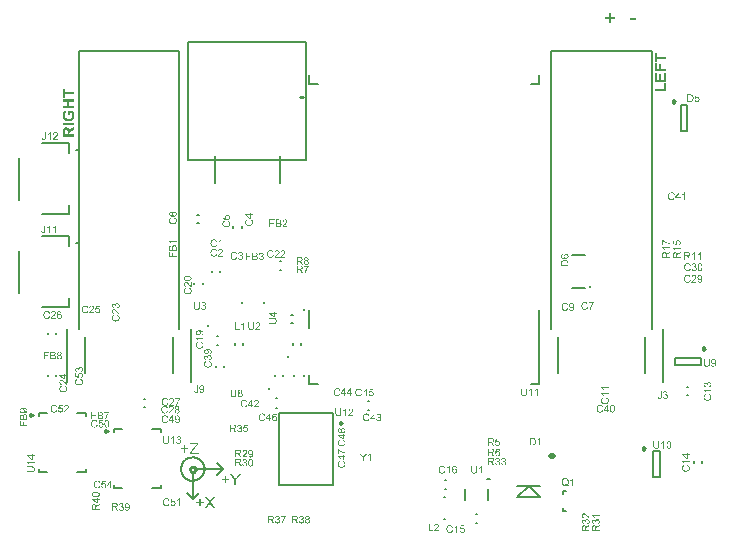
<source format=gto>
G04*
G04 #@! TF.GenerationSoftware,Altium Limited,Altium Designer,20.0.13 (296)*
G04*
G04 Layer_Color=65535*
%FSLAX44Y44*%
%MOMM*%
G71*
G01*
G75*
%ADD10C,0.2500*%
%ADD11C,0.2540*%
%ADD12C,0.2000*%
%ADD13C,0.5000*%
%ADD14C,0.2032*%
%ADD15C,0.2030*%
G36*
X145717Y75784D02*
X148324D01*
Y74688D01*
X145717D01*
Y72053D01*
X144607D01*
Y74688D01*
X142000D01*
Y75784D01*
X144607D01*
Y78391D01*
X145717D01*
Y75784D01*
D02*
G37*
G36*
X156812Y78960D02*
X151389Y72317D01*
X150821Y71637D01*
X156964D01*
Y70500D01*
X149364D01*
Y71679D01*
X154288Y77809D01*
Y77823D01*
X154315Y77836D01*
X154385Y77920D01*
X154482Y78045D01*
X154607Y78197D01*
X154759Y78377D01*
X154925Y78572D01*
X155106Y78766D01*
X155286Y78960D01*
X149919D01*
Y80097D01*
X156812D01*
Y78960D01*
D02*
G37*
G36*
X43676Y377219D02*
X51650D01*
Y375277D01*
X43676D01*
Y372434D01*
X42053D01*
Y380048D01*
X43676D01*
Y377219D01*
D02*
G37*
G36*
X51650Y369161D02*
X47448D01*
Y365375D01*
X51650D01*
Y363434D01*
X42053D01*
Y365375D01*
X45826D01*
Y369161D01*
X42053D01*
Y371103D01*
X51650D01*
Y369161D01*
D02*
G37*
G36*
X50388Y361603D02*
X50416Y361562D01*
X50458Y361520D01*
X50513Y361451D01*
X50569Y361381D01*
X50707Y361187D01*
X50860Y360924D01*
X51040Y360618D01*
X51220Y360272D01*
X51387Y359856D01*
Y359842D01*
X51401Y359800D01*
X51428Y359745D01*
X51456Y359661D01*
X51484Y359551D01*
X51526Y359426D01*
X51567Y359287D01*
X51609Y359134D01*
X51692Y358788D01*
X51761Y358386D01*
X51817Y357970D01*
X51831Y357526D01*
Y357373D01*
X51817Y357276D01*
Y357137D01*
X51803Y356985D01*
X51775Y356819D01*
X51747Y356624D01*
X51678Y356222D01*
X51567Y355778D01*
X51415Y355321D01*
X51318Y355113D01*
X51206Y354891D01*
X51193Y354877D01*
X51179Y354849D01*
X51137Y354780D01*
X51082Y354711D01*
X51026Y354613D01*
X50943Y354516D01*
X50846Y354392D01*
X50735Y354267D01*
X50485Y353989D01*
X50166Y353712D01*
X49806Y353448D01*
X49390Y353213D01*
X49376D01*
X49334Y353185D01*
X49265Y353157D01*
X49182Y353130D01*
X49071Y353088D01*
X48946Y353032D01*
X48793Y352991D01*
X48627Y352935D01*
X48447Y352880D01*
X48239Y352838D01*
X47809Y352741D01*
X47337Y352686D01*
X46824Y352658D01*
X46810D01*
X46755D01*
X46672D01*
X46575Y352672D01*
X46436D01*
X46283Y352686D01*
X46117Y352713D01*
X45923Y352741D01*
X45521Y352811D01*
X45063Y352921D01*
X44605Y353074D01*
X44383Y353171D01*
X44161Y353282D01*
X44148Y353296D01*
X44106Y353310D01*
X44050Y353351D01*
X43967Y353393D01*
X43870Y353462D01*
X43759Y353545D01*
X43634Y353643D01*
X43496Y353740D01*
X43357Y353865D01*
X43204Y354003D01*
X43052Y354156D01*
X42899Y354322D01*
X42761Y354502D01*
X42608Y354683D01*
X42358Y355113D01*
Y355126D01*
X42331Y355154D01*
X42317Y355210D01*
X42275Y355279D01*
X42248Y355376D01*
X42206Y355473D01*
X42164Y355612D01*
X42109Y355751D01*
X42067Y355903D01*
X42026Y356083D01*
X41984Y356278D01*
X41942Y356472D01*
X41887Y356916D01*
X41873Y357415D01*
Y357581D01*
X41887Y357706D01*
X41901Y357859D01*
X41915Y358039D01*
X41929Y358233D01*
X41970Y358441D01*
X42053Y358885D01*
X42192Y359342D01*
X42275Y359578D01*
X42372Y359800D01*
X42483Y360008D01*
X42622Y360202D01*
X42636Y360216D01*
X42650Y360244D01*
X42705Y360299D01*
X42761Y360369D01*
X42830Y360452D01*
X42927Y360535D01*
X43038Y360632D01*
X43163Y360743D01*
X43302Y360854D01*
X43454Y360965D01*
X43621Y361076D01*
X43815Y361173D01*
X44009Y361284D01*
X44217Y361367D01*
X44453Y361451D01*
X44688Y361506D01*
X45049Y359578D01*
X45035D01*
X45021Y359564D01*
X44938Y359537D01*
X44813Y359481D01*
X44647Y359398D01*
X44467Y359301D01*
X44286Y359162D01*
X44106Y358996D01*
X43939Y358802D01*
X43926Y358774D01*
X43870Y358705D01*
X43801Y358580D01*
X43731Y358427D01*
X43648Y358219D01*
X43593Y357983D01*
X43537Y357720D01*
X43523Y357415D01*
Y357290D01*
X43537Y357207D01*
X43551Y357096D01*
X43565Y356971D01*
X43593Y356832D01*
X43621Y356680D01*
X43718Y356361D01*
X43787Y356194D01*
X43870Y356028D01*
X43967Y355862D01*
X44064Y355695D01*
X44203Y355543D01*
X44342Y355390D01*
X44356Y355376D01*
X44383Y355362D01*
X44425Y355321D01*
X44494Y355279D01*
X44577Y355224D01*
X44675Y355154D01*
X44799Y355085D01*
X44938Y355029D01*
X45104Y354960D01*
X45285Y354891D01*
X45479Y354821D01*
X45687Y354766D01*
X45923Y354724D01*
X46186Y354683D01*
X46450Y354669D01*
X46741Y354655D01*
X46755D01*
X46810D01*
X46907D01*
X47018Y354669D01*
X47171Y354683D01*
X47323Y354697D01*
X47517Y354724D01*
X47712Y354752D01*
X48128Y354835D01*
X48558Y354974D01*
X48766Y355057D01*
X48960Y355154D01*
X49154Y355279D01*
X49320Y355404D01*
X49334Y355418D01*
X49362Y355446D01*
X49404Y355487D01*
X49459Y355543D01*
X49515Y355626D01*
X49598Y355709D01*
X49667Y355820D01*
X49750Y355945D01*
X49834Y356083D01*
X49903Y356222D01*
X50042Y356569D01*
X50097Y356763D01*
X50139Y356957D01*
X50166Y357179D01*
X50180Y357401D01*
Y357512D01*
X50166Y357623D01*
X50153Y357789D01*
X50125Y357970D01*
X50083Y358178D01*
X50028Y358400D01*
X49945Y358621D01*
Y358635D01*
X49931Y358649D01*
X49903Y358718D01*
X49847Y358843D01*
X49778Y358982D01*
X49695Y359148D01*
X49598Y359329D01*
X49487Y359509D01*
X49362Y359675D01*
X48128D01*
Y357456D01*
X46505D01*
Y361631D01*
X50361D01*
X50388Y361603D01*
D02*
G37*
G36*
X51650Y349205D02*
X42053D01*
Y351146D01*
X51650D01*
Y349205D01*
D02*
G37*
G36*
Y345890D02*
X49570Y344503D01*
X49556Y344490D01*
X49515Y344476D01*
X49459Y344434D01*
X49390Y344379D01*
X49307Y344323D01*
X49196Y344254D01*
X48974Y344101D01*
X48724Y343921D01*
X48502Y343755D01*
X48294Y343602D01*
X48225Y343533D01*
X48155Y343477D01*
X48142Y343463D01*
X48114Y343436D01*
X48058Y343380D01*
X47989Y343311D01*
X47934Y343214D01*
X47864Y343116D01*
X47809Y343006D01*
X47753Y342895D01*
Y342881D01*
X47739Y342839D01*
X47712Y342770D01*
X47698Y342659D01*
X47670Y342520D01*
X47656Y342354D01*
X47642Y342160D01*
Y341535D01*
X51650D01*
Y339594D01*
X42053D01*
Y343921D01*
X42067Y344046D01*
Y344198D01*
X42081Y344351D01*
Y344531D01*
X42123Y344892D01*
X42164Y345266D01*
X42234Y345613D01*
X42275Y345765D01*
X42317Y345904D01*
Y345918D01*
X42331Y345932D01*
X42372Y346015D01*
X42442Y346140D01*
X42525Y346306D01*
X42664Y346487D01*
X42816Y346667D01*
X43010Y346847D01*
X43246Y347014D01*
X43260D01*
X43274Y347027D01*
X43315Y347055D01*
X43357Y347083D01*
X43496Y347152D01*
X43676Y347235D01*
X43898Y347305D01*
X44148Y347374D01*
X44439Y347430D01*
X44744Y347444D01*
X44758D01*
X44785D01*
X44855D01*
X44924Y347430D01*
X45021D01*
X45118Y347416D01*
X45368Y347360D01*
X45659Y347291D01*
X45950Y347180D01*
X46255Y347014D01*
X46394Y346917D01*
X46533Y346805D01*
X46547Y346792D01*
X46561Y346778D01*
X46602Y346736D01*
X46644Y346681D01*
X46699Y346625D01*
X46769Y346542D01*
X46838Y346445D01*
X46907Y346334D01*
X46990Y346209D01*
X47060Y346057D01*
X47129Y345904D01*
X47199Y345738D01*
X47268Y345544D01*
X47323Y345349D01*
X47379Y345141D01*
X47421Y344906D01*
Y344919D01*
X47434Y344933D01*
X47490Y345017D01*
X47559Y345127D01*
X47656Y345266D01*
X47781Y345433D01*
X47906Y345599D01*
X48058Y345779D01*
X48225Y345932D01*
X48239Y345946D01*
X48308Y346015D01*
X48419Y346098D01*
X48585Y346223D01*
X48793Y346390D01*
X48932Y346473D01*
X49071Y346570D01*
X49223Y346681D01*
X49390Y346792D01*
X49584Y346917D01*
X49778Y347041D01*
X51650Y348220D01*
Y345890D01*
D02*
G37*
G36*
X544824Y407171D02*
X552799D01*
Y405229D01*
X544824D01*
Y402386D01*
X543201D01*
Y410000D01*
X544824D01*
Y407171D01*
D02*
G37*
G36*
Y396811D02*
X547099D01*
Y400819D01*
X548721D01*
Y396811D01*
X552799D01*
Y394870D01*
X543201D01*
Y401457D01*
X544824D01*
Y396811D01*
D02*
G37*
G36*
X552799Y385924D02*
X543201D01*
Y393039D01*
X544824D01*
Y387866D01*
X546946D01*
Y392678D01*
X548569D01*
Y387866D01*
X551176D01*
Y393219D01*
X552799D01*
Y385924D01*
D02*
G37*
G36*
Y377770D02*
X543271D01*
Y379711D01*
X551176D01*
Y384538D01*
X552799D01*
Y377770D01*
D02*
G37*
G36*
X167357Y30034D02*
X170949Y25000D01*
X169382D01*
X166955Y28412D01*
X166941Y28426D01*
X166913Y28467D01*
X166885Y28523D01*
X166830Y28592D01*
X166705Y28786D01*
X166566Y28994D01*
X166552Y28980D01*
X166511Y28925D01*
X166455Y28842D01*
X166386Y28731D01*
X166233Y28509D01*
X166164Y28412D01*
X166109Y28328D01*
X163682Y25000D01*
X162156D01*
X165859Y29965D01*
X162586Y34597D01*
X164098D01*
X165845Y32128D01*
Y32115D01*
X165873Y32101D01*
X165901Y32059D01*
X165942Y32004D01*
X166025Y31865D01*
X166150Y31699D01*
X166275Y31504D01*
X166400Y31310D01*
X166511Y31130D01*
X166608Y30963D01*
X166622Y30991D01*
X166663Y31047D01*
X166733Y31158D01*
X166830Y31296D01*
X166941Y31449D01*
X167079Y31643D01*
X167218Y31837D01*
X167384Y32045D01*
X169298Y34597D01*
X170685D01*
X167357Y30034D01*
D02*
G37*
G36*
X158717Y30284D02*
X161324D01*
Y29188D01*
X158717D01*
Y26553D01*
X157607D01*
Y29188D01*
X155000D01*
Y30284D01*
X157607D01*
Y32891D01*
X158717D01*
Y30284D01*
D02*
G37*
G36*
X188637Y48513D02*
Y44450D01*
X187361D01*
Y48513D01*
X183658Y54047D01*
X185198D01*
X187084Y51135D01*
Y51121D01*
X187112Y51093D01*
X187139Y51051D01*
X187167Y50996D01*
X187222Y50926D01*
X187278Y50843D01*
X187403Y50635D01*
X187555Y50386D01*
X187722Y50108D01*
X187902Y49817D01*
X188069Y49512D01*
Y49526D01*
X188082Y49554D01*
X188110Y49595D01*
X188152Y49651D01*
X188193Y49720D01*
X188249Y49803D01*
X188374Y50011D01*
X188526Y50261D01*
X188706Y50552D01*
X188915Y50871D01*
X189136Y51218D01*
X190981Y54047D01*
X192465D01*
X188637Y48513D01*
D02*
G37*
G36*
X180247Y49734D02*
X182854D01*
Y48638D01*
X180247D01*
Y46003D01*
X179137D01*
Y48638D01*
X176530D01*
Y49734D01*
X179137D01*
Y52341D01*
X180247D01*
Y49734D01*
D02*
G37*
G36*
X506019Y440908D02*
X509500D01*
Y439445D01*
X506019D01*
Y435964D01*
X504537D01*
Y439445D01*
X501056D01*
Y440908D01*
X504537D01*
Y444426D01*
X506019D01*
Y440908D01*
D02*
G37*
G36*
X527000Y438575D02*
X522130D01*
Y440149D01*
X527000D01*
Y438575D01*
D02*
G37*
G36*
X170171Y244500D02*
X170254Y244490D01*
X170356Y244481D01*
X170458Y244472D01*
X170578Y244444D01*
X170828Y244389D01*
X171105Y244305D01*
X171244Y244250D01*
X171373Y244185D01*
X171503Y244102D01*
X171632Y244019D01*
X171641Y244010D01*
X171660Y244000D01*
X171697Y243973D01*
X171743Y243927D01*
X171789Y243880D01*
X171854Y243815D01*
X171919Y243741D01*
X171993Y243668D01*
X172067Y243575D01*
X172141Y243464D01*
X172224Y243353D01*
X172298Y243233D01*
X172362Y243094D01*
X172436Y242956D01*
X172492Y242808D01*
X172547Y242641D01*
X171715Y242447D01*
Y242456D01*
X171706Y242475D01*
X171688Y242512D01*
X171669Y242558D01*
X171651Y242614D01*
X171623Y242688D01*
X171549Y242836D01*
X171456Y243002D01*
X171345Y243168D01*
X171207Y243326D01*
X171059Y243464D01*
X171040Y243483D01*
X170985Y243520D01*
X170892Y243566D01*
X170772Y243631D01*
X170615Y243686D01*
X170439Y243741D01*
X170227Y243778D01*
X169996Y243788D01*
X169922D01*
X169875Y243778D01*
X169811D01*
X169737Y243769D01*
X169561Y243741D01*
X169367Y243705D01*
X169163Y243640D01*
X168951Y243547D01*
X168757Y243427D01*
X168747D01*
X168738Y243409D01*
X168673Y243363D01*
X168590Y243288D01*
X168489Y243178D01*
X168368Y243039D01*
X168257Y242882D01*
X168156Y242688D01*
X168063Y242475D01*
Y242466D01*
X168054Y242447D01*
X168045Y242419D01*
X168036Y242373D01*
X168017Y242318D01*
X167999Y242253D01*
X167971Y242096D01*
X167934Y241911D01*
X167897Y241707D01*
X167878Y241486D01*
X167869Y241245D01*
Y241236D01*
Y241208D01*
Y241162D01*
Y241107D01*
X167878Y241042D01*
Y240959D01*
X167888Y240866D01*
X167897Y240765D01*
X167925Y240543D01*
X167971Y240302D01*
X168026Y240062D01*
X168100Y239821D01*
Y239812D01*
X168109Y239794D01*
X168128Y239766D01*
X168146Y239720D01*
X168202Y239609D01*
X168285Y239479D01*
X168387Y239331D01*
X168516Y239174D01*
X168664Y239035D01*
X168840Y238906D01*
X168849D01*
X168868Y238897D01*
X168895Y238878D01*
X168932Y238860D01*
X168979Y238841D01*
X169034Y238814D01*
X169163Y238758D01*
X169330Y238703D01*
X169515Y238657D01*
X169718Y238619D01*
X169931Y238610D01*
X169996D01*
X170051Y238619D01*
X170116D01*
X170180Y238629D01*
X170347Y238666D01*
X170541Y238712D01*
X170735Y238786D01*
X170939Y238888D01*
X171040Y238943D01*
X171133Y239017D01*
X171142Y239026D01*
X171151Y239035D01*
X171179Y239063D01*
X171216Y239091D01*
X171253Y239137D01*
X171299Y239193D01*
X171355Y239248D01*
X171401Y239322D01*
X171456Y239405D01*
X171521Y239498D01*
X171577Y239590D01*
X171632Y239701D01*
X171678Y239821D01*
X171724Y239951D01*
X171771Y240089D01*
X171808Y240238D01*
X172658Y240025D01*
Y240016D01*
X172649Y239979D01*
X172631Y239923D01*
X172603Y239849D01*
X172575Y239766D01*
X172538Y239664D01*
X172492Y239553D01*
X172436Y239433D01*
X172307Y239174D01*
X172141Y238915D01*
X172039Y238786D01*
X171937Y238657D01*
X171826Y238545D01*
X171697Y238435D01*
X171688Y238425D01*
X171669Y238407D01*
X171623Y238388D01*
X171577Y238351D01*
X171503Y238305D01*
X171429Y238259D01*
X171327Y238213D01*
X171225Y238167D01*
X171105Y238111D01*
X170976Y238065D01*
X170837Y238018D01*
X170689Y237972D01*
X170532Y237935D01*
X170365Y237917D01*
X170190Y237898D01*
X170005Y237889D01*
X169903D01*
X169829Y237898D01*
X169746D01*
X169644Y237908D01*
X169533Y237926D01*
X169404Y237945D01*
X169136Y237991D01*
X168858Y238065D01*
X168581Y238167D01*
X168452Y238231D01*
X168322Y238305D01*
X168313Y238314D01*
X168294Y238324D01*
X168257Y238351D01*
X168220Y238388D01*
X168165Y238425D01*
X168100Y238481D01*
X168026Y238545D01*
X167952Y238619D01*
X167878Y238703D01*
X167795Y238786D01*
X167629Y238999D01*
X167472Y239248D01*
X167333Y239526D01*
Y239535D01*
X167314Y239562D01*
X167305Y239609D01*
X167277Y239664D01*
X167259Y239738D01*
X167231Y239831D01*
X167194Y239932D01*
X167166Y240043D01*
X167139Y240163D01*
X167102Y240302D01*
X167055Y240589D01*
X167019Y240912D01*
X167000Y241245D01*
Y241255D01*
Y241292D01*
Y241347D01*
X167009Y241412D01*
Y241504D01*
X167019Y241597D01*
X167028Y241717D01*
X167046Y241837D01*
X167092Y242105D01*
X167157Y242401D01*
X167250Y242697D01*
X167379Y242983D01*
X167388Y242993D01*
X167398Y243020D01*
X167416Y243057D01*
X167453Y243104D01*
X167490Y243168D01*
X167536Y243242D01*
X167656Y243409D01*
X167814Y243594D01*
X167999Y243778D01*
X168211Y243963D01*
X168461Y244121D01*
X168470Y244130D01*
X168498Y244139D01*
X168535Y244158D01*
X168581Y244185D01*
X168655Y244213D01*
X168729Y244241D01*
X168821Y244278D01*
X168923Y244315D01*
X169034Y244352D01*
X169154Y244389D01*
X169413Y244444D01*
X169709Y244490D01*
X170014Y244509D01*
X170107D01*
X170171Y244500D01*
D02*
G37*
G36*
X175654Y244417D02*
X175728Y244407D01*
X175820Y244398D01*
X175922Y244380D01*
X176024Y244361D01*
X176264Y244296D01*
X176504Y244204D01*
X176625Y244148D01*
X176745Y244084D01*
X176856Y244000D01*
X176957Y243908D01*
X176967Y243899D01*
X176985Y243890D01*
X177004Y243853D01*
X177041Y243815D01*
X177087Y243769D01*
X177133Y243705D01*
X177179Y243640D01*
X177235Y243557D01*
X177327Y243381D01*
X177420Y243159D01*
X177457Y243048D01*
X177475Y242919D01*
X177494Y242789D01*
X177503Y242651D01*
Y242632D01*
Y242586D01*
X177494Y242512D01*
X177484Y242410D01*
X177466Y242299D01*
X177429Y242170D01*
X177392Y242031D01*
X177337Y241892D01*
X177327Y241874D01*
X177309Y241828D01*
X177272Y241754D01*
X177216Y241652D01*
X177142Y241541D01*
X177050Y241402D01*
X176939Y241264D01*
X176810Y241107D01*
X176791Y241088D01*
X176745Y241033D01*
X176699Y240986D01*
X176652Y240940D01*
X176597Y240885D01*
X176523Y240811D01*
X176449Y240737D01*
X176357Y240653D01*
X176264Y240561D01*
X176153Y240459D01*
X176033Y240358D01*
X175903Y240238D01*
X175756Y240117D01*
X175608Y239988D01*
X175598Y239979D01*
X175580Y239960D01*
X175543Y239932D01*
X175497Y239895D01*
X175441Y239840D01*
X175376Y239784D01*
X175229Y239664D01*
X175071Y239526D01*
X174923Y239387D01*
X174794Y239267D01*
X174739Y239221D01*
X174692Y239174D01*
X174683Y239165D01*
X174655Y239137D01*
X174618Y239100D01*
X174572Y239045D01*
X174526Y238980D01*
X174470Y238915D01*
X174359Y238758D01*
X177512D01*
Y238000D01*
X173269D01*
Y238009D01*
Y238046D01*
Y238102D01*
X173278Y238176D01*
X173287Y238259D01*
X173305Y238351D01*
X173324Y238444D01*
X173361Y238545D01*
Y238555D01*
X173370Y238564D01*
X173389Y238619D01*
X173426Y238703D01*
X173481Y238814D01*
X173555Y238943D01*
X173648Y239091D01*
X173749Y239239D01*
X173879Y239396D01*
Y239405D01*
X173897Y239415D01*
X173943Y239470D01*
X174027Y239553D01*
X174147Y239674D01*
X174286Y239812D01*
X174461Y239979D01*
X174674Y240163D01*
X174905Y240358D01*
X174914Y240367D01*
X174951Y240395D01*
X175007Y240441D01*
X175071Y240496D01*
X175155Y240570D01*
X175256Y240653D01*
X175358Y240746D01*
X175478Y240848D01*
X175709Y241070D01*
X175940Y241292D01*
X176051Y241402D01*
X176153Y241513D01*
X176246Y241615D01*
X176320Y241717D01*
Y241726D01*
X176338Y241735D01*
X176357Y241763D01*
X176375Y241800D01*
X176440Y241902D01*
X176514Y242022D01*
X176578Y242170D01*
X176643Y242327D01*
X176680Y242503D01*
X176699Y242669D01*
Y242678D01*
Y242688D01*
X176689Y242743D01*
X176680Y242836D01*
X176652Y242937D01*
X176615Y243067D01*
X176551Y243196D01*
X176467Y243326D01*
X176357Y243455D01*
X176338Y243473D01*
X176292Y243510D01*
X176227Y243557D01*
X176125Y243621D01*
X175996Y243677D01*
X175848Y243732D01*
X175672Y243769D01*
X175478Y243778D01*
X175423D01*
X175386Y243769D01*
X175275Y243760D01*
X175145Y243732D01*
X175007Y243695D01*
X174849Y243631D01*
X174702Y243547D01*
X174563Y243436D01*
X174544Y243418D01*
X174507Y243372D01*
X174452Y243298D01*
X174396Y243187D01*
X174332Y243057D01*
X174276Y242891D01*
X174239Y242706D01*
X174221Y242493D01*
X173416Y242577D01*
Y242586D01*
X173426Y242614D01*
Y242660D01*
X173435Y242724D01*
X173453Y242799D01*
X173472Y242882D01*
X173500Y242983D01*
X173527Y243085D01*
X173601Y243307D01*
X173712Y243529D01*
X173777Y243640D01*
X173860Y243751D01*
X173943Y243853D01*
X174036Y243945D01*
X174045Y243954D01*
X174064Y243963D01*
X174091Y243991D01*
X174138Y244019D01*
X174193Y244056D01*
X174258Y244093D01*
X174332Y244139D01*
X174424Y244185D01*
X174526Y244232D01*
X174637Y244278D01*
X174757Y244315D01*
X174886Y244352D01*
X175025Y244380D01*
X175173Y244407D01*
X175330Y244417D01*
X175497Y244426D01*
X175589D01*
X175654Y244417D01*
D02*
G37*
G36*
X187185Y241844D02*
X187269Y241834D01*
X187370Y241825D01*
X187472Y241816D01*
X187592Y241788D01*
X187842Y241733D01*
X188119Y241649D01*
X188258Y241594D01*
X188387Y241529D01*
X188517Y241446D01*
X188646Y241363D01*
X188655Y241354D01*
X188674Y241344D01*
X188711Y241317D01*
X188757Y241271D01*
X188803Y241224D01*
X188868Y241159D01*
X188933Y241085D01*
X189007Y241012D01*
X189081Y240919D01*
X189155Y240808D01*
X189238Y240697D01*
X189312Y240577D01*
X189377Y240438D01*
X189450Y240300D01*
X189506Y240152D01*
X189561Y239985D01*
X188729Y239791D01*
Y239800D01*
X188720Y239819D01*
X188702Y239856D01*
X188683Y239902D01*
X188665Y239958D01*
X188637Y240032D01*
X188563Y240180D01*
X188470Y240346D01*
X188360Y240512D01*
X188221Y240669D01*
X188073Y240808D01*
X188054Y240827D01*
X187999Y240864D01*
X187906Y240910D01*
X187786Y240975D01*
X187629Y241030D01*
X187453Y241085D01*
X187241Y241122D01*
X187010Y241132D01*
X186936D01*
X186889Y241122D01*
X186825D01*
X186751Y241113D01*
X186575Y241085D01*
X186381Y241049D01*
X186178Y240984D01*
X185965Y240891D01*
X185771Y240771D01*
X185762D01*
X185752Y240753D01*
X185688Y240707D01*
X185604Y240632D01*
X185503Y240522D01*
X185382Y240383D01*
X185271Y240226D01*
X185170Y240032D01*
X185077Y239819D01*
Y239810D01*
X185068Y239791D01*
X185059Y239763D01*
X185049Y239717D01*
X185031Y239662D01*
X185013Y239597D01*
X184985Y239440D01*
X184948Y239255D01*
X184911Y239051D01*
X184892Y238830D01*
X184883Y238589D01*
Y238580D01*
Y238552D01*
Y238506D01*
Y238451D01*
X184892Y238386D01*
Y238303D01*
X184902Y238210D01*
X184911Y238109D01*
X184939Y237887D01*
X184985Y237646D01*
X185040Y237406D01*
X185114Y237165D01*
Y237156D01*
X185124Y237138D01*
X185142Y237110D01*
X185161Y237064D01*
X185216Y236953D01*
X185299Y236823D01*
X185401Y236675D01*
X185530Y236518D01*
X185678Y236380D01*
X185854Y236250D01*
X185863D01*
X185882Y236241D01*
X185909Y236222D01*
X185946Y236204D01*
X185993Y236185D01*
X186048Y236158D01*
X186178Y236102D01*
X186344Y236047D01*
X186529Y236000D01*
X186732Y235963D01*
X186945Y235954D01*
X187010D01*
X187065Y235963D01*
X187130D01*
X187194Y235973D01*
X187361Y236010D01*
X187555Y236056D01*
X187749Y236130D01*
X187953Y236232D01*
X188054Y236287D01*
X188147Y236361D01*
X188156Y236370D01*
X188165Y236380D01*
X188193Y236407D01*
X188230Y236435D01*
X188267Y236481D01*
X188313Y236537D01*
X188369Y236592D01*
X188415Y236666D01*
X188470Y236749D01*
X188535Y236842D01*
X188591Y236934D01*
X188646Y237045D01*
X188692Y237165D01*
X188738Y237295D01*
X188785Y237433D01*
X188822Y237582D01*
X189672Y237369D01*
Y237360D01*
X189663Y237323D01*
X189645Y237267D01*
X189617Y237193D01*
X189589Y237110D01*
X189552Y237008D01*
X189506Y236897D01*
X189450Y236777D01*
X189321Y236518D01*
X189155Y236259D01*
X189053Y236130D01*
X188951Y236000D01*
X188840Y235889D01*
X188711Y235779D01*
X188702Y235769D01*
X188683Y235751D01*
X188637Y235732D01*
X188591Y235695D01*
X188517Y235649D01*
X188443Y235603D01*
X188341Y235557D01*
X188239Y235511D01*
X188119Y235455D01*
X187990Y235409D01*
X187851Y235362D01*
X187703Y235316D01*
X187546Y235279D01*
X187379Y235261D01*
X187204Y235242D01*
X187019Y235233D01*
X186917D01*
X186843Y235242D01*
X186760D01*
X186658Y235252D01*
X186547Y235270D01*
X186418Y235289D01*
X186150Y235335D01*
X185872Y235409D01*
X185595Y235511D01*
X185466Y235575D01*
X185336Y235649D01*
X185327Y235658D01*
X185308Y235668D01*
X185271Y235695D01*
X185235Y235732D01*
X185179Y235769D01*
X185114Y235825D01*
X185040Y235889D01*
X184966Y235963D01*
X184892Y236047D01*
X184809Y236130D01*
X184643Y236343D01*
X184486Y236592D01*
X184347Y236870D01*
Y236879D01*
X184328Y236907D01*
X184319Y236953D01*
X184291Y237008D01*
X184273Y237082D01*
X184245Y237175D01*
X184208Y237276D01*
X184181Y237387D01*
X184153Y237507D01*
X184116Y237646D01*
X184069Y237933D01*
X184032Y238256D01*
X184014Y238589D01*
Y238598D01*
Y238636D01*
Y238691D01*
X184023Y238756D01*
Y238848D01*
X184032Y238941D01*
X184042Y239061D01*
X184060Y239181D01*
X184107Y239449D01*
X184171Y239745D01*
X184264Y240041D01*
X184393Y240327D01*
X184402Y240337D01*
X184412Y240364D01*
X184430Y240401D01*
X184467Y240448D01*
X184504Y240512D01*
X184550Y240586D01*
X184671Y240753D01*
X184828Y240938D01*
X185013Y241122D01*
X185225Y241307D01*
X185475Y241465D01*
X185484Y241474D01*
X185512Y241483D01*
X185549Y241502D01*
X185595Y241529D01*
X185669Y241557D01*
X185743Y241585D01*
X185835Y241622D01*
X185937Y241659D01*
X186048Y241696D01*
X186168Y241733D01*
X186427Y241788D01*
X186723Y241834D01*
X187028Y241853D01*
X187121D01*
X187185Y241844D01*
D02*
G37*
G36*
X192594Y241761D02*
X192714Y241742D01*
X192862Y241714D01*
X193029Y241668D01*
X193195Y241612D01*
X193361Y241539D01*
X193371D01*
X193380Y241529D01*
X193435Y241502D01*
X193519Y241446D01*
X193611Y241381D01*
X193722Y241289D01*
X193833Y241187D01*
X193944Y241067D01*
X194036Y240928D01*
X194046Y240910D01*
X194073Y240864D01*
X194110Y240780D01*
X194156Y240679D01*
X194203Y240558D01*
X194240Y240420D01*
X194267Y240263D01*
X194277Y240105D01*
Y240087D01*
Y240032D01*
X194267Y239958D01*
X194249Y239856D01*
X194221Y239736D01*
X194175Y239606D01*
X194119Y239477D01*
X194046Y239347D01*
X194036Y239329D01*
X194009Y239292D01*
X193953Y239227D01*
X193879Y239153D01*
X193787Y239070D01*
X193676Y238978D01*
X193546Y238894D01*
X193389Y238811D01*
X193398D01*
X193417Y238802D01*
X193444Y238793D01*
X193482Y238783D01*
X193583Y238746D01*
X193713Y238691D01*
X193861Y238617D01*
X194009Y238524D01*
X194147Y238404D01*
X194277Y238266D01*
X194286Y238247D01*
X194323Y238192D01*
X194378Y238099D01*
X194434Y237979D01*
X194489Y237831D01*
X194545Y237655D01*
X194582Y237452D01*
X194591Y237230D01*
Y237221D01*
Y237193D01*
Y237147D01*
X194582Y237091D01*
X194573Y237017D01*
X194554Y236934D01*
X194536Y236842D01*
X194517Y236740D01*
X194443Y236518D01*
X194388Y236398D01*
X194332Y236287D01*
X194258Y236167D01*
X194175Y236047D01*
X194083Y235926D01*
X193972Y235816D01*
X193962Y235806D01*
X193944Y235788D01*
X193907Y235760D01*
X193861Y235723D01*
X193805Y235677D01*
X193731Y235631D01*
X193648Y235575D01*
X193546Y235529D01*
X193444Y235473D01*
X193324Y235418D01*
X193204Y235372D01*
X193065Y235326D01*
X192917Y235289D01*
X192760Y235261D01*
X192603Y235242D01*
X192428Y235233D01*
X192344D01*
X192289Y235242D01*
X192215Y235252D01*
X192132Y235261D01*
X192039Y235279D01*
X191938Y235298D01*
X191716Y235353D01*
X191485Y235446D01*
X191364Y235501D01*
X191253Y235566D01*
X191142Y235649D01*
X191031Y235732D01*
X191022Y235742D01*
X191004Y235760D01*
X190976Y235788D01*
X190948Y235825D01*
X190902Y235871D01*
X190856Y235936D01*
X190800Y236000D01*
X190745Y236084D01*
X190689Y236176D01*
X190634Y236269D01*
X190532Y236490D01*
X190449Y236749D01*
X190421Y236888D01*
X190403Y237036D01*
X191189Y237138D01*
Y237128D01*
X191198Y237110D01*
X191207Y237073D01*
X191216Y237027D01*
X191226Y236971D01*
X191244Y236907D01*
X191290Y236768D01*
X191355Y236601D01*
X191438Y236444D01*
X191531Y236296D01*
X191642Y236167D01*
X191660Y236158D01*
X191697Y236121D01*
X191771Y236074D01*
X191863Y236028D01*
X191975Y235973D01*
X192113Y235926D01*
X192270Y235889D01*
X192437Y235880D01*
X192492D01*
X192529Y235889D01*
X192631Y235899D01*
X192760Y235926D01*
X192908Y235973D01*
X193065Y236038D01*
X193223Y236130D01*
X193371Y236259D01*
X193389Y236278D01*
X193435Y236333D01*
X193491Y236416D01*
X193565Y236528D01*
X193639Y236666D01*
X193694Y236823D01*
X193740Y237008D01*
X193759Y237212D01*
Y237221D01*
Y237239D01*
Y237267D01*
X193750Y237304D01*
X193740Y237406D01*
X193713Y237526D01*
X193676Y237674D01*
X193611Y237822D01*
X193519Y237970D01*
X193398Y238109D01*
X193380Y238127D01*
X193334Y238164D01*
X193260Y238219D01*
X193158Y238284D01*
X193029Y238349D01*
X192871Y238404D01*
X192696Y238441D01*
X192502Y238460D01*
X192418D01*
X192354Y238451D01*
X192270Y238441D01*
X192178Y238423D01*
X192067Y238404D01*
X191947Y238377D01*
X192039Y239070D01*
X192085D01*
X192122Y239061D01*
X192243D01*
X192344Y239079D01*
X192465Y239098D01*
X192603Y239125D01*
X192760Y239172D01*
X192908Y239236D01*
X193065Y239320D01*
X193075D01*
X193084Y239329D01*
X193130Y239366D01*
X193195Y239431D01*
X193269Y239514D01*
X193343Y239634D01*
X193408Y239773D01*
X193454Y239930D01*
X193472Y240022D01*
Y240124D01*
Y240133D01*
Y240142D01*
Y240198D01*
X193454Y240272D01*
X193435Y240374D01*
X193398Y240485D01*
X193352Y240605D01*
X193278Y240725D01*
X193176Y240836D01*
X193167Y240845D01*
X193121Y240882D01*
X193056Y240928D01*
X192973Y240984D01*
X192862Y241030D01*
X192733Y241076D01*
X192585Y241113D01*
X192418Y241122D01*
X192344D01*
X192261Y241104D01*
X192150Y241085D01*
X192030Y241049D01*
X191910Y241002D01*
X191780Y240928D01*
X191660Y240836D01*
X191651Y240827D01*
X191614Y240780D01*
X191558Y240716D01*
X191494Y240623D01*
X191429Y240503D01*
X191364Y240355D01*
X191309Y240180D01*
X191272Y239976D01*
X190486Y240115D01*
Y240124D01*
X190495Y240152D01*
X190504Y240189D01*
X190514Y240244D01*
X190532Y240309D01*
X190560Y240383D01*
X190615Y240558D01*
X190708Y240762D01*
X190819Y240965D01*
X190958Y241159D01*
X191133Y241335D01*
X191142Y241344D01*
X191161Y241354D01*
X191189Y241372D01*
X191226Y241400D01*
X191272Y241437D01*
X191336Y241474D01*
X191401Y241511D01*
X191485Y241557D01*
X191669Y241631D01*
X191882Y241705D01*
X192132Y241751D01*
X192261Y241770D01*
X192492D01*
X192594Y241761D01*
D02*
G37*
G36*
X201465Y273680D02*
X203000D01*
Y272894D01*
X201465D01*
Y270111D01*
X200744D01*
X196602Y273042D01*
Y273680D01*
X200744D01*
Y274549D01*
X201465D01*
Y273680D01*
D02*
G37*
G36*
X201021Y269649D02*
X201077Y269631D01*
X201151Y269603D01*
X201234Y269575D01*
X201336Y269538D01*
X201447Y269492D01*
X201567Y269436D01*
X201826Y269307D01*
X202085Y269141D01*
X202214Y269039D01*
X202344Y268937D01*
X202454Y268826D01*
X202565Y268697D01*
X202575Y268688D01*
X202593Y268669D01*
X202612Y268623D01*
X202649Y268577D01*
X202695Y268503D01*
X202741Y268429D01*
X202787Y268327D01*
X202834Y268225D01*
X202889Y268105D01*
X202935Y267976D01*
X202981Y267837D01*
X203028Y267689D01*
X203065Y267532D01*
X203083Y267365D01*
X203102Y267190D01*
X203111Y267005D01*
Y266903D01*
X203102Y266829D01*
Y266746D01*
X203092Y266644D01*
X203074Y266533D01*
X203055Y266404D01*
X203009Y266136D01*
X202935Y265858D01*
X202834Y265581D01*
X202769Y265452D01*
X202695Y265322D01*
X202686Y265313D01*
X202676Y265294D01*
X202649Y265257D01*
X202612Y265221D01*
X202575Y265165D01*
X202519Y265100D01*
X202454Y265026D01*
X202381Y264952D01*
X202297Y264878D01*
X202214Y264795D01*
X202001Y264629D01*
X201752Y264472D01*
X201474Y264333D01*
X201465D01*
X201437Y264314D01*
X201391Y264305D01*
X201336Y264277D01*
X201262Y264259D01*
X201169Y264231D01*
X201068Y264194D01*
X200957Y264167D01*
X200837Y264139D01*
X200698Y264102D01*
X200411Y264056D01*
X200088Y264018D01*
X199755Y264000D01*
X199746D01*
X199709D01*
X199653D01*
X199588Y264009D01*
X199496D01*
X199403Y264018D01*
X199283Y264028D01*
X199163Y264046D01*
X198895Y264093D01*
X198599Y264157D01*
X198303Y264250D01*
X198017Y264379D01*
X198007Y264388D01*
X197980Y264398D01*
X197943Y264416D01*
X197896Y264453D01*
X197832Y264490D01*
X197758Y264536D01*
X197591Y264657D01*
X197406Y264814D01*
X197222Y264999D01*
X197037Y265211D01*
X196879Y265461D01*
X196870Y265470D01*
X196861Y265498D01*
X196842Y265535D01*
X196815Y265581D01*
X196787Y265655D01*
X196759Y265729D01*
X196722Y265821D01*
X196685Y265923D01*
X196648Y266034D01*
X196611Y266154D01*
X196556Y266413D01*
X196510Y266709D01*
X196491Y267014D01*
Y267107D01*
X196500Y267171D01*
X196510Y267255D01*
X196519Y267356D01*
X196528Y267458D01*
X196556Y267578D01*
X196611Y267828D01*
X196695Y268105D01*
X196750Y268244D01*
X196815Y268373D01*
X196898Y268503D01*
X196981Y268632D01*
X196990Y268641D01*
X197000Y268660D01*
X197027Y268697D01*
X197074Y268743D01*
X197120Y268789D01*
X197185Y268854D01*
X197258Y268919D01*
X197332Y268993D01*
X197425Y269067D01*
X197536Y269141D01*
X197647Y269224D01*
X197767Y269298D01*
X197906Y269363D01*
X198044Y269436D01*
X198192Y269492D01*
X198359Y269547D01*
X198553Y268715D01*
X198544D01*
X198525Y268706D01*
X198488Y268688D01*
X198442Y268669D01*
X198386Y268651D01*
X198312Y268623D01*
X198165Y268549D01*
X197998Y268456D01*
X197832Y268346D01*
X197675Y268207D01*
X197536Y268059D01*
X197517Y268040D01*
X197480Y267985D01*
X197434Y267892D01*
X197369Y267772D01*
X197314Y267615D01*
X197258Y267439D01*
X197222Y267227D01*
X197212Y266996D01*
Y266922D01*
X197222Y266875D01*
Y266811D01*
X197231Y266737D01*
X197258Y266561D01*
X197295Y266367D01*
X197360Y266164D01*
X197453Y265951D01*
X197573Y265757D01*
Y265747D01*
X197591Y265738D01*
X197638Y265674D01*
X197712Y265590D01*
X197822Y265489D01*
X197961Y265368D01*
X198118Y265257D01*
X198312Y265156D01*
X198525Y265063D01*
X198534D01*
X198553Y265054D01*
X198581Y265045D01*
X198627Y265035D01*
X198682Y265017D01*
X198747Y264999D01*
X198904Y264971D01*
X199089Y264934D01*
X199293Y264897D01*
X199514Y264878D01*
X199755Y264869D01*
X199764D01*
X199792D01*
X199838D01*
X199893D01*
X199958Y264878D01*
X200041D01*
X200134Y264888D01*
X200236Y264897D01*
X200457Y264925D01*
X200698Y264971D01*
X200938Y265026D01*
X201179Y265100D01*
X201188D01*
X201206Y265110D01*
X201234Y265128D01*
X201280Y265147D01*
X201391Y265202D01*
X201521Y265285D01*
X201669Y265387D01*
X201826Y265516D01*
X201964Y265664D01*
X202094Y265840D01*
Y265849D01*
X202103Y265868D01*
X202122Y265895D01*
X202140Y265932D01*
X202159Y265979D01*
X202186Y266034D01*
X202242Y266164D01*
X202297Y266330D01*
X202344Y266515D01*
X202381Y266718D01*
X202390Y266931D01*
Y266996D01*
X202381Y267051D01*
Y267116D01*
X202371Y267181D01*
X202334Y267347D01*
X202288Y267541D01*
X202214Y267735D01*
X202112Y267939D01*
X202057Y268040D01*
X201983Y268133D01*
X201974Y268142D01*
X201964Y268151D01*
X201937Y268179D01*
X201909Y268216D01*
X201863Y268253D01*
X201807Y268299D01*
X201752Y268355D01*
X201678Y268401D01*
X201595Y268456D01*
X201502Y268521D01*
X201410Y268577D01*
X201299Y268632D01*
X201179Y268678D01*
X201049Y268724D01*
X200910Y268771D01*
X200763Y268808D01*
X200975Y269658D01*
X200984D01*
X201021Y269649D01*
D02*
G37*
G36*
X181578Y273462D02*
X181652Y273453D01*
X181735Y273444D01*
X181837Y273425D01*
X181939Y273407D01*
X182179Y273351D01*
X182429Y273259D01*
X182558Y273203D01*
X182678Y273129D01*
X182808Y273055D01*
X182928Y272963D01*
X182937Y272954D01*
X182965Y272935D01*
X183002Y272898D01*
X183048Y272852D01*
X183104Y272787D01*
X183178Y272713D01*
X183242Y272621D01*
X183316Y272519D01*
X183390Y272408D01*
X183455Y272279D01*
X183520Y272140D01*
X183584Y271992D01*
X183631Y271835D01*
X183668Y271659D01*
X183695Y271474D01*
X183705Y271280D01*
Y271197D01*
X183695Y271132D01*
X183686Y271058D01*
X183677Y270975D01*
X183668Y270873D01*
X183640Y270772D01*
X183584Y270541D01*
X183501Y270309D01*
X183446Y270189D01*
X183381Y270069D01*
X183307Y269958D01*
X183224Y269847D01*
X183215Y269838D01*
X183205Y269819D01*
X183168Y269801D01*
X183131Y269764D01*
X183085Y269718D01*
X183030Y269671D01*
X182956Y269616D01*
X182873Y269570D01*
X182789Y269514D01*
X182688Y269459D01*
X182466Y269357D01*
X182207Y269274D01*
X182068Y269246D01*
X181920Y269228D01*
X181856Y270051D01*
X181865D01*
X181883D01*
X181911Y270060D01*
X181957Y270069D01*
X182059Y270097D01*
X182198Y270134D01*
X182336Y270189D01*
X182493Y270263D01*
X182632Y270356D01*
X182762Y270466D01*
X182771Y270485D01*
X182808Y270522D01*
X182854Y270596D01*
X182910Y270698D01*
X182965Y270809D01*
X183011Y270947D01*
X183048Y271105D01*
X183057Y271280D01*
Y271336D01*
X183048Y271373D01*
X183039Y271483D01*
X183002Y271613D01*
X182956Y271770D01*
X182882Y271927D01*
X182771Y272094D01*
X182706Y272168D01*
X182632Y272242D01*
X182623Y272251D01*
X182614Y272260D01*
X182586Y272279D01*
X182558Y272306D01*
X182456Y272371D01*
X182327Y272445D01*
X182170Y272510D01*
X181976Y272575D01*
X181745Y272621D01*
X181624Y272639D01*
X181495D01*
X181486D01*
X181467D01*
X181430D01*
X181384Y272630D01*
X181329D01*
X181264Y272621D01*
X181116Y272593D01*
X180940Y272547D01*
X180765Y272482D01*
X180598Y272390D01*
X180441Y272260D01*
X180432D01*
X180422Y272242D01*
X180376Y272195D01*
X180312Y272112D01*
X180238Y272001D01*
X180173Y271853D01*
X180108Y271687D01*
X180062Y271493D01*
X180043Y271382D01*
Y271206D01*
X180053Y271132D01*
X180062Y271040D01*
X180090Y270929D01*
X180117Y270818D01*
X180164Y270698D01*
X180219Y270578D01*
X180228Y270568D01*
X180247Y270531D01*
X180293Y270476D01*
X180339Y270402D01*
X180404Y270328D01*
X180487Y270254D01*
X180570Y270171D01*
X180672Y270106D01*
X180570Y269366D01*
X177279Y269986D01*
Y273166D01*
X178028D01*
Y270605D01*
X179757Y270263D01*
X179748Y270272D01*
X179738Y270291D01*
X179720Y270319D01*
X179692Y270365D01*
X179664Y270420D01*
X179627Y270485D01*
X179553Y270633D01*
X179479Y270818D01*
X179415Y271021D01*
X179368Y271243D01*
X179350Y271354D01*
Y271558D01*
X179359Y271613D01*
X179368Y271687D01*
X179378Y271770D01*
X179396Y271863D01*
X179424Y271964D01*
X179489Y272186D01*
X179535Y272306D01*
X179600Y272427D01*
X179664Y272547D01*
X179738Y272667D01*
X179831Y272778D01*
X179932Y272889D01*
X179942Y272898D01*
X179960Y272917D01*
X179988Y272944D01*
X180034Y272981D01*
X180099Y273027D01*
X180164Y273074D01*
X180247Y273129D01*
X180339Y273185D01*
X180441Y273231D01*
X180552Y273286D01*
X180681Y273333D01*
X180811Y273379D01*
X180949Y273416D01*
X181107Y273444D01*
X181264Y273462D01*
X181430Y273471D01*
X181439D01*
X181467D01*
X181513D01*
X181578Y273462D01*
D02*
G37*
G36*
X181615Y268497D02*
X181671Y268479D01*
X181745Y268451D01*
X181828Y268423D01*
X181929Y268386D01*
X182040Y268340D01*
X182161Y268285D01*
X182419Y268155D01*
X182678Y267989D01*
X182808Y267887D01*
X182937Y267785D01*
X183048Y267674D01*
X183159Y267545D01*
X183168Y267536D01*
X183187Y267517D01*
X183205Y267471D01*
X183242Y267425D01*
X183289Y267351D01*
X183335Y267277D01*
X183381Y267175D01*
X183427Y267073D01*
X183483Y266953D01*
X183529Y266824D01*
X183575Y266685D01*
X183621Y266537D01*
X183658Y266380D01*
X183677Y266213D01*
X183695Y266038D01*
X183705Y265853D01*
Y265751D01*
X183695Y265677D01*
Y265594D01*
X183686Y265492D01*
X183668Y265381D01*
X183649Y265252D01*
X183603Y264984D01*
X183529Y264706D01*
X183427Y264429D01*
X183363Y264300D01*
X183289Y264170D01*
X183279Y264161D01*
X183270Y264142D01*
X183242Y264105D01*
X183205Y264069D01*
X183168Y264013D01*
X183113Y263948D01*
X183048Y263874D01*
X182974Y263800D01*
X182891Y263727D01*
X182808Y263643D01*
X182595Y263477D01*
X182346Y263320D01*
X182068Y263181D01*
X182059D01*
X182031Y263162D01*
X181985Y263153D01*
X181929Y263125D01*
X181856Y263107D01*
X181763Y263079D01*
X181661Y263042D01*
X181550Y263015D01*
X181430Y262987D01*
X181292Y262950D01*
X181005Y262904D01*
X180681Y262867D01*
X180348Y262848D01*
X180339D01*
X180302D01*
X180247D01*
X180182Y262857D01*
X180090D01*
X179997Y262867D01*
X179877Y262876D01*
X179757Y262894D01*
X179489Y262941D01*
X179193Y263005D01*
X178897Y263098D01*
X178610Y263227D01*
X178601Y263237D01*
X178573Y263246D01*
X178536Y263264D01*
X178490Y263301D01*
X178425Y263338D01*
X178351Y263384D01*
X178185Y263505D01*
X178000Y263662D01*
X177815Y263847D01*
X177630Y264059D01*
X177473Y264309D01*
X177464Y264318D01*
X177455Y264346D01*
X177436Y264383D01*
X177408Y264429D01*
X177381Y264503D01*
X177353Y264577D01*
X177316Y264669D01*
X177279Y264771D01*
X177242Y264882D01*
X177205Y265002D01*
X177150Y265261D01*
X177103Y265557D01*
X177085Y265862D01*
Y265955D01*
X177094Y266019D01*
X177103Y266103D01*
X177113Y266204D01*
X177122Y266306D01*
X177150Y266426D01*
X177205Y266676D01*
X177288Y266953D01*
X177344Y267092D01*
X177408Y267221D01*
X177492Y267351D01*
X177575Y267480D01*
X177584Y267489D01*
X177593Y267508D01*
X177621Y267545D01*
X177667Y267591D01*
X177714Y267637D01*
X177778Y267702D01*
X177852Y267767D01*
X177926Y267841D01*
X178019Y267915D01*
X178130Y267989D01*
X178241Y268072D01*
X178361Y268146D01*
X178499Y268211D01*
X178638Y268285D01*
X178786Y268340D01*
X178952Y268396D01*
X179147Y267563D01*
X179137D01*
X179119Y267554D01*
X179082Y267536D01*
X179036Y267517D01*
X178980Y267499D01*
X178906Y267471D01*
X178758Y267397D01*
X178592Y267304D01*
X178425Y267194D01*
X178268Y267055D01*
X178130Y266907D01*
X178111Y266889D01*
X178074Y266833D01*
X178028Y266740D01*
X177963Y266620D01*
X177908Y266463D01*
X177852Y266287D01*
X177815Y266075D01*
X177806Y265844D01*
Y265770D01*
X177815Y265723D01*
Y265659D01*
X177824Y265585D01*
X177852Y265409D01*
X177889Y265215D01*
X177954Y265012D01*
X178046Y264799D01*
X178167Y264605D01*
Y264596D01*
X178185Y264586D01*
X178231Y264522D01*
X178305Y264438D01*
X178416Y264337D01*
X178555Y264216D01*
X178712Y264105D01*
X178906Y264004D01*
X179119Y263911D01*
X179128D01*
X179147Y263902D01*
X179174Y263893D01*
X179221Y263884D01*
X179276Y263865D01*
X179341Y263847D01*
X179498Y263819D01*
X179683Y263782D01*
X179886Y263745D01*
X180108Y263727D01*
X180348Y263717D01*
X180358D01*
X180385D01*
X180432D01*
X180487D01*
X180552Y263727D01*
X180635D01*
X180728Y263736D01*
X180829Y263745D01*
X181051Y263773D01*
X181292Y263819D01*
X181532Y263874D01*
X181772Y263948D01*
X181782D01*
X181800Y263958D01*
X181828Y263976D01*
X181874Y263995D01*
X181985Y264050D01*
X182114Y264133D01*
X182262Y264235D01*
X182419Y264364D01*
X182558Y264512D01*
X182688Y264688D01*
Y264697D01*
X182697Y264716D01*
X182715Y264743D01*
X182734Y264781D01*
X182752Y264827D01*
X182780Y264882D01*
X182836Y265012D01*
X182891Y265178D01*
X182937Y265363D01*
X182974Y265566D01*
X182983Y265779D01*
Y265844D01*
X182974Y265899D01*
Y265964D01*
X182965Y266029D01*
X182928Y266195D01*
X182882Y266389D01*
X182808Y266583D01*
X182706Y266787D01*
X182651Y266889D01*
X182577Y266981D01*
X182567Y266990D01*
X182558Y266999D01*
X182530Y267027D01*
X182503Y267064D01*
X182456Y267101D01*
X182401Y267147D01*
X182346Y267203D01*
X182272Y267249D01*
X182188Y267304D01*
X182096Y267369D01*
X182003Y267425D01*
X181893Y267480D01*
X181772Y267526D01*
X181643Y267573D01*
X181504Y267619D01*
X181356Y267656D01*
X181569Y268506D01*
X181578D01*
X181615Y268497D01*
D02*
G37*
G36*
X136516Y275998D02*
X136572D01*
X136720Y275970D01*
X136895Y275942D01*
X137080Y275896D01*
X137283Y275831D01*
X137478Y275739D01*
X137487D01*
X137496Y275730D01*
X137524Y275711D01*
X137561Y275693D01*
X137653Y275637D01*
X137774Y275554D01*
X137903Y275452D01*
X138032Y275332D01*
X138162Y275184D01*
X138273Y275027D01*
Y275018D01*
X138282Y275008D01*
X138301Y274981D01*
X138310Y274944D01*
X138356Y274851D01*
X138402Y274731D01*
X138458Y274574D01*
X138495Y274398D01*
X138532Y274204D01*
X138541Y273991D01*
Y273945D01*
X138532Y273899D01*
Y273825D01*
X138523Y273742D01*
X138504Y273649D01*
X138476Y273538D01*
X138448Y273427D01*
X138412Y273298D01*
X138365Y273169D01*
X138310Y273039D01*
X138236Y272900D01*
X138153Y272771D01*
X138060Y272642D01*
X137949Y272512D01*
X137820Y272392D01*
X137810Y272383D01*
X137783Y272364D01*
X137746Y272337D01*
X137681Y272299D01*
X137598Y272244D01*
X137505Y272198D01*
X137385Y272142D01*
X137256Y272087D01*
X137099Y272022D01*
X136923Y271967D01*
X136729Y271920D01*
X136516Y271874D01*
X136276Y271828D01*
X136017Y271800D01*
X135739Y271782D01*
X135444Y271772D01*
X135434D01*
X135425D01*
X135397D01*
X135360D01*
X135268Y271782D01*
X135139D01*
X134991Y271791D01*
X134815Y271810D01*
X134621Y271828D01*
X134408Y271856D01*
X134195Y271893D01*
X133964Y271939D01*
X133743Y271994D01*
X133521Y272059D01*
X133308Y272142D01*
X133104Y272235D01*
X132910Y272337D01*
X132744Y272457D01*
X132735Y272466D01*
X132716Y272484D01*
X132679Y272521D01*
X132624Y272568D01*
X132568Y272623D01*
X132513Y272697D01*
X132439Y272789D01*
X132374Y272882D01*
X132309Y272993D01*
X132235Y273113D01*
X132180Y273252D01*
X132115Y273391D01*
X132069Y273548D01*
X132032Y273714D01*
X132014Y273890D01*
X132004Y274075D01*
Y274149D01*
X132014Y274204D01*
Y274269D01*
X132023Y274343D01*
X132060Y274518D01*
X132106Y274713D01*
X132180Y274916D01*
X132291Y275119D01*
X132356Y275221D01*
X132430Y275313D01*
X132439Y275323D01*
X132448Y275332D01*
X132476Y275360D01*
X132504Y275387D01*
X132550Y275434D01*
X132605Y275471D01*
X132735Y275572D01*
X132901Y275674D01*
X133104Y275767D01*
X133336Y275850D01*
X133595Y275905D01*
X133659Y275119D01*
X133650D01*
X133641Y275110D01*
X133585Y275101D01*
X133502Y275073D01*
X133400Y275036D01*
X133289Y274999D01*
X133179Y274944D01*
X133077Y274879D01*
X132994Y274814D01*
X132975Y274796D01*
X132938Y274759D01*
X132883Y274694D01*
X132818Y274602D01*
X132762Y274481D01*
X132707Y274352D01*
X132670Y274195D01*
X132652Y274028D01*
Y273964D01*
X132661Y273890D01*
X132679Y273806D01*
X132707Y273696D01*
X132744Y273585D01*
X132790Y273474D01*
X132864Y273363D01*
X132873Y273344D01*
X132910Y273298D01*
X132975Y273233D01*
X133068Y273150D01*
X133179Y273058D01*
X133308Y272956D01*
X133474Y272864D01*
X133659Y272771D01*
X133668D01*
X133687Y272762D01*
X133715Y272752D01*
X133752Y272734D01*
X133807Y272725D01*
X133872Y272706D01*
X133946Y272688D01*
X134038Y272669D01*
X134140Y272642D01*
X134251Y272623D01*
X134371Y272605D01*
X134501Y272595D01*
X134649Y272577D01*
X134796Y272568D01*
X134963Y272558D01*
X135129D01*
X135120Y272568D01*
X135065Y272605D01*
X134991Y272669D01*
X134898Y272752D01*
X134787Y272845D01*
X134685Y272965D01*
X134584Y273095D01*
X134491Y273242D01*
Y273252D01*
X134482Y273261D01*
X134454Y273316D01*
X134427Y273400D01*
X134380Y273511D01*
X134343Y273640D01*
X134316Y273788D01*
X134288Y273945D01*
X134279Y274112D01*
Y274186D01*
X134288Y274241D01*
X134297Y274315D01*
X134306Y274389D01*
X134325Y274481D01*
X134353Y274574D01*
X134417Y274786D01*
X134464Y274897D01*
X134528Y275008D01*
X134593Y275119D01*
X134667Y275240D01*
X134760Y275350D01*
X134861Y275452D01*
X134870Y275462D01*
X134889Y275480D01*
X134917Y275508D01*
X134963Y275535D01*
X135028Y275582D01*
X135092Y275628D01*
X135176Y275674D01*
X135268Y275730D01*
X135370Y275785D01*
X135481Y275831D01*
X135610Y275877D01*
X135739Y275924D01*
X135878Y275951D01*
X136035Y275979D01*
X136193Y275998D01*
X136359Y276007D01*
X136368D01*
X136387D01*
X136414D01*
X136461D01*
X136516Y275998D01*
D02*
G37*
G36*
X136451Y271079D02*
X136507Y271061D01*
X136581Y271033D01*
X136664Y271005D01*
X136766Y270968D01*
X136877Y270922D01*
X136997Y270866D01*
X137256Y270737D01*
X137515Y270571D01*
X137644Y270469D01*
X137774Y270367D01*
X137885Y270256D01*
X137996Y270127D01*
X138005Y270117D01*
X138023Y270099D01*
X138042Y270053D01*
X138079Y270007D01*
X138125Y269933D01*
X138171Y269859D01*
X138217Y269757D01*
X138264Y269655D01*
X138319Y269535D01*
X138365Y269406D01*
X138412Y269267D01*
X138458Y269119D01*
X138495Y268962D01*
X138513Y268795D01*
X138532Y268620D01*
X138541Y268435D01*
Y268333D01*
X138532Y268259D01*
Y268176D01*
X138523Y268074D01*
X138504Y267963D01*
X138485Y267834D01*
X138439Y267566D01*
X138365Y267288D01*
X138264Y267011D01*
X138199Y266882D01*
X138125Y266752D01*
X138116Y266743D01*
X138106Y266724D01*
X138079Y266687D01*
X138042Y266650D01*
X138005Y266595D01*
X137949Y266530D01*
X137885Y266456D01*
X137810Y266382D01*
X137727Y266308D01*
X137644Y266225D01*
X137431Y266059D01*
X137182Y265902D01*
X136904Y265763D01*
X136895D01*
X136868Y265744D01*
X136821Y265735D01*
X136766Y265707D01*
X136692Y265689D01*
X136599Y265661D01*
X136498Y265624D01*
X136387Y265596D01*
X136266Y265569D01*
X136128Y265532D01*
X135841Y265485D01*
X135518Y265448D01*
X135185Y265430D01*
X135176D01*
X135139D01*
X135083D01*
X135018Y265439D01*
X134926D01*
X134833Y265448D01*
X134713Y265458D01*
X134593Y265476D01*
X134325Y265522D01*
X134029Y265587D01*
X133733Y265680D01*
X133447Y265809D01*
X133437Y265818D01*
X133410Y265828D01*
X133373Y265846D01*
X133326Y265883D01*
X133262Y265920D01*
X133188Y265966D01*
X133021Y266086D01*
X132836Y266244D01*
X132652Y266429D01*
X132467Y266641D01*
X132309Y266891D01*
X132300Y266900D01*
X132291Y266928D01*
X132272Y266965D01*
X132245Y267011D01*
X132217Y267085D01*
X132189Y267159D01*
X132152Y267251D01*
X132115Y267353D01*
X132078Y267464D01*
X132041Y267584D01*
X131986Y267843D01*
X131940Y268139D01*
X131921Y268444D01*
Y268536D01*
X131930Y268601D01*
X131940Y268685D01*
X131949Y268786D01*
X131958Y268888D01*
X131986Y269008D01*
X132041Y269258D01*
X132125Y269535D01*
X132180Y269674D01*
X132245Y269803D01*
X132328Y269933D01*
X132411Y270062D01*
X132420Y270071D01*
X132430Y270090D01*
X132457Y270127D01*
X132504Y270173D01*
X132550Y270219D01*
X132614Y270284D01*
X132689Y270349D01*
X132762Y270423D01*
X132855Y270497D01*
X132966Y270571D01*
X133077Y270654D01*
X133197Y270728D01*
X133336Y270792D01*
X133474Y270866D01*
X133622Y270922D01*
X133789Y270977D01*
X133983Y270145D01*
X133974D01*
X133955Y270136D01*
X133918Y270117D01*
X133872Y270099D01*
X133816Y270081D01*
X133743Y270053D01*
X133595Y269979D01*
X133428Y269886D01*
X133262Y269775D01*
X133104Y269637D01*
X132966Y269489D01*
X132947Y269470D01*
X132910Y269415D01*
X132864Y269322D01*
X132799Y269202D01*
X132744Y269045D01*
X132689Y268869D01*
X132652Y268657D01*
X132642Y268426D01*
Y268352D01*
X132652Y268305D01*
Y268241D01*
X132661Y268167D01*
X132689Y267991D01*
X132725Y267797D01*
X132790Y267593D01*
X132883Y267381D01*
X133003Y267187D01*
Y267177D01*
X133021Y267168D01*
X133068Y267104D01*
X133141Y267020D01*
X133252Y266919D01*
X133391Y266798D01*
X133548Y266687D01*
X133743Y266586D01*
X133955Y266493D01*
X133964D01*
X133983Y266484D01*
X134011Y266475D01*
X134057Y266465D01*
X134112Y266447D01*
X134177Y266429D01*
X134334Y266401D01*
X134519Y266364D01*
X134722Y266327D01*
X134944Y266308D01*
X135185Y266299D01*
X135194D01*
X135222D01*
X135268D01*
X135323D01*
X135388Y266308D01*
X135471D01*
X135564Y266318D01*
X135666Y266327D01*
X135887Y266355D01*
X136128Y266401D01*
X136368Y266456D01*
X136609Y266530D01*
X136618D01*
X136636Y266539D01*
X136664Y266558D01*
X136710Y266576D01*
X136821Y266632D01*
X136951Y266715D01*
X137099Y266817D01*
X137256Y266946D01*
X137395Y267094D01*
X137524Y267270D01*
Y267279D01*
X137533Y267298D01*
X137552Y267325D01*
X137570Y267362D01*
X137589Y267409D01*
X137616Y267464D01*
X137672Y267593D01*
X137727Y267760D01*
X137774Y267945D01*
X137810Y268148D01*
X137820Y268361D01*
Y268426D01*
X137810Y268481D01*
Y268546D01*
X137801Y268610D01*
X137764Y268777D01*
X137718Y268971D01*
X137644Y269165D01*
X137542Y269369D01*
X137487Y269470D01*
X137413Y269563D01*
X137404Y269572D01*
X137395Y269581D01*
X137367Y269609D01*
X137339Y269646D01*
X137293Y269683D01*
X137237Y269729D01*
X137182Y269785D01*
X137108Y269831D01*
X137025Y269886D01*
X136932Y269951D01*
X136840Y270007D01*
X136729Y270062D01*
X136609Y270108D01*
X136479Y270154D01*
X136341Y270201D01*
X136193Y270238D01*
X136405Y271088D01*
X136414D01*
X136451Y271079D01*
D02*
G37*
G36*
X484171Y199500D02*
X484254Y199490D01*
X484356Y199481D01*
X484458Y199472D01*
X484578Y199444D01*
X484828Y199389D01*
X485105Y199305D01*
X485244Y199250D01*
X485373Y199185D01*
X485503Y199102D01*
X485632Y199019D01*
X485641Y199010D01*
X485660Y199000D01*
X485697Y198973D01*
X485743Y198926D01*
X485789Y198880D01*
X485854Y198815D01*
X485919Y198741D01*
X485993Y198668D01*
X486067Y198575D01*
X486141Y198464D01*
X486224Y198353D01*
X486298Y198233D01*
X486362Y198094D01*
X486436Y197956D01*
X486492Y197808D01*
X486547Y197641D01*
X485715Y197447D01*
Y197456D01*
X485706Y197475D01*
X485687Y197512D01*
X485669Y197558D01*
X485650Y197614D01*
X485623Y197687D01*
X485549Y197836D01*
X485456Y198002D01*
X485345Y198168D01*
X485207Y198326D01*
X485059Y198464D01*
X485040Y198483D01*
X484985Y198520D01*
X484892Y198566D01*
X484772Y198631D01*
X484615Y198686D01*
X484439Y198741D01*
X484227Y198778D01*
X483996Y198788D01*
X483922D01*
X483875Y198778D01*
X483811D01*
X483737Y198769D01*
X483561Y198741D01*
X483367Y198705D01*
X483163Y198640D01*
X482951Y198547D01*
X482757Y198427D01*
X482747D01*
X482738Y198409D01*
X482673Y198363D01*
X482590Y198288D01*
X482489Y198178D01*
X482368Y198039D01*
X482257Y197882D01*
X482156Y197687D01*
X482063Y197475D01*
Y197466D01*
X482054Y197447D01*
X482045Y197419D01*
X482035Y197373D01*
X482017Y197318D01*
X481998Y197253D01*
X481971Y197096D01*
X481934Y196911D01*
X481897Y196707D01*
X481878Y196486D01*
X481869Y196245D01*
Y196236D01*
Y196208D01*
Y196162D01*
Y196106D01*
X481878Y196042D01*
Y195959D01*
X481888Y195866D01*
X481897Y195765D01*
X481925Y195543D01*
X481971Y195302D01*
X482026Y195062D01*
X482100Y194821D01*
Y194812D01*
X482109Y194794D01*
X482128Y194766D01*
X482146Y194720D01*
X482202Y194609D01*
X482285Y194479D01*
X482387Y194331D01*
X482516Y194174D01*
X482664Y194035D01*
X482840Y193906D01*
X482849D01*
X482868Y193897D01*
X482895Y193878D01*
X482932Y193860D01*
X482979Y193841D01*
X483034Y193814D01*
X483163Y193758D01*
X483330Y193703D01*
X483515Y193657D01*
X483718Y193619D01*
X483931Y193610D01*
X483996D01*
X484051Y193619D01*
X484116D01*
X484180Y193629D01*
X484347Y193666D01*
X484541Y193712D01*
X484735Y193786D01*
X484939Y193888D01*
X485040Y193943D01*
X485133Y194017D01*
X485142Y194026D01*
X485151Y194035D01*
X485179Y194063D01*
X485216Y194091D01*
X485253Y194137D01*
X485299Y194193D01*
X485355Y194248D01*
X485401Y194322D01*
X485456Y194405D01*
X485521Y194498D01*
X485577Y194590D01*
X485632Y194701D01*
X485678Y194821D01*
X485724Y194951D01*
X485771Y195089D01*
X485808Y195238D01*
X486658Y195025D01*
Y195016D01*
X486649Y194979D01*
X486631Y194923D01*
X486603Y194849D01*
X486575Y194766D01*
X486538Y194664D01*
X486492Y194553D01*
X486436Y194433D01*
X486307Y194174D01*
X486141Y193915D01*
X486039Y193786D01*
X485937Y193657D01*
X485826Y193545D01*
X485697Y193435D01*
X485687Y193425D01*
X485669Y193407D01*
X485623Y193388D01*
X485577Y193351D01*
X485503Y193305D01*
X485429Y193259D01*
X485327Y193213D01*
X485225Y193166D01*
X485105Y193111D01*
X484976Y193065D01*
X484837Y193018D01*
X484689Y192972D01*
X484532Y192935D01*
X484365Y192917D01*
X484190Y192898D01*
X484005Y192889D01*
X483903D01*
X483829Y192898D01*
X483746D01*
X483644Y192908D01*
X483533Y192926D01*
X483404Y192945D01*
X483136Y192991D01*
X482858Y193065D01*
X482581Y193166D01*
X482452Y193231D01*
X482322Y193305D01*
X482313Y193314D01*
X482294Y193324D01*
X482257Y193351D01*
X482220Y193388D01*
X482165Y193425D01*
X482100Y193481D01*
X482026Y193545D01*
X481952Y193619D01*
X481878Y193703D01*
X481795Y193786D01*
X481629Y193999D01*
X481471Y194248D01*
X481333Y194526D01*
Y194535D01*
X481314Y194562D01*
X481305Y194609D01*
X481277Y194664D01*
X481259Y194738D01*
X481231Y194831D01*
X481194Y194932D01*
X481166Y195043D01*
X481139Y195163D01*
X481102Y195302D01*
X481055Y195589D01*
X481018Y195912D01*
X481000Y196245D01*
Y196255D01*
Y196292D01*
Y196347D01*
X481009Y196412D01*
Y196504D01*
X481018Y196597D01*
X481028Y196717D01*
X481046Y196837D01*
X481092Y197105D01*
X481157Y197401D01*
X481250Y197697D01*
X481379Y197983D01*
X481388Y197993D01*
X481398Y198020D01*
X481416Y198057D01*
X481453Y198104D01*
X481490Y198168D01*
X481536Y198242D01*
X481656Y198409D01*
X481814Y198594D01*
X481998Y198778D01*
X482211Y198963D01*
X482461Y199121D01*
X482470Y199130D01*
X482498Y199139D01*
X482535Y199158D01*
X482581Y199185D01*
X482655Y199213D01*
X482729Y199241D01*
X482821Y199278D01*
X482923Y199315D01*
X483034Y199352D01*
X483154Y199389D01*
X483413Y199444D01*
X483709Y199490D01*
X484014Y199509D01*
X484106D01*
X484171Y199500D01*
D02*
G37*
G36*
X491577Y198695D02*
X491568Y198686D01*
X491549Y198668D01*
X491512Y198631D01*
X491475Y198575D01*
X491420Y198510D01*
X491346Y198436D01*
X491272Y198344D01*
X491189Y198233D01*
X491105Y198122D01*
X491004Y197993D01*
X490902Y197845D01*
X490800Y197697D01*
X490689Y197530D01*
X490578Y197355D01*
X490467Y197160D01*
X490357Y196966D01*
X490347Y196957D01*
X490329Y196920D01*
X490301Y196865D01*
X490255Y196782D01*
X490209Y196680D01*
X490153Y196569D01*
X490088Y196439D01*
X490024Y196292D01*
X489950Y196125D01*
X489866Y195959D01*
X489793Y195774D01*
X489719Y195579D01*
X489571Y195182D01*
X489432Y194757D01*
Y194747D01*
X489423Y194720D01*
X489413Y194674D01*
X489395Y194618D01*
X489376Y194544D01*
X489358Y194452D01*
X489330Y194350D01*
X489312Y194239D01*
X489284Y194109D01*
X489256Y193971D01*
X489210Y193675D01*
X489164Y193351D01*
X489136Y193000D01*
X488332D01*
Y193009D01*
Y193037D01*
Y193074D01*
X488341Y193130D01*
Y193203D01*
X488350Y193296D01*
X488359Y193398D01*
X488369Y193508D01*
X488387Y193638D01*
X488406Y193767D01*
X488433Y193925D01*
X488461Y194082D01*
X488489Y194248D01*
X488526Y194433D01*
X488618Y194812D01*
Y194821D01*
X488628Y194858D01*
X488646Y194914D01*
X488674Y194997D01*
X488702Y195089D01*
X488739Y195201D01*
X488776Y195330D01*
X488831Y195469D01*
X488886Y195626D01*
X488942Y195783D01*
X489081Y196134D01*
X489247Y196504D01*
X489432Y196874D01*
X489441Y196883D01*
X489460Y196920D01*
X489487Y196966D01*
X489524Y197040D01*
X489571Y197124D01*
X489635Y197225D01*
X489700Y197336D01*
X489774Y197456D01*
X489950Y197724D01*
X490135Y198002D01*
X490347Y198288D01*
X490569Y198557D01*
X487435D01*
Y199315D01*
X491577D01*
Y198695D01*
D02*
G37*
G36*
X467441Y198640D02*
X467524Y198631D01*
X467626Y198621D01*
X467728Y198612D01*
X467848Y198584D01*
X468098Y198529D01*
X468375Y198446D01*
X468514Y198390D01*
X468643Y198326D01*
X468773Y198242D01*
X468902Y198159D01*
X468911Y198150D01*
X468930Y198141D01*
X468967Y198113D01*
X469013Y198067D01*
X469059Y198020D01*
X469124Y197956D01*
X469189Y197882D01*
X469263Y197808D01*
X469337Y197715D01*
X469411Y197604D01*
X469494Y197493D01*
X469568Y197373D01*
X469632Y197235D01*
X469706Y197096D01*
X469762Y196948D01*
X469817Y196782D01*
X468985Y196587D01*
Y196597D01*
X468976Y196615D01*
X468957Y196652D01*
X468939Y196698D01*
X468921Y196754D01*
X468893Y196828D01*
X468819Y196976D01*
X468726Y197142D01*
X468615Y197309D01*
X468477Y197466D01*
X468329Y197604D01*
X468310Y197623D01*
X468255Y197660D01*
X468162Y197706D01*
X468042Y197771D01*
X467885Y197826D01*
X467709Y197882D01*
X467497Y197919D01*
X467266Y197928D01*
X467192D01*
X467145Y197919D01*
X467081D01*
X467007Y197910D01*
X466831Y197882D01*
X466637Y197845D01*
X466433Y197780D01*
X466221Y197688D01*
X466027Y197567D01*
X466017D01*
X466008Y197549D01*
X465943Y197503D01*
X465860Y197429D01*
X465759Y197318D01*
X465638Y197179D01*
X465527Y197022D01*
X465426Y196828D01*
X465333Y196615D01*
Y196606D01*
X465324Y196587D01*
X465315Y196560D01*
X465305Y196513D01*
X465287Y196458D01*
X465269Y196393D01*
X465241Y196236D01*
X465204Y196051D01*
X465167Y195848D01*
X465148Y195626D01*
X465139Y195385D01*
Y195376D01*
Y195348D01*
Y195302D01*
Y195247D01*
X465148Y195182D01*
Y195099D01*
X465158Y195006D01*
X465167Y194905D01*
X465195Y194683D01*
X465241Y194442D01*
X465296Y194202D01*
X465370Y193962D01*
Y193952D01*
X465379Y193934D01*
X465398Y193906D01*
X465416Y193860D01*
X465472Y193749D01*
X465555Y193620D01*
X465657Y193472D01*
X465786Y193314D01*
X465934Y193176D01*
X466110Y193046D01*
X466119D01*
X466138Y193037D01*
X466165Y193019D01*
X466202Y193000D01*
X466249Y192982D01*
X466304Y192954D01*
X466433Y192898D01*
X466600Y192843D01*
X466785Y192797D01*
X466988Y192760D01*
X467201Y192750D01*
X467266D01*
X467321Y192760D01*
X467386D01*
X467450Y192769D01*
X467617Y192806D01*
X467811Y192852D01*
X468005Y192926D01*
X468209Y193028D01*
X468310Y193083D01*
X468403Y193157D01*
X468412Y193167D01*
X468421Y193176D01*
X468449Y193204D01*
X468486Y193231D01*
X468523Y193277D01*
X468569Y193333D01*
X468625Y193388D01*
X468671Y193462D01*
X468726Y193546D01*
X468791Y193638D01*
X468847Y193731D01*
X468902Y193841D01*
X468948Y193962D01*
X468994Y194091D01*
X469041Y194230D01*
X469078Y194378D01*
X469928Y194165D01*
Y194156D01*
X469919Y194119D01*
X469901Y194063D01*
X469873Y193989D01*
X469845Y193906D01*
X469808Y193804D01*
X469762Y193694D01*
X469706Y193573D01*
X469577Y193314D01*
X469411Y193056D01*
X469309Y192926D01*
X469207Y192797D01*
X469096Y192686D01*
X468967Y192575D01*
X468957Y192566D01*
X468939Y192547D01*
X468893Y192529D01*
X468847Y192492D01*
X468773Y192445D01*
X468699Y192399D01*
X468597Y192353D01*
X468495Y192307D01*
X468375Y192251D01*
X468246Y192205D01*
X468107Y192159D01*
X467959Y192113D01*
X467802Y192076D01*
X467635Y192057D01*
X467460Y192039D01*
X467275Y192029D01*
X467173D01*
X467099Y192039D01*
X467016D01*
X466914Y192048D01*
X466803Y192066D01*
X466674Y192085D01*
X466406Y192131D01*
X466128Y192205D01*
X465851Y192307D01*
X465722Y192371D01*
X465592Y192445D01*
X465583Y192455D01*
X465564Y192464D01*
X465527Y192492D01*
X465490Y192529D01*
X465435Y192566D01*
X465370Y192621D01*
X465296Y192686D01*
X465222Y192760D01*
X465148Y192843D01*
X465065Y192926D01*
X464899Y193139D01*
X464742Y193388D01*
X464603Y193666D01*
Y193675D01*
X464584Y193703D01*
X464575Y193749D01*
X464547Y193804D01*
X464529Y193878D01*
X464501Y193971D01*
X464464Y194073D01*
X464436Y194184D01*
X464409Y194304D01*
X464372Y194442D01*
X464325Y194729D01*
X464288Y195053D01*
X464270Y195385D01*
Y195395D01*
Y195432D01*
Y195487D01*
X464279Y195552D01*
Y195644D01*
X464288Y195737D01*
X464298Y195857D01*
X464316Y195977D01*
X464362Y196245D01*
X464427Y196541D01*
X464520Y196837D01*
X464649Y197124D01*
X464658Y197133D01*
X464668Y197161D01*
X464686Y197198D01*
X464723Y197244D01*
X464760Y197309D01*
X464806Y197383D01*
X464926Y197549D01*
X465084Y197734D01*
X465269Y197919D01*
X465481Y198104D01*
X465731Y198261D01*
X465740Y198270D01*
X465768Y198279D01*
X465805Y198298D01*
X465851Y198326D01*
X465925Y198353D01*
X465999Y198381D01*
X466091Y198418D01*
X466193Y198455D01*
X466304Y198492D01*
X466424Y198529D01*
X466683Y198584D01*
X466979Y198631D01*
X467284Y198649D01*
X467377D01*
X467441Y198640D01*
D02*
G37*
G36*
X472767Y198557D02*
X472813D01*
X472878Y198547D01*
X473035Y198520D01*
X473210Y198483D01*
X473405Y198418D01*
X473599Y198335D01*
X473793Y198224D01*
X473802D01*
X473811Y198205D01*
X473839Y198187D01*
X473876Y198159D01*
X473969Y198085D01*
X474089Y197983D01*
X474209Y197845D01*
X474348Y197678D01*
X474468Y197484D01*
X474579Y197262D01*
Y197253D01*
X474588Y197235D01*
X474607Y197198D01*
X474625Y197151D01*
X474644Y197087D01*
X474671Y197003D01*
X474690Y196911D01*
X474717Y196809D01*
X474745Y196689D01*
X474773Y196550D01*
X474791Y196402D01*
X474810Y196245D01*
X474828Y196070D01*
X474847Y195885D01*
X474856Y195681D01*
Y195469D01*
Y195459D01*
Y195413D01*
Y195348D01*
Y195265D01*
X474847Y195164D01*
Y195043D01*
X474838Y194905D01*
X474819Y194766D01*
X474791Y194452D01*
X474745Y194119D01*
X474681Y193804D01*
X474634Y193647D01*
X474588Y193509D01*
Y193499D01*
X474579Y193481D01*
X474560Y193444D01*
X474542Y193388D01*
X474514Y193333D01*
X474477Y193259D01*
X474385Y193102D01*
X474274Y192926D01*
X474144Y192741D01*
X473978Y192566D01*
X473793Y192408D01*
X473784D01*
X473765Y192390D01*
X473737Y192371D01*
X473700Y192353D01*
X473645Y192325D01*
X473590Y192288D01*
X473516Y192251D01*
X473442Y192223D01*
X473266Y192150D01*
X473053Y192085D01*
X472822Y192048D01*
X472563Y192029D01*
X472489D01*
X472443Y192039D01*
X472378D01*
X472304Y192048D01*
X472129Y192085D01*
X471935Y192131D01*
X471731Y192205D01*
X471528Y192307D01*
X471426Y192371D01*
X471334Y192445D01*
X471324Y192455D01*
X471315Y192464D01*
X471287Y192492D01*
X471260Y192519D01*
X471223Y192566D01*
X471176Y192621D01*
X471084Y192750D01*
X470992Y192917D01*
X470899Y193120D01*
X470825Y193351D01*
X470770Y193620D01*
X471528Y193684D01*
Y193675D01*
X471537Y193657D01*
Y193638D01*
X471546Y193601D01*
X471574Y193499D01*
X471611Y193388D01*
X471657Y193259D01*
X471722Y193130D01*
X471796Y193009D01*
X471888Y192908D01*
X471898Y192898D01*
X471935Y192871D01*
X471999Y192834D01*
X472073Y192797D01*
X472175Y192750D01*
X472295Y192714D01*
X472434Y192686D01*
X472582Y192677D01*
X472646D01*
X472711Y192686D01*
X472794Y192695D01*
X472896Y192714D01*
X472998Y192741D01*
X473109Y192778D01*
X473210Y192834D01*
X473220Y192843D01*
X473257Y192861D01*
X473312Y192898D01*
X473368Y192954D01*
X473442Y193019D01*
X473516Y193093D01*
X473590Y193176D01*
X473663Y193277D01*
X473673Y193287D01*
X473691Y193333D01*
X473728Y193398D01*
X473765Y193481D01*
X473811Y193592D01*
X473858Y193721D01*
X473904Y193869D01*
X473950Y194036D01*
Y194045D01*
X473959Y194054D01*
Y194082D01*
X473969Y194119D01*
X473987Y194211D01*
X474015Y194331D01*
X474033Y194479D01*
X474052Y194637D01*
X474061Y194812D01*
X474070Y194997D01*
Y195006D01*
Y195034D01*
Y195080D01*
Y195154D01*
X474061Y195136D01*
X474024Y195090D01*
X473969Y195025D01*
X473904Y194932D01*
X473811Y194840D01*
X473700Y194738D01*
X473571Y194637D01*
X473423Y194544D01*
X473405Y194535D01*
X473349Y194507D01*
X473266Y194470D01*
X473164Y194433D01*
X473026Y194387D01*
X472878Y194350D01*
X472711Y194322D01*
X472536Y194313D01*
X472462D01*
X472406Y194322D01*
X472332Y194331D01*
X472258Y194341D01*
X472166Y194359D01*
X472073Y194387D01*
X471861Y194452D01*
X471750Y194498D01*
X471639Y194553D01*
X471519Y194618D01*
X471408Y194701D01*
X471297Y194785D01*
X471195Y194886D01*
X471186Y194895D01*
X471167Y194914D01*
X471149Y194942D01*
X471112Y194988D01*
X471065Y195053D01*
X471019Y195117D01*
X470973Y195201D01*
X470927Y195293D01*
X470871Y195395D01*
X470825Y195506D01*
X470779Y195635D01*
X470733Y195765D01*
X470696Y195912D01*
X470677Y196070D01*
X470659Y196227D01*
X470649Y196402D01*
Y196412D01*
Y196449D01*
Y196495D01*
X470659Y196560D01*
X470668Y196643D01*
X470677Y196745D01*
X470696Y196846D01*
X470723Y196966D01*
X470788Y197207D01*
X470834Y197336D01*
X470890Y197475D01*
X470955Y197604D01*
X471038Y197725D01*
X471121Y197854D01*
X471223Y197965D01*
X471232Y197974D01*
X471250Y197993D01*
X471278Y198020D01*
X471324Y198057D01*
X471380Y198104D01*
X471454Y198159D01*
X471528Y198205D01*
X471620Y198270D01*
X471713Y198326D01*
X471824Y198372D01*
X472073Y198473D01*
X472203Y198510D01*
X472351Y198538D01*
X472499Y198557D01*
X472656Y198566D01*
X472720D01*
X472767Y198557D01*
D02*
G37*
G36*
X504190Y126556D02*
X499188D01*
X499197Y126547D01*
X499234Y126501D01*
X499290Y126445D01*
X499355Y126353D01*
X499438Y126251D01*
X499530Y126122D01*
X499632Y125974D01*
X499734Y125807D01*
Y125798D01*
X499743Y125789D01*
X499780Y125733D01*
X499826Y125641D01*
X499882Y125530D01*
X499946Y125401D01*
X500011Y125262D01*
X500076Y125123D01*
X500131Y124985D01*
X499373D01*
Y124994D01*
X499355Y125012D01*
X499345Y125049D01*
X499318Y125096D01*
X499290Y125151D01*
X499253Y125216D01*
X499160Y125373D01*
X499059Y125558D01*
X498929Y125743D01*
X498781Y125937D01*
X498624Y126131D01*
X498615Y126140D01*
X498606Y126150D01*
X498578Y126177D01*
X498550Y126214D01*
X498458Y126297D01*
X498347Y126408D01*
X498217Y126519D01*
X498069Y126639D01*
X497921Y126741D01*
X497764Y126834D01*
Y127342D01*
X504190D01*
Y126556D01*
D02*
G37*
G36*
Y121582D02*
X499188D01*
X499197Y121573D01*
X499234Y121527D01*
X499290Y121471D01*
X499355Y121379D01*
X499438Y121277D01*
X499530Y121148D01*
X499632Y121000D01*
X499734Y120833D01*
Y120824D01*
X499743Y120815D01*
X499780Y120759D01*
X499826Y120667D01*
X499882Y120556D01*
X499946Y120427D01*
X500011Y120288D01*
X500076Y120149D01*
X500131Y120010D01*
X499373D01*
Y120020D01*
X499355Y120038D01*
X499345Y120075D01*
X499318Y120121D01*
X499290Y120177D01*
X499253Y120242D01*
X499160Y120399D01*
X499059Y120584D01*
X498929Y120769D01*
X498781Y120963D01*
X498624Y121157D01*
X498615Y121166D01*
X498606Y121175D01*
X498578Y121203D01*
X498550Y121240D01*
X498458Y121323D01*
X498347Y121434D01*
X498217Y121545D01*
X498069Y121665D01*
X497921Y121767D01*
X497764Y121860D01*
Y122368D01*
X504190D01*
Y121582D01*
D02*
G37*
G36*
X502211Y118679D02*
X502267Y118661D01*
X502341Y118633D01*
X502424Y118605D01*
X502526Y118568D01*
X502637Y118522D01*
X502757Y118466D01*
X503016Y118337D01*
X503275Y118171D01*
X503404Y118069D01*
X503534Y117967D01*
X503644Y117856D01*
X503755Y117727D01*
X503765Y117718D01*
X503783Y117699D01*
X503802Y117653D01*
X503839Y117607D01*
X503885Y117533D01*
X503931Y117459D01*
X503977Y117357D01*
X504024Y117255D01*
X504079Y117135D01*
X504125Y117006D01*
X504171Y116867D01*
X504218Y116719D01*
X504255Y116562D01*
X504273Y116395D01*
X504292Y116220D01*
X504301Y116035D01*
Y115933D01*
X504292Y115859D01*
Y115776D01*
X504282Y115674D01*
X504264Y115563D01*
X504245Y115434D01*
X504199Y115166D01*
X504125Y114888D01*
X504024Y114611D01*
X503959Y114482D01*
X503885Y114352D01*
X503876Y114343D01*
X503866Y114324D01*
X503839Y114287D01*
X503802Y114250D01*
X503765Y114195D01*
X503709Y114130D01*
X503644Y114056D01*
X503571Y113982D01*
X503487Y113908D01*
X503404Y113825D01*
X503191Y113659D01*
X502942Y113502D01*
X502664Y113363D01*
X502655D01*
X502627Y113344D01*
X502581Y113335D01*
X502526Y113307D01*
X502452Y113289D01*
X502359Y113261D01*
X502258Y113224D01*
X502147Y113196D01*
X502026Y113169D01*
X501888Y113132D01*
X501601Y113085D01*
X501278Y113048D01*
X500945Y113030D01*
X500936D01*
X500899D01*
X500843D01*
X500778Y113039D01*
X500686D01*
X500593Y113048D01*
X500473Y113058D01*
X500353Y113076D01*
X500085Y113123D01*
X499789Y113187D01*
X499493Y113280D01*
X499207Y113409D01*
X499197Y113418D01*
X499170Y113428D01*
X499133Y113446D01*
X499086Y113483D01*
X499022Y113520D01*
X498948Y113566D01*
X498781Y113686D01*
X498596Y113844D01*
X498411Y114029D01*
X498227Y114241D01*
X498069Y114491D01*
X498060Y114500D01*
X498051Y114528D01*
X498032Y114565D01*
X498005Y114611D01*
X497977Y114685D01*
X497949Y114759D01*
X497912Y114851D01*
X497875Y114953D01*
X497838Y115064D01*
X497801Y115184D01*
X497746Y115443D01*
X497700Y115739D01*
X497681Y116044D01*
Y116137D01*
X497690Y116201D01*
X497700Y116285D01*
X497709Y116386D01*
X497718Y116488D01*
X497746Y116608D01*
X497801Y116858D01*
X497884Y117135D01*
X497940Y117274D01*
X498005Y117403D01*
X498088Y117533D01*
X498171Y117662D01*
X498180Y117671D01*
X498190Y117690D01*
X498217Y117727D01*
X498264Y117773D01*
X498310Y117819D01*
X498374Y117884D01*
X498448Y117949D01*
X498522Y118023D01*
X498615Y118097D01*
X498726Y118171D01*
X498837Y118254D01*
X498957Y118328D01*
X499096Y118392D01*
X499234Y118466D01*
X499382Y118522D01*
X499549Y118577D01*
X499743Y117745D01*
X499734D01*
X499715Y117736D01*
X499678Y117718D01*
X499632Y117699D01*
X499576Y117681D01*
X499502Y117653D01*
X499355Y117579D01*
X499188Y117486D01*
X499022Y117375D01*
X498865Y117237D01*
X498726Y117089D01*
X498707Y117070D01*
X498670Y117015D01*
X498624Y116922D01*
X498559Y116802D01*
X498504Y116645D01*
X498448Y116469D01*
X498411Y116257D01*
X498402Y116026D01*
Y115952D01*
X498411Y115905D01*
Y115841D01*
X498421Y115767D01*
X498448Y115591D01*
X498485Y115397D01*
X498550Y115194D01*
X498643Y114981D01*
X498763Y114787D01*
Y114777D01*
X498781Y114768D01*
X498828Y114704D01*
X498901Y114620D01*
X499012Y114518D01*
X499151Y114398D01*
X499308Y114287D01*
X499502Y114186D01*
X499715Y114093D01*
X499724D01*
X499743Y114084D01*
X499771Y114075D01*
X499817Y114066D01*
X499872Y114047D01*
X499937Y114029D01*
X500094Y114001D01*
X500279Y113964D01*
X500482Y113927D01*
X500704Y113908D01*
X500945Y113899D01*
X500954D01*
X500982D01*
X501028D01*
X501083D01*
X501148Y113908D01*
X501231D01*
X501324Y113918D01*
X501426Y113927D01*
X501647Y113955D01*
X501888Y114001D01*
X502128Y114056D01*
X502369Y114130D01*
X502378D01*
X502396Y114139D01*
X502424Y114158D01*
X502470Y114177D01*
X502581Y114232D01*
X502711Y114315D01*
X502859Y114417D01*
X503016Y114546D01*
X503154Y114694D01*
X503284Y114870D01*
Y114879D01*
X503293Y114898D01*
X503312Y114925D01*
X503330Y114962D01*
X503349Y115009D01*
X503376Y115064D01*
X503432Y115194D01*
X503487Y115360D01*
X503534Y115545D01*
X503571Y115748D01*
X503580Y115961D01*
Y116026D01*
X503571Y116081D01*
Y116146D01*
X503561Y116210D01*
X503524Y116377D01*
X503478Y116571D01*
X503404Y116765D01*
X503302Y116969D01*
X503247Y117070D01*
X503173Y117163D01*
X503164Y117172D01*
X503154Y117181D01*
X503127Y117209D01*
X503099Y117246D01*
X503053Y117283D01*
X502997Y117329D01*
X502942Y117385D01*
X502868Y117431D01*
X502785Y117486D01*
X502692Y117551D01*
X502600Y117607D01*
X502489Y117662D01*
X502369Y117708D01*
X502239Y117754D01*
X502100Y117801D01*
X501953Y117838D01*
X502165Y118688D01*
X502174D01*
X502211Y118679D01*
D02*
G37*
G36*
X589253Y131542D02*
X589327Y131533D01*
X589410Y131514D01*
X589502Y131496D01*
X589604Y131477D01*
X589826Y131403D01*
X589946Y131348D01*
X590057Y131292D01*
X590177Y131218D01*
X590297Y131135D01*
X590418Y131043D01*
X590528Y130932D01*
X590538Y130922D01*
X590556Y130904D01*
X590584Y130867D01*
X590621Y130821D01*
X590667Y130765D01*
X590713Y130691D01*
X590769Y130608D01*
X590815Y130506D01*
X590871Y130405D01*
X590926Y130285D01*
X590972Y130164D01*
X591018Y130026D01*
X591055Y129878D01*
X591083Y129720D01*
X591102Y129563D01*
X591111Y129388D01*
Y129304D01*
X591102Y129249D01*
X591092Y129175D01*
X591083Y129092D01*
X591065Y128999D01*
X591046Y128898D01*
X590991Y128676D01*
X590898Y128445D01*
X590843Y128324D01*
X590778Y128214D01*
X590695Y128103D01*
X590612Y127992D01*
X590602Y127982D01*
X590584Y127964D01*
X590556Y127936D01*
X590519Y127908D01*
X590473Y127862D01*
X590408Y127816D01*
X590344Y127760D01*
X590260Y127705D01*
X590168Y127649D01*
X590075Y127594D01*
X589854Y127492D01*
X589595Y127409D01*
X589456Y127381D01*
X589308Y127363D01*
X589206Y128149D01*
X589216D01*
X589234Y128158D01*
X589271Y128167D01*
X589317Y128176D01*
X589373Y128186D01*
X589437Y128204D01*
X589576Y128250D01*
X589743Y128315D01*
X589900Y128398D01*
X590048Y128491D01*
X590177Y128602D01*
X590186Y128620D01*
X590223Y128657D01*
X590270Y128731D01*
X590316Y128824D01*
X590371Y128935D01*
X590418Y129073D01*
X590454Y129230D01*
X590464Y129397D01*
Y129452D01*
X590454Y129489D01*
X590445Y129591D01*
X590418Y129720D01*
X590371Y129868D01*
X590307Y130026D01*
X590214Y130183D01*
X590085Y130331D01*
X590066Y130349D01*
X590011Y130395D01*
X589927Y130451D01*
X589817Y130525D01*
X589678Y130599D01*
X589521Y130654D01*
X589336Y130701D01*
X589132Y130719D01*
X589123D01*
X589105D01*
X589077D01*
X589040Y130710D01*
X588938Y130701D01*
X588818Y130673D01*
X588670Y130636D01*
X588522Y130571D01*
X588374Y130479D01*
X588236Y130358D01*
X588217Y130340D01*
X588180Y130294D01*
X588125Y130220D01*
X588060Y130118D01*
X587995Y129989D01*
X587940Y129831D01*
X587903Y129656D01*
X587884Y129462D01*
Y129378D01*
X587893Y129314D01*
X587903Y129230D01*
X587921Y129138D01*
X587940Y129027D01*
X587967Y128907D01*
X587274Y128999D01*
Y129046D01*
X587283Y129082D01*
Y129203D01*
X587265Y129304D01*
X587246Y129425D01*
X587219Y129563D01*
X587172Y129720D01*
X587108Y129868D01*
X587024Y130026D01*
Y130035D01*
X587015Y130044D01*
X586978Y130090D01*
X586913Y130155D01*
X586830Y130229D01*
X586710Y130303D01*
X586571Y130368D01*
X586414Y130414D01*
X586322Y130432D01*
X586220D01*
X586211D01*
X586202D01*
X586146D01*
X586072Y130414D01*
X585970Y130395D01*
X585859Y130358D01*
X585739Y130312D01*
X585619Y130238D01*
X585508Y130136D01*
X585499Y130127D01*
X585462Y130081D01*
X585416Y130016D01*
X585360Y129933D01*
X585314Y129822D01*
X585268Y129693D01*
X585231Y129545D01*
X585221Y129378D01*
Y129304D01*
X585240Y129221D01*
X585258Y129110D01*
X585295Y128990D01*
X585342Y128870D01*
X585416Y128741D01*
X585508Y128620D01*
X585517Y128611D01*
X585564Y128574D01*
X585628Y128519D01*
X585721Y128454D01*
X585841Y128389D01*
X585989Y128324D01*
X586165Y128269D01*
X586368Y128232D01*
X586229Y127446D01*
X586220D01*
X586192Y127455D01*
X586155Y127465D01*
X586100Y127474D01*
X586035Y127492D01*
X585961Y127520D01*
X585785Y127576D01*
X585582Y127668D01*
X585379Y127779D01*
X585185Y127918D01*
X585009Y128093D01*
X585000Y128103D01*
X584990Y128121D01*
X584972Y128149D01*
X584944Y128186D01*
X584907Y128232D01*
X584870Y128297D01*
X584833Y128361D01*
X584787Y128445D01*
X584713Y128630D01*
X584639Y128842D01*
X584593Y129092D01*
X584574Y129221D01*
Y129452D01*
X584584Y129554D01*
X584602Y129674D01*
X584630Y129822D01*
X584676Y129989D01*
X584731Y130155D01*
X584805Y130322D01*
Y130331D01*
X584815Y130340D01*
X584842Y130395D01*
X584898Y130479D01*
X584963Y130571D01*
X585055Y130682D01*
X585157Y130793D01*
X585277Y130904D01*
X585416Y130996D01*
X585434Y131006D01*
X585480Y131033D01*
X585564Y131070D01*
X585665Y131117D01*
X585785Y131163D01*
X585924Y131200D01*
X586081Y131228D01*
X586239Y131237D01*
X586257D01*
X586312D01*
X586386Y131228D01*
X586488Y131209D01*
X586608Y131181D01*
X586738Y131135D01*
X586867Y131080D01*
X586997Y131006D01*
X587015Y130996D01*
X587052Y130969D01*
X587117Y130913D01*
X587191Y130839D01*
X587274Y130747D01*
X587366Y130636D01*
X587450Y130506D01*
X587533Y130349D01*
Y130358D01*
X587542Y130377D01*
X587551Y130405D01*
X587561Y130442D01*
X587598Y130543D01*
X587653Y130673D01*
X587727Y130821D01*
X587820Y130969D01*
X587940Y131107D01*
X588078Y131237D01*
X588097Y131246D01*
X588152Y131283D01*
X588245Y131339D01*
X588365Y131394D01*
X588513Y131449D01*
X588689Y131505D01*
X588892Y131542D01*
X589114Y131551D01*
X589123D01*
X589151D01*
X589197D01*
X589253Y131542D01*
D02*
G37*
G36*
X591000Y124552D02*
X585998D01*
X586007Y124543D01*
X586044Y124497D01*
X586100Y124441D01*
X586165Y124349D01*
X586248Y124247D01*
X586340Y124118D01*
X586442Y123970D01*
X586544Y123803D01*
Y123794D01*
X586553Y123785D01*
X586590Y123729D01*
X586636Y123637D01*
X586692Y123526D01*
X586756Y123397D01*
X586821Y123258D01*
X586886Y123119D01*
X586941Y122980D01*
X586183D01*
Y122990D01*
X586165Y123008D01*
X586155Y123045D01*
X586128Y123091D01*
X586100Y123147D01*
X586063Y123212D01*
X585970Y123369D01*
X585869Y123554D01*
X585739Y123739D01*
X585591Y123933D01*
X585434Y124127D01*
X585425Y124136D01*
X585416Y124145D01*
X585388Y124173D01*
X585360Y124210D01*
X585268Y124293D01*
X585157Y124404D01*
X585027Y124515D01*
X584879Y124635D01*
X584731Y124737D01*
X584574Y124830D01*
Y125338D01*
X591000D01*
Y124552D01*
D02*
G37*
G36*
X589021Y121649D02*
X589077Y121631D01*
X589151Y121603D01*
X589234Y121575D01*
X589336Y121538D01*
X589447Y121492D01*
X589567Y121436D01*
X589826Y121307D01*
X590085Y121141D01*
X590214Y121039D01*
X590344Y120937D01*
X590454Y120826D01*
X590565Y120697D01*
X590575Y120688D01*
X590593Y120669D01*
X590612Y120623D01*
X590649Y120577D01*
X590695Y120503D01*
X590741Y120429D01*
X590787Y120327D01*
X590834Y120225D01*
X590889Y120105D01*
X590935Y119976D01*
X590981Y119837D01*
X591028Y119689D01*
X591065Y119532D01*
X591083Y119365D01*
X591102Y119190D01*
X591111Y119005D01*
Y118903D01*
X591102Y118829D01*
Y118746D01*
X591092Y118644D01*
X591074Y118533D01*
X591055Y118404D01*
X591009Y118136D01*
X590935Y117858D01*
X590834Y117581D01*
X590769Y117452D01*
X590695Y117322D01*
X590686Y117313D01*
X590676Y117294D01*
X590649Y117257D01*
X590612Y117220D01*
X590575Y117165D01*
X590519Y117100D01*
X590454Y117026D01*
X590381Y116952D01*
X590297Y116878D01*
X590214Y116795D01*
X590001Y116629D01*
X589752Y116472D01*
X589474Y116333D01*
X589465D01*
X589437Y116314D01*
X589391Y116305D01*
X589336Y116277D01*
X589262Y116259D01*
X589169Y116231D01*
X589068Y116194D01*
X588957Y116166D01*
X588837Y116139D01*
X588698Y116102D01*
X588411Y116055D01*
X588088Y116018D01*
X587755Y116000D01*
X587746D01*
X587709D01*
X587653D01*
X587588Y116009D01*
X587496D01*
X587403Y116018D01*
X587283Y116028D01*
X587163Y116046D01*
X586895Y116093D01*
X586599Y116157D01*
X586303Y116250D01*
X586017Y116379D01*
X586007Y116388D01*
X585980Y116398D01*
X585943Y116416D01*
X585896Y116453D01*
X585832Y116490D01*
X585758Y116536D01*
X585591Y116657D01*
X585406Y116814D01*
X585221Y116999D01*
X585037Y117211D01*
X584879Y117461D01*
X584870Y117470D01*
X584861Y117498D01*
X584842Y117535D01*
X584815Y117581D01*
X584787Y117655D01*
X584759Y117729D01*
X584722Y117821D01*
X584685Y117923D01*
X584648Y118034D01*
X584611Y118154D01*
X584556Y118413D01*
X584510Y118709D01*
X584491Y119014D01*
Y119107D01*
X584500Y119171D01*
X584510Y119255D01*
X584519Y119356D01*
X584528Y119458D01*
X584556Y119578D01*
X584611Y119828D01*
X584695Y120105D01*
X584750Y120244D01*
X584815Y120373D01*
X584898Y120503D01*
X584981Y120632D01*
X584990Y120641D01*
X585000Y120660D01*
X585027Y120697D01*
X585074Y120743D01*
X585120Y120789D01*
X585185Y120854D01*
X585258Y120919D01*
X585332Y120993D01*
X585425Y121067D01*
X585536Y121141D01*
X585647Y121224D01*
X585767Y121298D01*
X585906Y121362D01*
X586044Y121436D01*
X586192Y121492D01*
X586359Y121547D01*
X586553Y120715D01*
X586544D01*
X586525Y120706D01*
X586488Y120688D01*
X586442Y120669D01*
X586386Y120651D01*
X586312Y120623D01*
X586165Y120549D01*
X585998Y120456D01*
X585832Y120345D01*
X585675Y120207D01*
X585536Y120059D01*
X585517Y120040D01*
X585480Y119985D01*
X585434Y119892D01*
X585369Y119772D01*
X585314Y119615D01*
X585258Y119439D01*
X585221Y119227D01*
X585212Y118996D01*
Y118922D01*
X585221Y118875D01*
Y118811D01*
X585231Y118737D01*
X585258Y118561D01*
X585295Y118367D01*
X585360Y118163D01*
X585453Y117951D01*
X585573Y117757D01*
Y117747D01*
X585591Y117738D01*
X585638Y117674D01*
X585712Y117590D01*
X585822Y117489D01*
X585961Y117368D01*
X586118Y117257D01*
X586312Y117156D01*
X586525Y117063D01*
X586534D01*
X586553Y117054D01*
X586581Y117045D01*
X586627Y117036D01*
X586682Y117017D01*
X586747Y116999D01*
X586904Y116971D01*
X587089Y116934D01*
X587293Y116897D01*
X587514Y116878D01*
X587755Y116869D01*
X587764D01*
X587792D01*
X587838D01*
X587893D01*
X587958Y116878D01*
X588041D01*
X588134Y116888D01*
X588236Y116897D01*
X588457Y116925D01*
X588698Y116971D01*
X588938Y117026D01*
X589179Y117100D01*
X589188D01*
X589206Y117109D01*
X589234Y117128D01*
X589280Y117147D01*
X589391Y117202D01*
X589521Y117285D01*
X589669Y117387D01*
X589826Y117516D01*
X589964Y117664D01*
X590094Y117840D01*
Y117849D01*
X590103Y117868D01*
X590122Y117895D01*
X590140Y117932D01*
X590159Y117979D01*
X590186Y118034D01*
X590242Y118163D01*
X590297Y118330D01*
X590344Y118515D01*
X590381Y118718D01*
X590390Y118931D01*
Y118996D01*
X590381Y119051D01*
Y119116D01*
X590371Y119180D01*
X590334Y119347D01*
X590288Y119541D01*
X590214Y119735D01*
X590112Y119939D01*
X590057Y120040D01*
X589983Y120133D01*
X589974Y120142D01*
X589964Y120151D01*
X589937Y120179D01*
X589909Y120216D01*
X589863Y120253D01*
X589807Y120299D01*
X589752Y120355D01*
X589678Y120401D01*
X589595Y120456D01*
X589502Y120521D01*
X589410Y120577D01*
X589299Y120632D01*
X589179Y120678D01*
X589049Y120724D01*
X588910Y120771D01*
X588763Y120808D01*
X588975Y121658D01*
X588984D01*
X589021Y121649D01*
D02*
G37*
G36*
X571235Y70534D02*
X572770D01*
Y69748D01*
X571235D01*
Y66965D01*
X570514D01*
X566372Y69896D01*
Y70534D01*
X570514D01*
Y71403D01*
X571235D01*
Y70534D01*
D02*
G37*
G36*
X572770Y64432D02*
X567768D01*
X567777Y64423D01*
X567814Y64377D01*
X567870Y64321D01*
X567935Y64229D01*
X568018Y64127D01*
X568110Y63998D01*
X568212Y63850D01*
X568314Y63683D01*
Y63674D01*
X568323Y63665D01*
X568360Y63609D01*
X568406Y63517D01*
X568462Y63406D01*
X568526Y63277D01*
X568591Y63138D01*
X568656Y62999D01*
X568711Y62860D01*
X567953D01*
Y62870D01*
X567935Y62888D01*
X567925Y62925D01*
X567898Y62971D01*
X567870Y63027D01*
X567833Y63092D01*
X567740Y63249D01*
X567639Y63434D01*
X567509Y63619D01*
X567361Y63813D01*
X567204Y64007D01*
X567195Y64016D01*
X567186Y64025D01*
X567158Y64053D01*
X567130Y64090D01*
X567038Y64173D01*
X566927Y64284D01*
X566797Y64395D01*
X566649Y64515D01*
X566502Y64617D01*
X566344Y64710D01*
Y65218D01*
X572770D01*
Y64432D01*
D02*
G37*
G36*
X570791Y61529D02*
X570847Y61511D01*
X570921Y61483D01*
X571004Y61455D01*
X571106Y61418D01*
X571217Y61372D01*
X571337Y61316D01*
X571596Y61187D01*
X571855Y61021D01*
X571984Y60919D01*
X572114Y60817D01*
X572225Y60706D01*
X572336Y60577D01*
X572345Y60567D01*
X572363Y60549D01*
X572382Y60503D01*
X572419Y60457D01*
X572465Y60383D01*
X572511Y60309D01*
X572557Y60207D01*
X572604Y60105D01*
X572659Y59985D01*
X572705Y59856D01*
X572752Y59717D01*
X572798Y59569D01*
X572835Y59412D01*
X572853Y59245D01*
X572872Y59070D01*
X572881Y58885D01*
Y58783D01*
X572872Y58709D01*
Y58626D01*
X572863Y58524D01*
X572844Y58413D01*
X572826Y58284D01*
X572779Y58016D01*
X572705Y57738D01*
X572604Y57461D01*
X572539Y57332D01*
X572465Y57202D01*
X572456Y57193D01*
X572446Y57174D01*
X572419Y57137D01*
X572382Y57100D01*
X572345Y57045D01*
X572289Y56980D01*
X572225Y56906D01*
X572150Y56832D01*
X572067Y56758D01*
X571984Y56675D01*
X571772Y56509D01*
X571522Y56351D01*
X571245Y56213D01*
X571235D01*
X571208Y56194D01*
X571161Y56185D01*
X571106Y56157D01*
X571032Y56139D01*
X570939Y56111D01*
X570838Y56074D01*
X570727Y56046D01*
X570606Y56019D01*
X570468Y55982D01*
X570181Y55936D01*
X569858Y55898D01*
X569525Y55880D01*
X569515D01*
X569479D01*
X569423D01*
X569358Y55889D01*
X569266D01*
X569174Y55898D01*
X569053Y55908D01*
X568933Y55926D01*
X568665Y55972D01*
X568369Y56037D01*
X568073Y56130D01*
X567787Y56259D01*
X567777Y56268D01*
X567750Y56278D01*
X567713Y56296D01*
X567666Y56333D01*
X567602Y56370D01*
X567528Y56416D01*
X567361Y56536D01*
X567176Y56694D01*
X566992Y56878D01*
X566807Y57091D01*
X566649Y57341D01*
X566640Y57350D01*
X566631Y57378D01*
X566612Y57415D01*
X566585Y57461D01*
X566557Y57535D01*
X566529Y57609D01*
X566492Y57701D01*
X566455Y57803D01*
X566418Y57914D01*
X566381Y58034D01*
X566326Y58293D01*
X566280Y58589D01*
X566261Y58894D01*
Y58987D01*
X566270Y59051D01*
X566280Y59134D01*
X566289Y59236D01*
X566298Y59338D01*
X566326Y59458D01*
X566381Y59708D01*
X566465Y59985D01*
X566520Y60124D01*
X566585Y60253D01*
X566668Y60383D01*
X566751Y60512D01*
X566760Y60521D01*
X566770Y60540D01*
X566797Y60577D01*
X566844Y60623D01*
X566890Y60669D01*
X566954Y60734D01*
X567029Y60799D01*
X567102Y60873D01*
X567195Y60947D01*
X567306Y61021D01*
X567417Y61104D01*
X567537Y61178D01*
X567676Y61242D01*
X567814Y61316D01*
X567962Y61372D01*
X568129Y61427D01*
X568323Y60595D01*
X568314D01*
X568295Y60586D01*
X568258Y60567D01*
X568212Y60549D01*
X568156Y60531D01*
X568083Y60503D01*
X567935Y60429D01*
X567768Y60336D01*
X567602Y60225D01*
X567444Y60087D01*
X567306Y59939D01*
X567287Y59920D01*
X567250Y59865D01*
X567204Y59772D01*
X567139Y59652D01*
X567084Y59495D01*
X567029Y59319D01*
X566992Y59107D01*
X566982Y58876D01*
Y58802D01*
X566992Y58755D01*
Y58691D01*
X567001Y58617D01*
X567029Y58441D01*
X567066Y58247D01*
X567130Y58043D01*
X567223Y57831D01*
X567343Y57637D01*
Y57627D01*
X567361Y57618D01*
X567408Y57554D01*
X567481Y57470D01*
X567593Y57368D01*
X567731Y57248D01*
X567888Y57137D01*
X568083Y57036D01*
X568295Y56943D01*
X568304D01*
X568323Y56934D01*
X568351Y56925D01*
X568397Y56915D01*
X568452Y56897D01*
X568517Y56878D01*
X568674Y56851D01*
X568859Y56814D01*
X569062Y56777D01*
X569284Y56758D01*
X569525Y56749D01*
X569534D01*
X569562D01*
X569608D01*
X569664D01*
X569728Y56758D01*
X569811D01*
X569904Y56768D01*
X570006Y56777D01*
X570228Y56805D01*
X570468Y56851D01*
X570708Y56906D01*
X570949Y56980D01*
X570958D01*
X570976Y56989D01*
X571004Y57008D01*
X571050Y57027D01*
X571161Y57082D01*
X571291Y57165D01*
X571439Y57267D01*
X571596Y57396D01*
X571735Y57544D01*
X571864Y57720D01*
Y57729D01*
X571873Y57748D01*
X571892Y57775D01*
X571910Y57812D01*
X571929Y57859D01*
X571956Y57914D01*
X572012Y58043D01*
X572067Y58210D01*
X572114Y58395D01*
X572150Y58598D01*
X572160Y58811D01*
Y58876D01*
X572150Y58931D01*
Y58996D01*
X572141Y59061D01*
X572104Y59227D01*
X572058Y59421D01*
X571984Y59615D01*
X571882Y59819D01*
X571827Y59920D01*
X571753Y60013D01*
X571744Y60022D01*
X571735Y60031D01*
X571707Y60059D01*
X571679Y60096D01*
X571633Y60133D01*
X571577Y60179D01*
X571522Y60235D01*
X571448Y60281D01*
X571365Y60336D01*
X571272Y60401D01*
X571180Y60457D01*
X571069Y60512D01*
X570949Y60558D01*
X570819Y60605D01*
X570681Y60651D01*
X570533Y60688D01*
X570745Y61538D01*
X570755D01*
X570791Y61529D01*
D02*
G37*
G36*
X369947Y10564D02*
X370031Y10554D01*
X370132Y10545D01*
X370234Y10536D01*
X370354Y10508D01*
X370604Y10453D01*
X370881Y10369D01*
X371020Y10314D01*
X371149Y10249D01*
X371279Y10166D01*
X371408Y10083D01*
X371417Y10074D01*
X371436Y10064D01*
X371473Y10037D01*
X371519Y9990D01*
X371565Y9944D01*
X371630Y9880D01*
X371695Y9805D01*
X371769Y9732D01*
X371843Y9639D01*
X371917Y9528D01*
X372000Y9417D01*
X372074Y9297D01*
X372138Y9158D01*
X372212Y9020D01*
X372268Y8872D01*
X372323Y8705D01*
X371491Y8511D01*
Y8520D01*
X371482Y8539D01*
X371464Y8576D01*
X371445Y8622D01*
X371427Y8678D01*
X371399Y8752D01*
X371325Y8899D01*
X371232Y9066D01*
X371121Y9232D01*
X370983Y9390D01*
X370835Y9528D01*
X370816Y9547D01*
X370761Y9584D01*
X370668Y9630D01*
X370548Y9695D01*
X370391Y9750D01*
X370215Y9805D01*
X370003Y9843D01*
X369772Y9852D01*
X369698D01*
X369651Y9843D01*
X369587D01*
X369513Y9833D01*
X369337Y9805D01*
X369143Y9768D01*
X368940Y9704D01*
X368727Y9611D01*
X368533Y9491D01*
X368523D01*
X368514Y9473D01*
X368450Y9426D01*
X368366Y9352D01*
X368265Y9241D01*
X368144Y9103D01*
X368033Y8946D01*
X367932Y8752D01*
X367839Y8539D01*
Y8530D01*
X367830Y8511D01*
X367821Y8483D01*
X367812Y8437D01*
X367793Y8382D01*
X367775Y8317D01*
X367747Y8160D01*
X367710Y7975D01*
X367673Y7771D01*
X367654Y7550D01*
X367645Y7309D01*
Y7300D01*
Y7272D01*
Y7226D01*
Y7171D01*
X367654Y7106D01*
Y7023D01*
X367664Y6930D01*
X367673Y6828D01*
X367701Y6607D01*
X367747Y6366D01*
X367802Y6126D01*
X367876Y5885D01*
Y5876D01*
X367886Y5858D01*
X367904Y5830D01*
X367923Y5784D01*
X367978Y5673D01*
X368061Y5543D01*
X368163Y5395D01*
X368292Y5238D01*
X368440Y5099D01*
X368616Y4970D01*
X368625D01*
X368644Y4961D01*
X368671Y4942D01*
X368708Y4924D01*
X368755Y4905D01*
X368810Y4878D01*
X368940Y4822D01*
X369106Y4767D01*
X369291Y4720D01*
X369494Y4683D01*
X369707Y4674D01*
X369772D01*
X369827Y4683D01*
X369892D01*
X369957Y4693D01*
X370123Y4730D01*
X370317Y4776D01*
X370511Y4850D01*
X370715Y4952D01*
X370816Y5007D01*
X370909Y5081D01*
X370918Y5090D01*
X370927Y5099D01*
X370955Y5127D01*
X370992Y5155D01*
X371029Y5201D01*
X371075Y5257D01*
X371131Y5312D01*
X371177Y5386D01*
X371232Y5469D01*
X371297Y5562D01*
X371353Y5654D01*
X371408Y5765D01*
X371454Y5885D01*
X371501Y6015D01*
X371547Y6154D01*
X371584Y6301D01*
X372434Y6089D01*
Y6079D01*
X372425Y6043D01*
X372407Y5987D01*
X372379Y5913D01*
X372351Y5830D01*
X372314Y5728D01*
X372268Y5617D01*
X372212Y5497D01*
X372083Y5238D01*
X371917Y4979D01*
X371815Y4850D01*
X371713Y4720D01*
X371602Y4609D01*
X371473Y4498D01*
X371464Y4489D01*
X371445Y4471D01*
X371399Y4452D01*
X371353Y4415D01*
X371279Y4369D01*
X371205Y4323D01*
X371103Y4277D01*
X371001Y4230D01*
X370881Y4175D01*
X370752Y4129D01*
X370613Y4083D01*
X370465Y4036D01*
X370308Y3999D01*
X370141Y3981D01*
X369966Y3962D01*
X369781Y3953D01*
X369679D01*
X369605Y3962D01*
X369522D01*
X369420Y3972D01*
X369309Y3990D01*
X369180Y4008D01*
X368912Y4055D01*
X368634Y4129D01*
X368357Y4230D01*
X368228Y4295D01*
X368098Y4369D01*
X368089Y4378D01*
X368070Y4388D01*
X368033Y4415D01*
X367996Y4452D01*
X367941Y4489D01*
X367876Y4545D01*
X367802Y4609D01*
X367728Y4683D01*
X367654Y4767D01*
X367571Y4850D01*
X367405Y5063D01*
X367248Y5312D01*
X367109Y5590D01*
Y5599D01*
X367090Y5627D01*
X367081Y5673D01*
X367053Y5728D01*
X367035Y5802D01*
X367007Y5895D01*
X366970Y5996D01*
X366942Y6107D01*
X366915Y6227D01*
X366878Y6366D01*
X366832Y6653D01*
X366795Y6976D01*
X366776Y7309D01*
Y7319D01*
Y7355D01*
Y7411D01*
X366785Y7476D01*
Y7568D01*
X366795Y7660D01*
X366804Y7781D01*
X366822Y7901D01*
X366869Y8169D01*
X366933Y8465D01*
X367026Y8761D01*
X367155Y9047D01*
X367164Y9057D01*
X367174Y9084D01*
X367192Y9121D01*
X367229Y9168D01*
X367266Y9232D01*
X367312Y9306D01*
X367432Y9473D01*
X367590Y9658D01*
X367775Y9843D01*
X367987Y10027D01*
X368237Y10185D01*
X368246Y10194D01*
X368274Y10203D01*
X368311Y10222D01*
X368357Y10249D01*
X368431Y10277D01*
X368505Y10305D01*
X368597Y10342D01*
X368699Y10379D01*
X368810Y10416D01*
X368930Y10453D01*
X369189Y10508D01*
X369485Y10554D01*
X369790Y10573D01*
X369883D01*
X369947Y10564D01*
D02*
G37*
G36*
X382068Y9630D02*
X379507D01*
X379165Y7901D01*
X379174Y7910D01*
X379193Y7919D01*
X379221Y7938D01*
X379267Y7966D01*
X379322Y7993D01*
X379387Y8030D01*
X379535Y8104D01*
X379720Y8178D01*
X379923Y8243D01*
X380145Y8289D01*
X380256Y8308D01*
X380460D01*
X380515Y8299D01*
X380589Y8289D01*
X380672Y8280D01*
X380765Y8262D01*
X380866Y8234D01*
X381088Y8169D01*
X381208Y8123D01*
X381329Y8058D01*
X381449Y7993D01*
X381569Y7919D01*
X381680Y7827D01*
X381791Y7725D01*
X381800Y7716D01*
X381819Y7697D01*
X381846Y7670D01*
X381883Y7624D01*
X381930Y7559D01*
X381976Y7494D01*
X382031Y7411D01*
X382087Y7319D01*
X382133Y7217D01*
X382188Y7106D01*
X382235Y6976D01*
X382281Y6847D01*
X382318Y6708D01*
X382346Y6551D01*
X382364Y6394D01*
X382373Y6227D01*
Y6218D01*
Y6191D01*
Y6144D01*
X382364Y6079D01*
X382355Y6006D01*
X382346Y5922D01*
X382327Y5821D01*
X382309Y5719D01*
X382253Y5479D01*
X382161Y5229D01*
X382105Y5099D01*
X382031Y4979D01*
X381957Y4850D01*
X381865Y4730D01*
X381856Y4720D01*
X381837Y4693D01*
X381800Y4656D01*
X381754Y4609D01*
X381689Y4554D01*
X381615Y4480D01*
X381523Y4415D01*
X381421Y4341D01*
X381310Y4267D01*
X381181Y4203D01*
X381042Y4138D01*
X380894Y4073D01*
X380737Y4027D01*
X380561Y3990D01*
X380376Y3962D01*
X380182Y3953D01*
X380099D01*
X380034Y3962D01*
X379960Y3972D01*
X379877Y3981D01*
X379775Y3990D01*
X379674Y4018D01*
X379442Y4073D01*
X379211Y4157D01*
X379091Y4212D01*
X378971Y4277D01*
X378860Y4351D01*
X378749Y4434D01*
X378740Y4443D01*
X378721Y4452D01*
X378703Y4489D01*
X378666Y4526D01*
X378620Y4572D01*
X378573Y4628D01*
X378518Y4702D01*
X378472Y4785D01*
X378416Y4868D01*
X378361Y4970D01*
X378259Y5192D01*
X378176Y5451D01*
X378148Y5590D01*
X378130Y5738D01*
X378952Y5802D01*
Y5793D01*
Y5774D01*
X378962Y5747D01*
X378971Y5701D01*
X378999Y5599D01*
X379036Y5460D01*
X379091Y5321D01*
X379165Y5164D01*
X379258Y5026D01*
X379369Y4896D01*
X379387Y4887D01*
X379424Y4850D01*
X379498Y4804D01*
X379600Y4748D01*
X379711Y4693D01*
X379849Y4647D01*
X380006Y4609D01*
X380182Y4600D01*
X380238D01*
X380275Y4609D01*
X380386Y4619D01*
X380515Y4656D01*
X380672Y4702D01*
X380829Y4776D01*
X380996Y4887D01*
X381070Y4952D01*
X381144Y5026D01*
X381153Y5035D01*
X381162Y5044D01*
X381181Y5072D01*
X381208Y5099D01*
X381273Y5201D01*
X381347Y5331D01*
X381412Y5488D01*
X381477Y5682D01*
X381523Y5913D01*
X381541Y6033D01*
Y6163D01*
Y6172D01*
Y6191D01*
Y6227D01*
X381532Y6274D01*
Y6329D01*
X381523Y6394D01*
X381495Y6542D01*
X381449Y6718D01*
X381384Y6893D01*
X381292Y7060D01*
X381162Y7217D01*
Y7226D01*
X381144Y7235D01*
X381097Y7282D01*
X381014Y7346D01*
X380903Y7420D01*
X380755Y7485D01*
X380589Y7550D01*
X380395Y7596D01*
X380284Y7614D01*
X380108D01*
X380034Y7605D01*
X379942Y7596D01*
X379831Y7568D01*
X379720Y7540D01*
X379600Y7494D01*
X379479Y7439D01*
X379470Y7429D01*
X379433Y7411D01*
X379378Y7365D01*
X379304Y7319D01*
X379230Y7254D01*
X379156Y7171D01*
X379073Y7087D01*
X379008Y6986D01*
X378268Y7087D01*
X378888Y10379D01*
X382068D01*
Y9630D01*
D02*
G37*
G36*
X376114Y4064D02*
X375328D01*
Y9066D01*
X375319Y9057D01*
X375273Y9020D01*
X375217Y8964D01*
X375125Y8899D01*
X375023Y8816D01*
X374894Y8724D01*
X374746Y8622D01*
X374579Y8520D01*
X374570D01*
X374561Y8511D01*
X374505Y8474D01*
X374413Y8428D01*
X374302Y8372D01*
X374173Y8308D01*
X374034Y8243D01*
X373895Y8178D01*
X373756Y8123D01*
Y8881D01*
X373766D01*
X373784Y8899D01*
X373821Y8909D01*
X373867Y8936D01*
X373923Y8964D01*
X373988Y9001D01*
X374145Y9094D01*
X374330Y9195D01*
X374515Y9325D01*
X374709Y9473D01*
X374903Y9630D01*
X374912Y9639D01*
X374921Y9648D01*
X374949Y9676D01*
X374986Y9704D01*
X375069Y9796D01*
X375180Y9907D01*
X375291Y10037D01*
X375411Y10185D01*
X375513Y10332D01*
X375606Y10490D01*
X376114D01*
Y4064D01*
D02*
G37*
G36*
X373940Y60792D02*
X374005D01*
X374079Y60783D01*
X374254Y60746D01*
X374449Y60700D01*
X374652Y60626D01*
X374855Y60515D01*
X374957Y60450D01*
X375050Y60376D01*
X375059Y60367D01*
X375068Y60358D01*
X375096Y60330D01*
X375123Y60302D01*
X375170Y60256D01*
X375207Y60201D01*
X375308Y60071D01*
X375410Y59905D01*
X375503Y59701D01*
X375586Y59470D01*
X375641Y59211D01*
X374855Y59147D01*
Y59156D01*
X374846Y59165D01*
X374837Y59221D01*
X374809Y59304D01*
X374772Y59405D01*
X374735Y59516D01*
X374680Y59627D01*
X374615Y59729D01*
X374550Y59812D01*
X374532Y59831D01*
X374495Y59868D01*
X374430Y59923D01*
X374338Y59988D01*
X374217Y60043D01*
X374088Y60099D01*
X373931Y60136D01*
X373764Y60154D01*
X373700D01*
X373626Y60145D01*
X373543Y60127D01*
X373432Y60099D01*
X373321Y60062D01*
X373210Y60016D01*
X373099Y59942D01*
X373080Y59932D01*
X373034Y59896D01*
X372969Y59831D01*
X372886Y59738D01*
X372794Y59627D01*
X372692Y59498D01*
X372599Y59331D01*
X372507Y59147D01*
Y59137D01*
X372498Y59119D01*
X372489Y59091D01*
X372470Y59054D01*
X372461Y58999D01*
X372442Y58934D01*
X372424Y58860D01*
X372405Y58767D01*
X372378Y58666D01*
X372359Y58555D01*
X372341Y58435D01*
X372331Y58305D01*
X372313Y58157D01*
X372304Y58009D01*
X372294Y57843D01*
Y57677D01*
X372304Y57686D01*
X372341Y57741D01*
X372405Y57815D01*
X372489Y57908D01*
X372581Y58019D01*
X372701Y58120D01*
X372831Y58222D01*
X372979Y58314D01*
X372988D01*
X372997Y58324D01*
X373052Y58351D01*
X373136Y58379D01*
X373247Y58425D01*
X373376Y58462D01*
X373524Y58490D01*
X373681Y58518D01*
X373848Y58527D01*
X373922D01*
X373977Y58518D01*
X374051Y58509D01*
X374125Y58499D01*
X374217Y58481D01*
X374310Y58453D01*
X374523Y58389D01*
X374633Y58342D01*
X374744Y58278D01*
X374855Y58213D01*
X374976Y58139D01*
X375087Y58046D01*
X375188Y57945D01*
X375197Y57935D01*
X375216Y57917D01*
X375244Y57889D01*
X375271Y57843D01*
X375318Y57778D01*
X375364Y57713D01*
X375410Y57630D01*
X375466Y57538D01*
X375521Y57436D01*
X375567Y57325D01*
X375614Y57196D01*
X375660Y57066D01*
X375687Y56928D01*
X375715Y56771D01*
X375734Y56613D01*
X375743Y56447D01*
Y56438D01*
Y56419D01*
Y56391D01*
Y56345D01*
X375734Y56290D01*
Y56234D01*
X375706Y56086D01*
X375678Y55911D01*
X375632Y55726D01*
X375567Y55522D01*
X375475Y55328D01*
Y55319D01*
X375466Y55310D01*
X375447Y55282D01*
X375429Y55245D01*
X375373Y55153D01*
X375290Y55032D01*
X375188Y54903D01*
X375068Y54773D01*
X374920Y54644D01*
X374763Y54533D01*
X374754D01*
X374744Y54524D01*
X374717Y54505D01*
X374680Y54496D01*
X374587Y54450D01*
X374467Y54404D01*
X374310Y54348D01*
X374134Y54311D01*
X373940Y54274D01*
X373727Y54265D01*
X373681D01*
X373635Y54274D01*
X373561D01*
X373478Y54283D01*
X373385Y54302D01*
X373274Y54330D01*
X373163Y54357D01*
X373034Y54394D01*
X372905Y54441D01*
X372775Y54496D01*
X372636Y54570D01*
X372507Y54653D01*
X372378Y54746D01*
X372248Y54857D01*
X372128Y54986D01*
X372119Y54995D01*
X372100Y55023D01*
X372072Y55060D01*
X372035Y55125D01*
X371980Y55208D01*
X371934Y55300D01*
X371878Y55421D01*
X371823Y55550D01*
X371758Y55707D01*
X371703Y55883D01*
X371656Y56077D01*
X371610Y56290D01*
X371564Y56530D01*
X371536Y56789D01*
X371518Y57066D01*
X371508Y57362D01*
Y57371D01*
Y57381D01*
Y57408D01*
Y57445D01*
X371518Y57538D01*
Y57667D01*
X371527Y57815D01*
X371545Y57991D01*
X371564Y58185D01*
X371592Y58398D01*
X371629Y58610D01*
X371675Y58842D01*
X371730Y59063D01*
X371795Y59285D01*
X371878Y59498D01*
X371971Y59701D01*
X372072Y59896D01*
X372193Y60062D01*
X372202Y60071D01*
X372220Y60090D01*
X372257Y60127D01*
X372304Y60182D01*
X372359Y60238D01*
X372433Y60293D01*
X372525Y60367D01*
X372618Y60432D01*
X372729Y60496D01*
X372849Y60570D01*
X372988Y60626D01*
X373126Y60691D01*
X373284Y60737D01*
X373450Y60774D01*
X373626Y60792D01*
X373811Y60802D01*
X373885D01*
X373940Y60792D01*
D02*
G37*
G36*
X363363Y60876D02*
X363446Y60866D01*
X363548Y60857D01*
X363650Y60848D01*
X363770Y60820D01*
X364020Y60765D01*
X364297Y60681D01*
X364436Y60626D01*
X364565Y60561D01*
X364695Y60478D01*
X364824Y60395D01*
X364833Y60385D01*
X364852Y60376D01*
X364889Y60349D01*
X364935Y60302D01*
X364981Y60256D01*
X365046Y60191D01*
X365111Y60117D01*
X365185Y60043D01*
X365258Y59951D01*
X365332Y59840D01*
X365416Y59729D01*
X365490Y59609D01*
X365554Y59470D01*
X365628Y59331D01*
X365684Y59184D01*
X365739Y59017D01*
X364907Y58823D01*
Y58832D01*
X364898Y58851D01*
X364879Y58888D01*
X364861Y58934D01*
X364842Y58989D01*
X364815Y59063D01*
X364741Y59211D01*
X364648Y59378D01*
X364537Y59544D01*
X364399Y59701D01*
X364251Y59840D01*
X364232Y59858D01*
X364177Y59896D01*
X364084Y59942D01*
X363964Y60006D01*
X363807Y60062D01*
X363631Y60117D01*
X363419Y60154D01*
X363187Y60164D01*
X363114D01*
X363067Y60154D01*
X363003D01*
X362929Y60145D01*
X362753Y60117D01*
X362559Y60080D01*
X362355Y60016D01*
X362143Y59923D01*
X361949Y59803D01*
X361939D01*
X361930Y59784D01*
X361865Y59738D01*
X361782Y59664D01*
X361680Y59553D01*
X361560Y59415D01*
X361449Y59257D01*
X361348Y59063D01*
X361255Y58851D01*
Y58842D01*
X361246Y58823D01*
X361237Y58795D01*
X361227Y58749D01*
X361209Y58694D01*
X361190Y58629D01*
X361163Y58472D01*
X361126Y58287D01*
X361089Y58083D01*
X361070Y57861D01*
X361061Y57621D01*
Y57612D01*
Y57584D01*
Y57538D01*
Y57482D01*
X361070Y57418D01*
Y57334D01*
X361079Y57242D01*
X361089Y57140D01*
X361116Y56918D01*
X361163Y56678D01*
X361218Y56438D01*
X361292Y56197D01*
Y56188D01*
X361301Y56170D01*
X361320Y56142D01*
X361338Y56095D01*
X361394Y55985D01*
X361477Y55855D01*
X361579Y55707D01*
X361708Y55550D01*
X361856Y55411D01*
X362032Y55282D01*
X362041D01*
X362060Y55273D01*
X362087Y55254D01*
X362124Y55236D01*
X362170Y55217D01*
X362226Y55189D01*
X362355Y55134D01*
X362522Y55079D01*
X362707Y55032D01*
X362910Y54995D01*
X363123Y54986D01*
X363187D01*
X363243Y54995D01*
X363308D01*
X363372Y55005D01*
X363539Y55041D01*
X363733Y55088D01*
X363927Y55162D01*
X364131Y55263D01*
X364232Y55319D01*
X364325Y55393D01*
X364334Y55402D01*
X364343Y55411D01*
X364371Y55439D01*
X364408Y55467D01*
X364445Y55513D01*
X364491Y55568D01*
X364547Y55624D01*
X364593Y55698D01*
X364648Y55781D01*
X364713Y55874D01*
X364768Y55966D01*
X364824Y56077D01*
X364870Y56197D01*
X364916Y56327D01*
X364963Y56465D01*
X365000Y56613D01*
X365850Y56401D01*
Y56391D01*
X365841Y56354D01*
X365822Y56299D01*
X365795Y56225D01*
X365767Y56142D01*
X365730Y56040D01*
X365684Y55929D01*
X365628Y55809D01*
X365499Y55550D01*
X365332Y55291D01*
X365231Y55162D01*
X365129Y55032D01*
X365018Y54921D01*
X364889Y54810D01*
X364879Y54801D01*
X364861Y54783D01*
X364815Y54764D01*
X364768Y54727D01*
X364695Y54681D01*
X364621Y54635D01*
X364519Y54588D01*
X364417Y54542D01*
X364297Y54487D01*
X364168Y54441D01*
X364029Y54394D01*
X363881Y54348D01*
X363724Y54311D01*
X363557Y54293D01*
X363382Y54274D01*
X363197Y54265D01*
X363095D01*
X363021Y54274D01*
X362938D01*
X362836Y54283D01*
X362725Y54302D01*
X362596Y54320D01*
X362328Y54367D01*
X362050Y54441D01*
X361773Y54542D01*
X361643Y54607D01*
X361514Y54681D01*
X361505Y54690D01*
X361486Y54700D01*
X361449Y54727D01*
X361412Y54764D01*
X361357Y54801D01*
X361292Y54857D01*
X361218Y54921D01*
X361144Y54995D01*
X361070Y55079D01*
X360987Y55162D01*
X360821Y55374D01*
X360663Y55624D01*
X360525Y55901D01*
Y55911D01*
X360506Y55938D01*
X360497Y55985D01*
X360469Y56040D01*
X360451Y56114D01*
X360423Y56206D01*
X360386Y56308D01*
X360358Y56419D01*
X360331Y56539D01*
X360294Y56678D01*
X360247Y56965D01*
X360210Y57288D01*
X360192Y57621D01*
Y57630D01*
Y57667D01*
Y57723D01*
X360201Y57787D01*
Y57880D01*
X360210Y57972D01*
X360220Y58093D01*
X360238Y58213D01*
X360284Y58481D01*
X360349Y58777D01*
X360442Y59073D01*
X360571Y59359D01*
X360580Y59369D01*
X360589Y59396D01*
X360608Y59433D01*
X360645Y59479D01*
X360682Y59544D01*
X360728Y59618D01*
X360848Y59784D01*
X361006Y59970D01*
X361190Y60154D01*
X361403Y60339D01*
X361653Y60496D01*
X361662Y60506D01*
X361690Y60515D01*
X361727Y60533D01*
X361773Y60561D01*
X361847Y60589D01*
X361921Y60617D01*
X362013Y60654D01*
X362115Y60691D01*
X362226Y60728D01*
X362346Y60765D01*
X362605Y60820D01*
X362901Y60866D01*
X363206Y60885D01*
X363298D01*
X363363Y60876D01*
D02*
G37*
G36*
X369530Y54376D02*
X368744D01*
Y59378D01*
X368735Y59369D01*
X368689Y59331D01*
X368633Y59276D01*
X368541Y59211D01*
X368439Y59128D01*
X368310Y59036D01*
X368162Y58934D01*
X367995Y58832D01*
X367986D01*
X367977Y58823D01*
X367921Y58786D01*
X367829Y58740D01*
X367718Y58684D01*
X367588Y58620D01*
X367450Y58555D01*
X367311Y58490D01*
X367172Y58435D01*
Y59193D01*
X367182D01*
X367200Y59211D01*
X367237Y59221D01*
X367283Y59248D01*
X367339Y59276D01*
X367403Y59313D01*
X367561Y59405D01*
X367746Y59507D01*
X367930Y59637D01*
X368125Y59784D01*
X368319Y59942D01*
X368328Y59951D01*
X368337Y59960D01*
X368365Y59988D01*
X368402Y60016D01*
X368485Y60108D01*
X368596Y60219D01*
X368707Y60349D01*
X368827Y60496D01*
X368929Y60644D01*
X369021Y60802D01*
X369530D01*
Y54376D01*
D02*
G37*
G36*
X157977Y175551D02*
X158097D01*
X158236Y175542D01*
X158374Y175523D01*
X158689Y175496D01*
X159021Y175449D01*
X159336Y175385D01*
X159493Y175338D01*
X159632Y175292D01*
X159641D01*
X159659Y175283D01*
X159696Y175264D01*
X159752Y175246D01*
X159807Y175218D01*
X159881Y175181D01*
X160039Y175089D01*
X160214Y174978D01*
X160399Y174848D01*
X160575Y174682D01*
X160732Y174497D01*
Y174488D01*
X160750Y174469D01*
X160769Y174442D01*
X160787Y174405D01*
X160815Y174349D01*
X160852Y174294D01*
X160889Y174220D01*
X160917Y174146D01*
X160991Y173970D01*
X161056Y173757D01*
X161092Y173526D01*
X161111Y173267D01*
Y173193D01*
X161102Y173147D01*
Y173083D01*
X161092Y173009D01*
X161056Y172833D01*
X161009Y172639D01*
X160935Y172435D01*
X160834Y172232D01*
X160769Y172130D01*
X160695Y172038D01*
X160686Y172029D01*
X160676Y172019D01*
X160649Y171992D01*
X160621Y171964D01*
X160575Y171927D01*
X160519Y171881D01*
X160390Y171788D01*
X160223Y171696D01*
X160020Y171603D01*
X159789Y171529D01*
X159521Y171474D01*
X159456Y172232D01*
X159465D01*
X159484Y172241D01*
X159502D01*
X159539Y172250D01*
X159641Y172278D01*
X159752Y172315D01*
X159881Y172361D01*
X160011Y172426D01*
X160131Y172500D01*
X160233Y172593D01*
X160242Y172602D01*
X160270Y172639D01*
X160307Y172703D01*
X160344Y172778D01*
X160390Y172879D01*
X160427Y172999D01*
X160455Y173138D01*
X160464Y173286D01*
Y173351D01*
X160455Y173415D01*
X160445Y173499D01*
X160427Y173600D01*
X160399Y173702D01*
X160362Y173813D01*
X160307Y173915D01*
X160297Y173924D01*
X160279Y173961D01*
X160242Y174016D01*
X160186Y174072D01*
X160122Y174146D01*
X160048Y174220D01*
X159965Y174294D01*
X159863Y174368D01*
X159854Y174377D01*
X159807Y174395D01*
X159743Y174432D01*
X159659Y174469D01*
X159548Y174516D01*
X159419Y174562D01*
X159271Y174608D01*
X159105Y174654D01*
X159095D01*
X159086Y174664D01*
X159058D01*
X159021Y174673D01*
X158929Y174691D01*
X158809Y174719D01*
X158661Y174737D01*
X158504Y174756D01*
X158328Y174765D01*
X158143Y174774D01*
X158134D01*
X158106D01*
X158060D01*
X157986D01*
X158004Y174765D01*
X158051Y174728D01*
X158115Y174673D01*
X158208Y174608D01*
X158300Y174516D01*
X158402Y174405D01*
X158504Y174275D01*
X158596Y174127D01*
X158605Y174109D01*
X158633Y174053D01*
X158670Y173970D01*
X158707Y173868D01*
X158753Y173730D01*
X158790Y173582D01*
X158818Y173415D01*
X158827Y173240D01*
Y173166D01*
X158818Y173110D01*
X158809Y173036D01*
X158800Y172962D01*
X158781Y172870D01*
X158753Y172778D01*
X158689Y172565D01*
X158642Y172454D01*
X158587Y172343D01*
X158522Y172223D01*
X158439Y172112D01*
X158356Y172001D01*
X158254Y171899D01*
X158245Y171890D01*
X158226Y171871D01*
X158199Y171853D01*
X158152Y171816D01*
X158088Y171770D01*
X158023Y171723D01*
X157940Y171677D01*
X157847Y171631D01*
X157746Y171576D01*
X157635Y171529D01*
X157505Y171483D01*
X157376Y171437D01*
X157228Y171400D01*
X157071Y171381D01*
X156913Y171363D01*
X156738Y171354D01*
X156728D01*
X156692D01*
X156645D01*
X156581Y171363D01*
X156497Y171372D01*
X156396Y171381D01*
X156294Y171400D01*
X156174Y171428D01*
X155933Y171492D01*
X155804Y171539D01*
X155665Y171594D01*
X155536Y171659D01*
X155416Y171742D01*
X155286Y171825D01*
X155175Y171927D01*
X155166Y171936D01*
X155147Y171955D01*
X155120Y171982D01*
X155083Y172029D01*
X155037Y172084D01*
X154981Y172158D01*
X154935Y172232D01*
X154870Y172324D01*
X154815Y172417D01*
X154768Y172528D01*
X154667Y172778D01*
X154630Y172907D01*
X154602Y173055D01*
X154584Y173203D01*
X154574Y173360D01*
Y173425D01*
X154584Y173471D01*
Y173517D01*
X154593Y173582D01*
X154621Y173739D01*
X154657Y173915D01*
X154722Y174109D01*
X154805Y174303D01*
X154916Y174497D01*
Y174506D01*
X154935Y174516D01*
X154953Y174543D01*
X154981Y174580D01*
X155055Y174673D01*
X155157Y174793D01*
X155295Y174913D01*
X155462Y175052D01*
X155656Y175172D01*
X155878Y175283D01*
X155887D01*
X155906Y175292D01*
X155943Y175311D01*
X155989Y175329D01*
X156054Y175348D01*
X156137Y175375D01*
X156229Y175394D01*
X156331Y175422D01*
X156451Y175449D01*
X156590Y175477D01*
X156738Y175496D01*
X156895Y175514D01*
X157071Y175533D01*
X157255Y175551D01*
X157459Y175560D01*
X157672D01*
X157681D01*
X157727D01*
X157792D01*
X157875D01*
X157977Y175551D01*
D02*
G37*
G36*
X161000Y168552D02*
X155998D01*
X156007Y168543D01*
X156044Y168497D01*
X156100Y168441D01*
X156165Y168349D01*
X156248Y168247D01*
X156340Y168118D01*
X156442Y167970D01*
X156544Y167803D01*
Y167794D01*
X156553Y167785D01*
X156590Y167729D01*
X156636Y167637D01*
X156692Y167526D01*
X156756Y167397D01*
X156821Y167258D01*
X156886Y167119D01*
X156941Y166980D01*
X156183D01*
Y166990D01*
X156165Y167008D01*
X156155Y167045D01*
X156128Y167091D01*
X156100Y167147D01*
X156063Y167212D01*
X155970Y167369D01*
X155869Y167554D01*
X155739Y167739D01*
X155591Y167933D01*
X155434Y168127D01*
X155425Y168136D01*
X155416Y168145D01*
X155388Y168173D01*
X155360Y168210D01*
X155268Y168293D01*
X155157Y168404D01*
X155027Y168515D01*
X154879Y168635D01*
X154732Y168737D01*
X154574Y168830D01*
Y169338D01*
X161000D01*
Y168552D01*
D02*
G37*
G36*
X159021Y165649D02*
X159077Y165631D01*
X159151Y165603D01*
X159234Y165575D01*
X159336Y165538D01*
X159447Y165492D01*
X159567Y165436D01*
X159826Y165307D01*
X160085Y165141D01*
X160214Y165039D01*
X160344Y164937D01*
X160455Y164826D01*
X160565Y164697D01*
X160575Y164688D01*
X160593Y164669D01*
X160612Y164623D01*
X160649Y164577D01*
X160695Y164503D01*
X160741Y164429D01*
X160787Y164327D01*
X160834Y164225D01*
X160889Y164105D01*
X160935Y163976D01*
X160982Y163837D01*
X161028Y163689D01*
X161065Y163532D01*
X161083Y163365D01*
X161102Y163190D01*
X161111Y163005D01*
Y162903D01*
X161102Y162829D01*
Y162746D01*
X161092Y162644D01*
X161074Y162533D01*
X161056Y162404D01*
X161009Y162136D01*
X160935Y161858D01*
X160834Y161581D01*
X160769Y161452D01*
X160695Y161322D01*
X160686Y161313D01*
X160676Y161294D01*
X160649Y161257D01*
X160612Y161220D01*
X160575Y161165D01*
X160519Y161100D01*
X160455Y161026D01*
X160381Y160952D01*
X160297Y160878D01*
X160214Y160795D01*
X160002Y160629D01*
X159752Y160472D01*
X159474Y160333D01*
X159465D01*
X159438Y160314D01*
X159391Y160305D01*
X159336Y160277D01*
X159262Y160259D01*
X159169Y160231D01*
X159068Y160194D01*
X158957Y160166D01*
X158836Y160139D01*
X158698Y160102D01*
X158411Y160056D01*
X158088Y160019D01*
X157755Y160000D01*
X157746D01*
X157709D01*
X157653D01*
X157588Y160009D01*
X157496D01*
X157403Y160019D01*
X157283Y160028D01*
X157163Y160046D01*
X156895Y160093D01*
X156599Y160157D01*
X156303Y160250D01*
X156017Y160379D01*
X156007Y160388D01*
X155980Y160398D01*
X155943Y160416D01*
X155896Y160453D01*
X155832Y160490D01*
X155758Y160536D01*
X155591Y160657D01*
X155406Y160814D01*
X155222Y160999D01*
X155037Y161211D01*
X154879Y161461D01*
X154870Y161470D01*
X154861Y161498D01*
X154842Y161535D01*
X154815Y161581D01*
X154787Y161655D01*
X154759Y161729D01*
X154722Y161821D01*
X154685Y161923D01*
X154648Y162034D01*
X154611Y162154D01*
X154556Y162413D01*
X154510Y162709D01*
X154491Y163014D01*
Y163107D01*
X154500Y163171D01*
X154510Y163255D01*
X154519Y163356D01*
X154528Y163458D01*
X154556Y163578D01*
X154611Y163828D01*
X154694Y164105D01*
X154750Y164244D01*
X154815Y164373D01*
X154898Y164503D01*
X154981Y164632D01*
X154990Y164641D01*
X155000Y164660D01*
X155027Y164697D01*
X155074Y164743D01*
X155120Y164789D01*
X155184Y164854D01*
X155259Y164919D01*
X155332Y164993D01*
X155425Y165067D01*
X155536Y165141D01*
X155647Y165224D01*
X155767Y165298D01*
X155906Y165362D01*
X156044Y165436D01*
X156192Y165492D01*
X156359Y165547D01*
X156553Y164715D01*
X156544D01*
X156525Y164706D01*
X156488Y164688D01*
X156442Y164669D01*
X156386Y164651D01*
X156313Y164623D01*
X156165Y164549D01*
X155998Y164456D01*
X155832Y164345D01*
X155674Y164207D01*
X155536Y164059D01*
X155517Y164040D01*
X155480Y163985D01*
X155434Y163892D01*
X155369Y163772D01*
X155314Y163615D01*
X155259Y163439D01*
X155222Y163227D01*
X155212Y162996D01*
Y162922D01*
X155222Y162875D01*
Y162811D01*
X155231Y162737D01*
X155259Y162561D01*
X155295Y162367D01*
X155360Y162164D01*
X155453Y161951D01*
X155573Y161757D01*
Y161747D01*
X155591Y161738D01*
X155638Y161674D01*
X155711Y161590D01*
X155822Y161489D01*
X155961Y161368D01*
X156118Y161257D01*
X156313Y161156D01*
X156525Y161063D01*
X156534D01*
X156553Y161054D01*
X156581Y161045D01*
X156627Y161035D01*
X156682Y161017D01*
X156747Y160999D01*
X156904Y160971D01*
X157089Y160934D01*
X157292Y160897D01*
X157514Y160878D01*
X157755Y160869D01*
X157764D01*
X157792D01*
X157838D01*
X157893D01*
X157958Y160878D01*
X158041D01*
X158134Y160888D01*
X158236Y160897D01*
X158457Y160925D01*
X158698Y160971D01*
X158938Y161026D01*
X159179Y161100D01*
X159188D01*
X159206Y161110D01*
X159234Y161128D01*
X159280Y161147D01*
X159391Y161202D01*
X159521Y161285D01*
X159669Y161387D01*
X159826Y161516D01*
X159965Y161664D01*
X160094Y161840D01*
Y161849D01*
X160103Y161868D01*
X160122Y161895D01*
X160140Y161932D01*
X160159Y161979D01*
X160186Y162034D01*
X160242Y162164D01*
X160297Y162330D01*
X160344Y162515D01*
X160381Y162718D01*
X160390Y162931D01*
Y162996D01*
X160381Y163051D01*
Y163116D01*
X160371Y163181D01*
X160334Y163347D01*
X160288Y163541D01*
X160214Y163735D01*
X160112Y163939D01*
X160057Y164040D01*
X159983Y164133D01*
X159974Y164142D01*
X159965Y164151D01*
X159937Y164179D01*
X159909Y164216D01*
X159863Y164253D01*
X159807Y164299D01*
X159752Y164355D01*
X159678Y164401D01*
X159595Y164456D01*
X159502Y164521D01*
X159410Y164577D01*
X159299Y164632D01*
X159179Y164678D01*
X159049Y164725D01*
X158911Y164771D01*
X158763Y164808D01*
X158975Y165658D01*
X158984D01*
X159021Y165649D01*
D02*
G37*
G36*
X148134Y221523D02*
X148245D01*
X148365Y221514D01*
X148494Y221505D01*
X148790Y221477D01*
X149095Y221431D01*
X149391Y221376D01*
X149530Y221339D01*
X149669Y221292D01*
X149678D01*
X149696Y221283D01*
X149733Y221264D01*
X149780Y221246D01*
X149844Y221227D01*
X149909Y221191D01*
X150066Y221117D01*
X150233Y221024D01*
X150417Y220904D01*
X150584Y220765D01*
X150741Y220599D01*
Y220590D01*
X150760Y220580D01*
X150778Y220553D01*
X150797Y220516D01*
X150824Y220469D01*
X150861Y220423D01*
X150926Y220285D01*
X150991Y220118D01*
X151055Y219924D01*
X151093Y219693D01*
X151111Y219443D01*
Y219351D01*
X151102Y219286D01*
X151093Y219212D01*
X151074Y219120D01*
X151055Y219018D01*
X151028Y218907D01*
X150991Y218796D01*
X150954Y218676D01*
X150898Y218556D01*
X150834Y218435D01*
X150760Y218315D01*
X150667Y218195D01*
X150566Y218084D01*
X150455Y217982D01*
X150445Y217973D01*
X150417Y217955D01*
X150371Y217927D01*
X150297Y217881D01*
X150214Y217834D01*
X150103Y217788D01*
X149974Y217724D01*
X149826Y217668D01*
X149659Y217612D01*
X149465Y217557D01*
X149253Y217502D01*
X149012Y217455D01*
X148753Y217409D01*
X148476Y217381D01*
X148171Y217363D01*
X147847Y217354D01*
X147838D01*
X147801D01*
X147736D01*
X147662D01*
X147561Y217363D01*
X147450D01*
X147330Y217372D01*
X147191Y217381D01*
X146904Y217409D01*
X146599Y217455D01*
X146294Y217511D01*
X146155Y217548D01*
X146017Y217585D01*
X146007D01*
X145989Y217594D01*
X145952Y217612D01*
X145906Y217631D01*
X145841Y217649D01*
X145776Y217687D01*
X145619Y217760D01*
X145453Y217853D01*
X145277Y217973D01*
X145101Y218112D01*
X144953Y218278D01*
Y218287D01*
X144935Y218297D01*
X144916Y218324D01*
X144898Y218361D01*
X144861Y218408D01*
X144833Y218463D01*
X144759Y218602D01*
X144694Y218768D01*
X144630Y218962D01*
X144593Y219193D01*
X144574Y219443D01*
Y219526D01*
X144584Y219628D01*
X144602Y219748D01*
X144630Y219887D01*
X144667Y220035D01*
X144713Y220192D01*
X144787Y220340D01*
Y220349D01*
X144796Y220359D01*
X144824Y220405D01*
X144870Y220479D01*
X144935Y220571D01*
X145027Y220673D01*
X145129Y220784D01*
X145249Y220886D01*
X145388Y220987D01*
X145406Y220996D01*
X145453Y221033D01*
X145536Y221070D01*
X145656Y221135D01*
X145795Y221191D01*
X145952Y221264D01*
X146137Y221329D01*
X146340Y221385D01*
X146349D01*
X146368Y221394D01*
X146396Y221403D01*
X146442Y221413D01*
X146497Y221422D01*
X146562Y221431D01*
X146645Y221449D01*
X146738Y221459D01*
X146840Y221477D01*
X146950Y221486D01*
X147080Y221496D01*
X147209Y221514D01*
X147357Y221523D01*
X147505D01*
X147672Y221533D01*
X147847D01*
X147857D01*
X147893D01*
X147958D01*
X148032D01*
X148134Y221523D01*
D02*
G37*
G36*
X151000Y212269D02*
X150991D01*
X150954D01*
X150898D01*
X150824Y212278D01*
X150741Y212287D01*
X150649Y212306D01*
X150556Y212324D01*
X150455Y212361D01*
X150445D01*
X150436Y212370D01*
X150380Y212389D01*
X150297Y212426D01*
X150186Y212481D01*
X150057Y212555D01*
X149909Y212648D01*
X149761Y212749D01*
X149604Y212879D01*
X149595D01*
X149585Y212897D01*
X149530Y212943D01*
X149447Y213027D01*
X149326Y213147D01*
X149188Y213286D01*
X149021Y213461D01*
X148836Y213674D01*
X148642Y213905D01*
X148633Y213914D01*
X148605Y213951D01*
X148559Y214007D01*
X148504Y214072D01*
X148430Y214155D01*
X148347Y214256D01*
X148254Y214358D01*
X148152Y214478D01*
X147930Y214709D01*
X147709Y214940D01*
X147598Y215051D01*
X147487Y215153D01*
X147385Y215246D01*
X147283Y215320D01*
X147274D01*
X147265Y215338D01*
X147237Y215357D01*
X147200Y215375D01*
X147098Y215440D01*
X146978Y215514D01*
X146830Y215578D01*
X146673Y215643D01*
X146497Y215680D01*
X146331Y215699D01*
X146322D01*
X146313D01*
X146257Y215689D01*
X146165Y215680D01*
X146063Y215653D01*
X145933Y215616D01*
X145804Y215551D01*
X145674Y215467D01*
X145545Y215357D01*
X145527Y215338D01*
X145490Y215292D01*
X145443Y215227D01*
X145379Y215126D01*
X145323Y214996D01*
X145268Y214848D01*
X145231Y214672D01*
X145222Y214478D01*
Y214423D01*
X145231Y214386D01*
X145240Y214275D01*
X145268Y214145D01*
X145305Y214007D01*
X145369Y213850D01*
X145453Y213702D01*
X145564Y213563D01*
X145582Y213545D01*
X145628Y213507D01*
X145702Y213452D01*
X145813Y213396D01*
X145943Y213332D01*
X146109Y213276D01*
X146294Y213239D01*
X146507Y213221D01*
X146423Y212416D01*
X146414D01*
X146386Y212426D01*
X146340D01*
X146276Y212435D01*
X146201Y212453D01*
X146118Y212472D01*
X146017Y212500D01*
X145915Y212527D01*
X145693Y212601D01*
X145471Y212712D01*
X145360Y212777D01*
X145249Y212860D01*
X145147Y212943D01*
X145055Y213036D01*
X145046Y213045D01*
X145037Y213064D01*
X145009Y213091D01*
X144981Y213138D01*
X144944Y213193D01*
X144907Y213258D01*
X144861Y213332D01*
X144815Y213424D01*
X144768Y213526D01*
X144722Y213637D01*
X144685Y213757D01*
X144648Y213887D01*
X144621Y214025D01*
X144593Y214173D01*
X144584Y214330D01*
X144574Y214497D01*
Y214589D01*
X144584Y214654D01*
X144593Y214728D01*
X144602Y214820D01*
X144621Y214922D01*
X144639Y215024D01*
X144704Y215264D01*
X144796Y215504D01*
X144852Y215625D01*
X144916Y215745D01*
X145000Y215856D01*
X145092Y215958D01*
X145101Y215967D01*
X145111Y215985D01*
X145147Y216004D01*
X145184Y216041D01*
X145231Y216087D01*
X145295Y216133D01*
X145360Y216180D01*
X145443Y216235D01*
X145619Y216327D01*
X145841Y216420D01*
X145952Y216457D01*
X146081Y216475D01*
X146211Y216494D01*
X146349Y216503D01*
X146368D01*
X146414D01*
X146488Y216494D01*
X146590Y216485D01*
X146701Y216466D01*
X146830Y216429D01*
X146969Y216392D01*
X147108Y216337D01*
X147126Y216327D01*
X147172Y216309D01*
X147246Y216272D01*
X147348Y216216D01*
X147459Y216143D01*
X147598Y216050D01*
X147736Y215939D01*
X147893Y215810D01*
X147912Y215791D01*
X147967Y215745D01*
X148014Y215699D01*
X148060Y215653D01*
X148115Y215597D01*
X148189Y215523D01*
X148263Y215449D01*
X148347Y215357D01*
X148439Y215264D01*
X148541Y215153D01*
X148642Y215033D01*
X148763Y214904D01*
X148883Y214756D01*
X149012Y214608D01*
X149021Y214599D01*
X149040Y214580D01*
X149068Y214543D01*
X149105Y214497D01*
X149160Y214441D01*
X149216Y214377D01*
X149336Y214229D01*
X149474Y214072D01*
X149613Y213923D01*
X149733Y213794D01*
X149780Y213739D01*
X149826Y213692D01*
X149835Y213683D01*
X149863Y213655D01*
X149900Y213618D01*
X149955Y213572D01*
X150020Y213526D01*
X150085Y213470D01*
X150242Y213360D01*
Y216512D01*
X151000D01*
Y212269D01*
D02*
G37*
G36*
X149021Y211649D02*
X149077Y211631D01*
X149151Y211603D01*
X149234Y211575D01*
X149336Y211538D01*
X149447Y211492D01*
X149567Y211437D01*
X149826Y211307D01*
X150085Y211141D01*
X150214Y211039D01*
X150344Y210937D01*
X150455Y210826D01*
X150566Y210697D01*
X150575Y210688D01*
X150593Y210669D01*
X150612Y210623D01*
X150649Y210577D01*
X150695Y210503D01*
X150741Y210429D01*
X150787Y210327D01*
X150834Y210225D01*
X150889Y210105D01*
X150935Y209976D01*
X150982Y209837D01*
X151028Y209689D01*
X151065Y209532D01*
X151083Y209365D01*
X151102Y209190D01*
X151111Y209005D01*
Y208903D01*
X151102Y208829D01*
Y208746D01*
X151093Y208644D01*
X151074Y208533D01*
X151055Y208404D01*
X151009Y208136D01*
X150935Y207858D01*
X150834Y207581D01*
X150769Y207452D01*
X150695Y207322D01*
X150686Y207313D01*
X150676Y207294D01*
X150649Y207257D01*
X150612Y207220D01*
X150575Y207165D01*
X150519Y207100D01*
X150455Y207026D01*
X150380Y206952D01*
X150297Y206878D01*
X150214Y206795D01*
X150001Y206629D01*
X149752Y206472D01*
X149474Y206333D01*
X149465D01*
X149438Y206314D01*
X149391Y206305D01*
X149336Y206277D01*
X149262Y206259D01*
X149169Y206231D01*
X149068Y206194D01*
X148957Y206166D01*
X148836Y206139D01*
X148698Y206102D01*
X148411Y206056D01*
X148088Y206019D01*
X147755Y206000D01*
X147746D01*
X147709D01*
X147653D01*
X147588Y206009D01*
X147496D01*
X147403Y206019D01*
X147283Y206028D01*
X147163Y206046D01*
X146895Y206092D01*
X146599Y206157D01*
X146303Y206250D01*
X146017Y206379D01*
X146007Y206388D01*
X145980Y206398D01*
X145943Y206416D01*
X145896Y206453D01*
X145832Y206490D01*
X145758Y206536D01*
X145591Y206656D01*
X145406Y206814D01*
X145222Y206999D01*
X145037Y207211D01*
X144879Y207461D01*
X144870Y207470D01*
X144861Y207498D01*
X144842Y207535D01*
X144815Y207581D01*
X144787Y207655D01*
X144759Y207729D01*
X144722Y207821D01*
X144685Y207923D01*
X144648Y208034D01*
X144611Y208154D01*
X144556Y208413D01*
X144510Y208709D01*
X144491Y209014D01*
Y209107D01*
X144500Y209171D01*
X144510Y209254D01*
X144519Y209356D01*
X144528Y209458D01*
X144556Y209578D01*
X144611Y209828D01*
X144694Y210105D01*
X144750Y210244D01*
X144815Y210373D01*
X144898Y210503D01*
X144981Y210632D01*
X144990Y210641D01*
X145000Y210660D01*
X145027Y210697D01*
X145074Y210743D01*
X145120Y210789D01*
X145184Y210854D01*
X145259Y210919D01*
X145332Y210993D01*
X145425Y211067D01*
X145536Y211141D01*
X145647Y211224D01*
X145767Y211298D01*
X145906Y211362D01*
X146044Y211437D01*
X146192Y211492D01*
X146359Y211547D01*
X146553Y210715D01*
X146544D01*
X146525Y210706D01*
X146488Y210688D01*
X146442Y210669D01*
X146386Y210651D01*
X146313Y210623D01*
X146165Y210549D01*
X145998Y210456D01*
X145832Y210345D01*
X145674Y210207D01*
X145536Y210059D01*
X145517Y210040D01*
X145480Y209985D01*
X145434Y209892D01*
X145369Y209772D01*
X145314Y209615D01*
X145259Y209439D01*
X145222Y209227D01*
X145212Y208996D01*
Y208922D01*
X145222Y208875D01*
Y208811D01*
X145231Y208737D01*
X145259Y208561D01*
X145295Y208367D01*
X145360Y208164D01*
X145453Y207951D01*
X145573Y207757D01*
Y207747D01*
X145591Y207738D01*
X145638Y207673D01*
X145711Y207590D01*
X145822Y207489D01*
X145961Y207368D01*
X146118Y207257D01*
X146313Y207156D01*
X146525Y207063D01*
X146534D01*
X146553Y207054D01*
X146581Y207045D01*
X146627Y207036D01*
X146682Y207017D01*
X146747Y206999D01*
X146904Y206971D01*
X147089Y206934D01*
X147292Y206897D01*
X147514Y206878D01*
X147755Y206869D01*
X147764D01*
X147792D01*
X147838D01*
X147893D01*
X147958Y206878D01*
X148041D01*
X148134Y206888D01*
X148236Y206897D01*
X148457Y206925D01*
X148698Y206971D01*
X148938Y207026D01*
X149179Y207100D01*
X149188D01*
X149206Y207110D01*
X149234Y207128D01*
X149280Y207146D01*
X149391Y207202D01*
X149521Y207285D01*
X149669Y207387D01*
X149826Y207516D01*
X149965Y207664D01*
X150094Y207840D01*
Y207849D01*
X150103Y207868D01*
X150122Y207895D01*
X150140Y207932D01*
X150159Y207979D01*
X150186Y208034D01*
X150242Y208164D01*
X150297Y208330D01*
X150344Y208515D01*
X150380Y208718D01*
X150390Y208931D01*
Y208996D01*
X150380Y209051D01*
Y209116D01*
X150371Y209181D01*
X150334Y209347D01*
X150288Y209541D01*
X150214Y209735D01*
X150112Y209939D01*
X150057Y210040D01*
X149983Y210133D01*
X149974Y210142D01*
X149965Y210151D01*
X149937Y210179D01*
X149909Y210216D01*
X149863Y210253D01*
X149807Y210299D01*
X149752Y210355D01*
X149678Y210401D01*
X149595Y210456D01*
X149502Y210521D01*
X149410Y210577D01*
X149299Y210632D01*
X149179Y210678D01*
X149049Y210725D01*
X148911Y210771D01*
X148763Y210808D01*
X148975Y211658D01*
X148984D01*
X149021Y211649D01*
D02*
G37*
G36*
X218171Y243500D02*
X218255Y243490D01*
X218356Y243481D01*
X218458Y243472D01*
X218578Y243444D01*
X218828Y243389D01*
X219105Y243305D01*
X219244Y243250D01*
X219373Y243185D01*
X219503Y243102D01*
X219632Y243019D01*
X219641Y243010D01*
X219660Y243000D01*
X219697Y242973D01*
X219743Y242927D01*
X219789Y242880D01*
X219854Y242815D01*
X219919Y242742D01*
X219993Y242668D01*
X220067Y242575D01*
X220141Y242464D01*
X220224Y242353D01*
X220298Y242233D01*
X220362Y242094D01*
X220436Y241956D01*
X220492Y241808D01*
X220547Y241641D01*
X219715Y241447D01*
Y241456D01*
X219706Y241475D01*
X219688Y241512D01*
X219669Y241558D01*
X219650Y241614D01*
X219623Y241688D01*
X219549Y241835D01*
X219456Y242002D01*
X219345Y242168D01*
X219207Y242325D01*
X219059Y242464D01*
X219040Y242483D01*
X218985Y242520D01*
X218892Y242566D01*
X218772Y242631D01*
X218615Y242686D01*
X218439Y242742D01*
X218227Y242778D01*
X217996Y242788D01*
X217922D01*
X217875Y242778D01*
X217811D01*
X217737Y242769D01*
X217561Y242742D01*
X217367Y242705D01*
X217164Y242640D01*
X216951Y242547D01*
X216757Y242427D01*
X216747D01*
X216738Y242409D01*
X216674Y242362D01*
X216590Y242288D01*
X216488Y242178D01*
X216368Y242039D01*
X216257Y241882D01*
X216156Y241688D01*
X216063Y241475D01*
Y241466D01*
X216054Y241447D01*
X216045Y241419D01*
X216035Y241373D01*
X216017Y241318D01*
X215998Y241253D01*
X215971Y241096D01*
X215934Y240911D01*
X215897Y240707D01*
X215878Y240486D01*
X215869Y240245D01*
Y240236D01*
Y240208D01*
Y240162D01*
Y240107D01*
X215878Y240042D01*
Y239959D01*
X215888Y239866D01*
X215897Y239764D01*
X215925Y239543D01*
X215971Y239302D01*
X216026Y239062D01*
X216100Y238821D01*
Y238812D01*
X216110Y238794D01*
X216128Y238766D01*
X216147Y238720D01*
X216202Y238609D01*
X216285Y238479D01*
X216387Y238331D01*
X216516Y238174D01*
X216664Y238036D01*
X216840Y237906D01*
X216849D01*
X216868Y237897D01*
X216895Y237878D01*
X216932Y237860D01*
X216979Y237841D01*
X217034Y237814D01*
X217164Y237758D01*
X217330Y237703D01*
X217515Y237656D01*
X217718Y237619D01*
X217931Y237610D01*
X217996D01*
X218051Y237619D01*
X218116D01*
X218181Y237629D01*
X218347Y237666D01*
X218541Y237712D01*
X218735Y237786D01*
X218939Y237888D01*
X219040Y237943D01*
X219133Y238017D01*
X219142Y238026D01*
X219151Y238036D01*
X219179Y238063D01*
X219216Y238091D01*
X219253Y238137D01*
X219299Y238193D01*
X219355Y238248D01*
X219401Y238322D01*
X219456Y238405D01*
X219521Y238498D01*
X219577Y238590D01*
X219632Y238701D01*
X219678Y238821D01*
X219725Y238951D01*
X219771Y239090D01*
X219808Y239237D01*
X220658Y239025D01*
Y239016D01*
X220649Y238979D01*
X220631Y238923D01*
X220603Y238849D01*
X220575Y238766D01*
X220538Y238664D01*
X220492Y238553D01*
X220436Y238433D01*
X220307Y238174D01*
X220141Y237915D01*
X220039Y237786D01*
X219937Y237656D01*
X219826Y237546D01*
X219697Y237435D01*
X219688Y237425D01*
X219669Y237407D01*
X219623Y237388D01*
X219577Y237351D01*
X219503Y237305D01*
X219429Y237259D01*
X219327Y237213D01*
X219225Y237167D01*
X219105Y237111D01*
X218976Y237065D01*
X218837Y237019D01*
X218689Y236972D01*
X218532Y236935D01*
X218365Y236917D01*
X218190Y236898D01*
X218005Y236889D01*
X217903D01*
X217829Y236898D01*
X217746D01*
X217644Y236908D01*
X217533Y236926D01*
X217404Y236945D01*
X217136Y236991D01*
X216858Y237065D01*
X216581Y237167D01*
X216452Y237231D01*
X216322Y237305D01*
X216313Y237314D01*
X216294Y237324D01*
X216257Y237351D01*
X216220Y237388D01*
X216165Y237425D01*
X216100Y237481D01*
X216026Y237546D01*
X215952Y237619D01*
X215878Y237703D01*
X215795Y237786D01*
X215629Y237999D01*
X215471Y238248D01*
X215333Y238526D01*
Y238535D01*
X215314Y238563D01*
X215305Y238609D01*
X215277Y238664D01*
X215259Y238738D01*
X215231Y238831D01*
X215194Y238932D01*
X215166Y239043D01*
X215139Y239163D01*
X215102Y239302D01*
X215056Y239589D01*
X215019Y239912D01*
X215000Y240245D01*
Y240254D01*
Y240292D01*
Y240347D01*
X215009Y240412D01*
Y240504D01*
X215019Y240597D01*
X215028Y240717D01*
X215046Y240837D01*
X215093Y241105D01*
X215157Y241401D01*
X215250Y241697D01*
X215379Y241983D01*
X215388Y241993D01*
X215398Y242020D01*
X215416Y242057D01*
X215453Y242104D01*
X215490Y242168D01*
X215536Y242242D01*
X215656Y242409D01*
X215814Y242594D01*
X215998Y242778D01*
X216211Y242963D01*
X216461Y243121D01*
X216470Y243130D01*
X216498Y243139D01*
X216535Y243158D01*
X216581Y243185D01*
X216655Y243213D01*
X216729Y243241D01*
X216821Y243278D01*
X216923Y243315D01*
X217034Y243352D01*
X217154Y243389D01*
X217413Y243444D01*
X217709Y243490D01*
X218014Y243509D01*
X218106D01*
X218171Y243500D01*
D02*
G37*
G36*
X228628Y243417D02*
X228702Y243407D01*
X228794Y243398D01*
X228896Y243379D01*
X228998Y243361D01*
X229238Y243296D01*
X229479Y243204D01*
X229599Y243148D01*
X229719Y243084D01*
X229830Y243000D01*
X229932Y242908D01*
X229941Y242899D01*
X229959Y242889D01*
X229978Y242852D01*
X230015Y242815D01*
X230061Y242769D01*
X230107Y242705D01*
X230154Y242640D01*
X230209Y242557D01*
X230301Y242381D01*
X230394Y242159D01*
X230431Y242048D01*
X230449Y241919D01*
X230468Y241789D01*
X230477Y241651D01*
Y241632D01*
Y241586D01*
X230468Y241512D01*
X230459Y241410D01*
X230440Y241299D01*
X230403Y241170D01*
X230366Y241031D01*
X230311Y240892D01*
X230301Y240874D01*
X230283Y240828D01*
X230246Y240754D01*
X230191Y240652D01*
X230117Y240541D01*
X230024Y240402D01*
X229913Y240264D01*
X229784Y240107D01*
X229765Y240088D01*
X229719Y240033D01*
X229673Y239986D01*
X229627Y239940D01*
X229571Y239885D01*
X229497Y239811D01*
X229423Y239737D01*
X229331Y239653D01*
X229238Y239561D01*
X229127Y239459D01*
X229007Y239358D01*
X228878Y239237D01*
X228730Y239117D01*
X228582Y238988D01*
X228573Y238979D01*
X228554Y238960D01*
X228517Y238932D01*
X228471Y238895D01*
X228415Y238840D01*
X228351Y238784D01*
X228203Y238664D01*
X228046Y238526D01*
X227898Y238387D01*
X227768Y238267D01*
X227713Y238221D01*
X227666Y238174D01*
X227657Y238165D01*
X227630Y238137D01*
X227593Y238100D01*
X227546Y238045D01*
X227500Y237980D01*
X227445Y237915D01*
X227334Y237758D01*
X230486D01*
Y237000D01*
X226243D01*
Y237009D01*
Y237046D01*
Y237102D01*
X226252Y237176D01*
X226261Y237259D01*
X226280Y237351D01*
X226298Y237444D01*
X226335Y237546D01*
Y237555D01*
X226344Y237564D01*
X226363Y237619D01*
X226400Y237703D01*
X226455Y237814D01*
X226529Y237943D01*
X226622Y238091D01*
X226723Y238239D01*
X226853Y238396D01*
Y238405D01*
X226871Y238415D01*
X226918Y238470D01*
X227001Y238553D01*
X227121Y238673D01*
X227260Y238812D01*
X227435Y238979D01*
X227648Y239163D01*
X227879Y239358D01*
X227888Y239367D01*
X227925Y239395D01*
X227981Y239441D01*
X228046Y239496D01*
X228129Y239570D01*
X228230Y239653D01*
X228332Y239746D01*
X228452Y239848D01*
X228683Y240070D01*
X228915Y240292D01*
X229026Y240402D01*
X229127Y240513D01*
X229220Y240615D01*
X229294Y240717D01*
Y240726D01*
X229312Y240735D01*
X229331Y240763D01*
X229349Y240800D01*
X229414Y240902D01*
X229488Y241022D01*
X229553Y241170D01*
X229617Y241327D01*
X229654Y241503D01*
X229673Y241669D01*
Y241678D01*
Y241688D01*
X229664Y241743D01*
X229654Y241835D01*
X229627Y241937D01*
X229590Y242067D01*
X229525Y242196D01*
X229442Y242325D01*
X229331Y242455D01*
X229312Y242473D01*
X229266Y242510D01*
X229201Y242557D01*
X229100Y242621D01*
X228970Y242677D01*
X228822Y242732D01*
X228647Y242769D01*
X228452Y242778D01*
X228397D01*
X228360Y242769D01*
X228249Y242760D01*
X228120Y242732D01*
X227981Y242695D01*
X227824Y242631D01*
X227676Y242547D01*
X227537Y242436D01*
X227519Y242418D01*
X227482Y242372D01*
X227426Y242298D01*
X227371Y242187D01*
X227306Y242057D01*
X227250Y241891D01*
X227213Y241706D01*
X227195Y241493D01*
X226391Y241577D01*
Y241586D01*
X226400Y241614D01*
Y241660D01*
X226409Y241724D01*
X226428Y241798D01*
X226446Y241882D01*
X226474Y241983D01*
X226502Y242085D01*
X226576Y242307D01*
X226686Y242529D01*
X226751Y242640D01*
X226834Y242751D01*
X226918Y242852D01*
X227010Y242945D01*
X227019Y242954D01*
X227038Y242963D01*
X227066Y242991D01*
X227112Y243019D01*
X227167Y243056D01*
X227232Y243093D01*
X227306Y243139D01*
X227398Y243185D01*
X227500Y243232D01*
X227611Y243278D01*
X227731Y243315D01*
X227861Y243352D01*
X227999Y243379D01*
X228147Y243407D01*
X228304Y243417D01*
X228471Y243426D01*
X228563D01*
X228628Y243417D01*
D02*
G37*
G36*
X223654D02*
X223728Y243407D01*
X223820Y243398D01*
X223922Y243379D01*
X224024Y243361D01*
X224264Y243296D01*
X224505Y243204D01*
X224625Y243148D01*
X224745Y243084D01*
X224856Y243000D01*
X224958Y242908D01*
X224967Y242899D01*
X224985Y242889D01*
X225004Y242852D01*
X225041Y242815D01*
X225087Y242769D01*
X225133Y242705D01*
X225179Y242640D01*
X225235Y242557D01*
X225327Y242381D01*
X225420Y242159D01*
X225457Y242048D01*
X225475Y241919D01*
X225494Y241789D01*
X225503Y241651D01*
Y241632D01*
Y241586D01*
X225494Y241512D01*
X225485Y241410D01*
X225466Y241299D01*
X225429Y241170D01*
X225392Y241031D01*
X225337Y240892D01*
X225327Y240874D01*
X225309Y240828D01*
X225272Y240754D01*
X225216Y240652D01*
X225142Y240541D01*
X225050Y240402D01*
X224939Y240264D01*
X224810Y240107D01*
X224791Y240088D01*
X224745Y240033D01*
X224699Y239986D01*
X224652Y239940D01*
X224597Y239885D01*
X224523Y239811D01*
X224449Y239737D01*
X224356Y239653D01*
X224264Y239561D01*
X224153Y239459D01*
X224033Y239358D01*
X223904Y239237D01*
X223756Y239117D01*
X223608Y238988D01*
X223598Y238979D01*
X223580Y238960D01*
X223543Y238932D01*
X223497Y238895D01*
X223441Y238840D01*
X223377Y238784D01*
X223229Y238664D01*
X223071Y238526D01*
X222924Y238387D01*
X222794Y238267D01*
X222739Y238221D01*
X222692Y238174D01*
X222683Y238165D01*
X222655Y238137D01*
X222618Y238100D01*
X222572Y238045D01*
X222526Y237980D01*
X222470Y237915D01*
X222360Y237758D01*
X225512D01*
Y237000D01*
X221269D01*
Y237009D01*
Y237046D01*
Y237102D01*
X221278Y237176D01*
X221287Y237259D01*
X221306Y237351D01*
X221324Y237444D01*
X221361Y237546D01*
Y237555D01*
X221370Y237564D01*
X221389Y237619D01*
X221426Y237703D01*
X221481Y237814D01*
X221555Y237943D01*
X221648Y238091D01*
X221749Y238239D01*
X221879Y238396D01*
Y238405D01*
X221897Y238415D01*
X221943Y238470D01*
X222027Y238553D01*
X222147Y238673D01*
X222285Y238812D01*
X222461Y238979D01*
X222674Y239163D01*
X222905Y239358D01*
X222914Y239367D01*
X222951Y239395D01*
X223007Y239441D01*
X223071Y239496D01*
X223155Y239570D01*
X223256Y239653D01*
X223358Y239746D01*
X223478Y239848D01*
X223709Y240070D01*
X223941Y240292D01*
X224051Y240402D01*
X224153Y240513D01*
X224246Y240615D01*
X224320Y240717D01*
Y240726D01*
X224338Y240735D01*
X224356Y240763D01*
X224375Y240800D01*
X224440Y240902D01*
X224514Y241022D01*
X224578Y241170D01*
X224643Y241327D01*
X224680Y241503D01*
X224699Y241669D01*
Y241678D01*
Y241688D01*
X224689Y241743D01*
X224680Y241835D01*
X224652Y241937D01*
X224615Y242067D01*
X224551Y242196D01*
X224468Y242325D01*
X224356Y242455D01*
X224338Y242473D01*
X224292Y242510D01*
X224227Y242557D01*
X224125Y242621D01*
X223996Y242677D01*
X223848Y242732D01*
X223672Y242769D01*
X223478Y242778D01*
X223423D01*
X223386Y242769D01*
X223275Y242760D01*
X223145Y242732D01*
X223007Y242695D01*
X222850Y242631D01*
X222702Y242547D01*
X222563Y242436D01*
X222544Y242418D01*
X222507Y242372D01*
X222452Y242298D01*
X222397Y242187D01*
X222332Y242057D01*
X222276Y241891D01*
X222239Y241706D01*
X222221Y241493D01*
X221416Y241577D01*
Y241586D01*
X221426Y241614D01*
Y241660D01*
X221435Y241724D01*
X221453Y241798D01*
X221472Y241882D01*
X221500Y241983D01*
X221527Y242085D01*
X221601Y242307D01*
X221712Y242529D01*
X221777Y242640D01*
X221860Y242751D01*
X221943Y242852D01*
X222036Y242945D01*
X222045Y242954D01*
X222064Y242963D01*
X222091Y242991D01*
X222138Y243019D01*
X222193Y243056D01*
X222258Y243093D01*
X222332Y243139D01*
X222424Y243185D01*
X222526Y243232D01*
X222637Y243278D01*
X222757Y243315D01*
X222887Y243352D01*
X223025Y243379D01*
X223173Y243407D01*
X223330Y243417D01*
X223497Y243426D01*
X223589D01*
X223654Y243417D01*
D02*
G37*
G36*
X88253Y198542D02*
X88327Y198533D01*
X88410Y198514D01*
X88502Y198496D01*
X88604Y198477D01*
X88826Y198403D01*
X88946Y198348D01*
X89057Y198292D01*
X89177Y198218D01*
X89297Y198135D01*
X89417Y198043D01*
X89529Y197932D01*
X89538Y197922D01*
X89556Y197904D01*
X89584Y197867D01*
X89621Y197821D01*
X89667Y197765D01*
X89713Y197691D01*
X89769Y197608D01*
X89815Y197506D01*
X89871Y197405D01*
X89926Y197285D01*
X89972Y197164D01*
X90019Y197026D01*
X90056Y196878D01*
X90083Y196721D01*
X90102Y196563D01*
X90111Y196388D01*
Y196304D01*
X90102Y196249D01*
X90092Y196175D01*
X90083Y196092D01*
X90065Y195999D01*
X90046Y195898D01*
X89991Y195676D01*
X89898Y195445D01*
X89843Y195324D01*
X89778Y195214D01*
X89695Y195103D01*
X89612Y194992D01*
X89602Y194982D01*
X89584Y194964D01*
X89556Y194936D01*
X89519Y194908D01*
X89473Y194862D01*
X89408Y194816D01*
X89344Y194760D01*
X89260Y194705D01*
X89168Y194650D01*
X89075Y194594D01*
X88854Y194492D01*
X88595Y194409D01*
X88456Y194381D01*
X88308Y194363D01*
X88206Y195149D01*
X88216D01*
X88234Y195158D01*
X88271Y195167D01*
X88317Y195177D01*
X88373Y195186D01*
X88438Y195204D01*
X88576Y195250D01*
X88743Y195315D01*
X88900Y195398D01*
X89048Y195491D01*
X89177Y195602D01*
X89186Y195620D01*
X89223Y195657D01*
X89270Y195731D01*
X89316Y195824D01*
X89371Y195935D01*
X89417Y196073D01*
X89454Y196231D01*
X89464Y196397D01*
Y196452D01*
X89454Y196489D01*
X89445Y196591D01*
X89417Y196721D01*
X89371Y196868D01*
X89307Y197026D01*
X89214Y197183D01*
X89085Y197331D01*
X89066Y197349D01*
X89011Y197395D01*
X88927Y197451D01*
X88817Y197525D01*
X88678Y197599D01*
X88521Y197654D01*
X88336Y197701D01*
X88132Y197719D01*
X88123D01*
X88105D01*
X88077D01*
X88040Y197710D01*
X87938Y197701D01*
X87818Y197673D01*
X87670Y197636D01*
X87522Y197571D01*
X87374Y197479D01*
X87236Y197358D01*
X87217Y197340D01*
X87180Y197294D01*
X87125Y197220D01*
X87060Y197118D01*
X86995Y196989D01*
X86940Y196831D01*
X86903Y196656D01*
X86884Y196462D01*
Y196378D01*
X86894Y196314D01*
X86903Y196231D01*
X86921Y196138D01*
X86940Y196027D01*
X86967Y195907D01*
X86274Y195999D01*
Y196046D01*
X86283Y196083D01*
Y196203D01*
X86265Y196304D01*
X86246Y196425D01*
X86219Y196563D01*
X86172Y196721D01*
X86108Y196868D01*
X86024Y197026D01*
Y197035D01*
X86015Y197044D01*
X85978Y197090D01*
X85913Y197155D01*
X85830Y197229D01*
X85710Y197303D01*
X85571Y197368D01*
X85414Y197414D01*
X85322Y197432D01*
X85220D01*
X85211D01*
X85202D01*
X85146D01*
X85072Y197414D01*
X84970Y197395D01*
X84859Y197358D01*
X84739Y197312D01*
X84619Y197238D01*
X84508Y197137D01*
X84499Y197127D01*
X84462Y197081D01*
X84416Y197016D01*
X84360Y196933D01*
X84314Y196822D01*
X84268Y196693D01*
X84231Y196545D01*
X84221Y196378D01*
Y196304D01*
X84240Y196221D01*
X84258Y196110D01*
X84296Y195990D01*
X84342Y195870D01*
X84416Y195741D01*
X84508Y195620D01*
X84517Y195611D01*
X84564Y195574D01*
X84628Y195519D01*
X84721Y195454D01*
X84841Y195389D01*
X84989Y195324D01*
X85164Y195269D01*
X85368Y195232D01*
X85229Y194446D01*
X85220D01*
X85192Y194455D01*
X85155Y194465D01*
X85100Y194474D01*
X85035Y194492D01*
X84961Y194520D01*
X84785Y194576D01*
X84582Y194668D01*
X84379Y194779D01*
X84185Y194918D01*
X84009Y195093D01*
X84000Y195103D01*
X83990Y195121D01*
X83972Y195149D01*
X83944Y195186D01*
X83907Y195232D01*
X83870Y195297D01*
X83833Y195361D01*
X83787Y195445D01*
X83713Y195630D01*
X83639Y195842D01*
X83593Y196092D01*
X83574Y196221D01*
Y196452D01*
X83584Y196554D01*
X83602Y196674D01*
X83630Y196822D01*
X83676Y196989D01*
X83731Y197155D01*
X83805Y197321D01*
Y197331D01*
X83815Y197340D01*
X83842Y197395D01*
X83898Y197479D01*
X83963Y197571D01*
X84055Y197682D01*
X84157Y197793D01*
X84277Y197904D01*
X84416Y197996D01*
X84434Y198006D01*
X84480Y198033D01*
X84564Y198070D01*
X84665Y198117D01*
X84785Y198163D01*
X84924Y198200D01*
X85081Y198228D01*
X85239Y198237D01*
X85257D01*
X85312D01*
X85386Y198228D01*
X85488Y198209D01*
X85608Y198181D01*
X85738Y198135D01*
X85867Y198080D01*
X85997Y198006D01*
X86015Y197996D01*
X86052Y197969D01*
X86117Y197913D01*
X86191Y197839D01*
X86274Y197747D01*
X86367Y197636D01*
X86450Y197506D01*
X86533Y197349D01*
Y197358D01*
X86542Y197377D01*
X86551Y197405D01*
X86561Y197442D01*
X86598Y197543D01*
X86653Y197673D01*
X86727Y197821D01*
X86819Y197969D01*
X86940Y198107D01*
X87078Y198237D01*
X87097Y198246D01*
X87152Y198283D01*
X87245Y198339D01*
X87365Y198394D01*
X87513Y198449D01*
X87689Y198505D01*
X87892Y198542D01*
X88114Y198551D01*
X88123D01*
X88151D01*
X88197D01*
X88253Y198542D01*
D02*
G37*
G36*
X90000Y189269D02*
X89991D01*
X89954D01*
X89898D01*
X89824Y189278D01*
X89741Y189287D01*
X89649Y189305D01*
X89556Y189324D01*
X89454Y189361D01*
X89445D01*
X89436Y189370D01*
X89381Y189389D01*
X89297Y189426D01*
X89186Y189481D01*
X89057Y189555D01*
X88909Y189648D01*
X88761Y189749D01*
X88604Y189879D01*
X88595D01*
X88585Y189897D01*
X88530Y189944D01*
X88447Y190027D01*
X88327Y190147D01*
X88188Y190286D01*
X88021Y190461D01*
X87837Y190674D01*
X87642Y190905D01*
X87633Y190914D01*
X87605Y190951D01*
X87559Y191007D01*
X87504Y191071D01*
X87430Y191155D01*
X87346Y191256D01*
X87254Y191358D01*
X87152Y191478D01*
X86931Y191709D01*
X86709Y191940D01*
X86598Y192052D01*
X86487Y192153D01*
X86385Y192246D01*
X86283Y192320D01*
X86274D01*
X86265Y192338D01*
X86237Y192357D01*
X86200Y192375D01*
X86098Y192440D01*
X85978Y192514D01*
X85830Y192579D01*
X85673Y192643D01*
X85497Y192680D01*
X85331Y192699D01*
X85322D01*
X85312D01*
X85257Y192689D01*
X85164Y192680D01*
X85063Y192652D01*
X84933Y192616D01*
X84804Y192551D01*
X84675Y192467D01*
X84545Y192357D01*
X84527Y192338D01*
X84490Y192292D01*
X84443Y192227D01*
X84379Y192125D01*
X84323Y191996D01*
X84268Y191848D01*
X84231Y191672D01*
X84221Y191478D01*
Y191423D01*
X84231Y191386D01*
X84240Y191275D01*
X84268Y191145D01*
X84305Y191007D01*
X84369Y190850D01*
X84453Y190702D01*
X84564Y190563D01*
X84582Y190544D01*
X84628Y190508D01*
X84702Y190452D01*
X84813Y190396D01*
X84943Y190332D01*
X85109Y190276D01*
X85294Y190239D01*
X85507Y190221D01*
X85423Y189417D01*
X85414D01*
X85386Y189426D01*
X85340D01*
X85275Y189435D01*
X85202Y189454D01*
X85118Y189472D01*
X85017Y189500D01*
X84915Y189527D01*
X84693Y189601D01*
X84471Y189712D01*
X84360Y189777D01*
X84249Y189860D01*
X84148Y189944D01*
X84055Y190036D01*
X84046Y190045D01*
X84037Y190064D01*
X84009Y190091D01*
X83981Y190138D01*
X83944Y190193D01*
X83907Y190258D01*
X83861Y190332D01*
X83815Y190424D01*
X83769Y190526D01*
X83722Y190637D01*
X83685Y190757D01*
X83648Y190886D01*
X83621Y191025D01*
X83593Y191173D01*
X83584Y191330D01*
X83574Y191497D01*
Y191589D01*
X83584Y191654D01*
X83593Y191728D01*
X83602Y191820D01*
X83621Y191922D01*
X83639Y192024D01*
X83704Y192264D01*
X83796Y192505D01*
X83852Y192625D01*
X83916Y192745D01*
X84000Y192856D01*
X84092Y192958D01*
X84101Y192967D01*
X84111Y192985D01*
X84148Y193004D01*
X84185Y193041D01*
X84231Y193087D01*
X84296Y193133D01*
X84360Y193179D01*
X84443Y193235D01*
X84619Y193327D01*
X84841Y193420D01*
X84952Y193457D01*
X85081Y193475D01*
X85211Y193494D01*
X85350Y193503D01*
X85368D01*
X85414D01*
X85488Y193494D01*
X85590Y193485D01*
X85701Y193466D01*
X85830Y193429D01*
X85969Y193392D01*
X86108Y193337D01*
X86126Y193327D01*
X86172Y193309D01*
X86246Y193272D01*
X86348Y193216D01*
X86459Y193143D01*
X86598Y193050D01*
X86736Y192939D01*
X86894Y192810D01*
X86912Y192791D01*
X86967Y192745D01*
X87014Y192699D01*
X87060Y192652D01*
X87115Y192597D01*
X87189Y192523D01*
X87263Y192449D01*
X87346Y192357D01*
X87439Y192264D01*
X87541Y192153D01*
X87642Y192033D01*
X87763Y191904D01*
X87883Y191756D01*
X88012Y191608D01*
X88021Y191598D01*
X88040Y191580D01*
X88068Y191543D01*
X88105Y191497D01*
X88160Y191441D01*
X88216Y191377D01*
X88336Y191229D01*
X88475Y191071D01*
X88613Y190924D01*
X88733Y190794D01*
X88780Y190739D01*
X88826Y190692D01*
X88835Y190683D01*
X88863Y190655D01*
X88900Y190618D01*
X88955Y190572D01*
X89020Y190526D01*
X89085Y190471D01*
X89242Y190359D01*
Y193512D01*
X90000D01*
Y189269D01*
D02*
G37*
G36*
X88021Y188649D02*
X88077Y188631D01*
X88151Y188603D01*
X88234Y188575D01*
X88336Y188538D01*
X88447Y188492D01*
X88567Y188437D01*
X88826Y188307D01*
X89085Y188141D01*
X89214Y188039D01*
X89344Y187937D01*
X89454Y187826D01*
X89565Y187697D01*
X89575Y187688D01*
X89593Y187669D01*
X89612Y187623D01*
X89649Y187577D01*
X89695Y187503D01*
X89741Y187429D01*
X89787Y187327D01*
X89834Y187225D01*
X89889Y187105D01*
X89935Y186976D01*
X89981Y186837D01*
X90028Y186689D01*
X90065Y186532D01*
X90083Y186365D01*
X90102Y186190D01*
X90111Y186005D01*
Y185903D01*
X90102Y185829D01*
Y185746D01*
X90092Y185644D01*
X90074Y185533D01*
X90056Y185404D01*
X90009Y185136D01*
X89935Y184858D01*
X89834Y184581D01*
X89769Y184452D01*
X89695Y184322D01*
X89686Y184313D01*
X89676Y184294D01*
X89649Y184257D01*
X89612Y184221D01*
X89575Y184165D01*
X89519Y184100D01*
X89454Y184026D01*
X89381Y183952D01*
X89297Y183878D01*
X89214Y183795D01*
X89002Y183629D01*
X88752Y183472D01*
X88475Y183333D01*
X88465D01*
X88438Y183314D01*
X88391Y183305D01*
X88336Y183277D01*
X88262Y183259D01*
X88169Y183231D01*
X88068Y183194D01*
X87957Y183167D01*
X87837Y183139D01*
X87698Y183102D01*
X87411Y183055D01*
X87088Y183018D01*
X86755Y183000D01*
X86746D01*
X86709D01*
X86653D01*
X86588Y183009D01*
X86496D01*
X86404Y183018D01*
X86283Y183028D01*
X86163Y183046D01*
X85895Y183092D01*
X85599Y183157D01*
X85303Y183250D01*
X85017Y183379D01*
X85007Y183388D01*
X84980Y183398D01*
X84943Y183416D01*
X84896Y183453D01*
X84832Y183490D01*
X84758Y183536D01*
X84591Y183657D01*
X84406Y183814D01*
X84221Y183999D01*
X84037Y184211D01*
X83879Y184461D01*
X83870Y184470D01*
X83861Y184498D01*
X83842Y184535D01*
X83815Y184581D01*
X83787Y184655D01*
X83759Y184729D01*
X83722Y184821D01*
X83685Y184923D01*
X83648Y185034D01*
X83611Y185154D01*
X83556Y185413D01*
X83510Y185709D01*
X83491Y186014D01*
Y186107D01*
X83500Y186171D01*
X83510Y186255D01*
X83519Y186356D01*
X83528Y186458D01*
X83556Y186578D01*
X83611Y186828D01*
X83694Y187105D01*
X83750Y187244D01*
X83815Y187373D01*
X83898Y187503D01*
X83981Y187632D01*
X83990Y187641D01*
X84000Y187660D01*
X84027Y187697D01*
X84074Y187743D01*
X84120Y187789D01*
X84185Y187854D01*
X84258Y187919D01*
X84332Y187993D01*
X84425Y188067D01*
X84536Y188141D01*
X84647Y188224D01*
X84767Y188298D01*
X84906Y188363D01*
X85044Y188437D01*
X85192Y188492D01*
X85359Y188547D01*
X85553Y187715D01*
X85544D01*
X85525Y187706D01*
X85488Y187688D01*
X85442Y187669D01*
X85386Y187651D01*
X85312Y187623D01*
X85164Y187549D01*
X84998Y187456D01*
X84832Y187346D01*
X84675Y187207D01*
X84536Y187059D01*
X84517Y187040D01*
X84480Y186985D01*
X84434Y186892D01*
X84369Y186772D01*
X84314Y186615D01*
X84258Y186439D01*
X84221Y186227D01*
X84212Y185996D01*
Y185922D01*
X84221Y185875D01*
Y185811D01*
X84231Y185737D01*
X84258Y185561D01*
X84296Y185367D01*
X84360Y185163D01*
X84453Y184951D01*
X84573Y184757D01*
Y184748D01*
X84591Y184738D01*
X84637Y184674D01*
X84712Y184590D01*
X84823Y184489D01*
X84961Y184368D01*
X85118Y184257D01*
X85312Y184156D01*
X85525Y184063D01*
X85534D01*
X85553Y184054D01*
X85581Y184045D01*
X85627Y184035D01*
X85682Y184017D01*
X85747Y183999D01*
X85904Y183971D01*
X86089Y183934D01*
X86292Y183897D01*
X86514Y183878D01*
X86755Y183869D01*
X86764D01*
X86792D01*
X86838D01*
X86894D01*
X86958Y183878D01*
X87041D01*
X87134Y183888D01*
X87236Y183897D01*
X87458Y183925D01*
X87698Y183971D01*
X87938Y184026D01*
X88179Y184100D01*
X88188D01*
X88206Y184109D01*
X88234Y184128D01*
X88280Y184146D01*
X88391Y184202D01*
X88521Y184285D01*
X88669Y184387D01*
X88826Y184516D01*
X88965Y184664D01*
X89094Y184840D01*
Y184849D01*
X89103Y184868D01*
X89122Y184895D01*
X89140Y184932D01*
X89159Y184979D01*
X89186Y185034D01*
X89242Y185163D01*
X89297Y185330D01*
X89344Y185515D01*
X89381Y185718D01*
X89390Y185931D01*
Y185996D01*
X89381Y186051D01*
Y186116D01*
X89371Y186180D01*
X89334Y186347D01*
X89288Y186541D01*
X89214Y186735D01*
X89112Y186939D01*
X89057Y187040D01*
X88983Y187133D01*
X88974Y187142D01*
X88965Y187151D01*
X88937Y187179D01*
X88909Y187216D01*
X88863Y187253D01*
X88807Y187299D01*
X88752Y187355D01*
X88678Y187401D01*
X88595Y187456D01*
X88502Y187521D01*
X88410Y187577D01*
X88299Y187632D01*
X88179Y187678D01*
X88049Y187724D01*
X87910Y187771D01*
X87763Y187808D01*
X87975Y188658D01*
X87985D01*
X88021Y188649D01*
D02*
G37*
G36*
X61171Y196500D02*
X61254Y196490D01*
X61356Y196481D01*
X61458Y196472D01*
X61578Y196444D01*
X61828Y196389D01*
X62105Y196306D01*
X62244Y196250D01*
X62373Y196185D01*
X62503Y196102D01*
X62632Y196019D01*
X62641Y196010D01*
X62660Y196000D01*
X62697Y195973D01*
X62743Y195926D01*
X62789Y195880D01*
X62854Y195816D01*
X62919Y195742D01*
X62993Y195668D01*
X63067Y195575D01*
X63141Y195464D01*
X63224Y195353D01*
X63298Y195233D01*
X63362Y195094D01*
X63436Y194956D01*
X63492Y194808D01*
X63547Y194641D01*
X62715Y194447D01*
Y194456D01*
X62706Y194475D01*
X62688Y194512D01*
X62669Y194558D01*
X62650Y194614D01*
X62623Y194688D01*
X62549Y194835D01*
X62456Y195002D01*
X62345Y195168D01*
X62207Y195326D01*
X62059Y195464D01*
X62040Y195483D01*
X61985Y195520D01*
X61892Y195566D01*
X61772Y195631D01*
X61615Y195686D01*
X61439Y195742D01*
X61227Y195779D01*
X60996Y195788D01*
X60922D01*
X60875Y195779D01*
X60811D01*
X60737Y195769D01*
X60561Y195742D01*
X60367Y195705D01*
X60163Y195640D01*
X59951Y195547D01*
X59757Y195427D01*
X59747D01*
X59738Y195409D01*
X59673Y195362D01*
X59590Y195289D01*
X59489Y195178D01*
X59368Y195039D01*
X59257Y194882D01*
X59156Y194688D01*
X59063Y194475D01*
Y194466D01*
X59054Y194447D01*
X59045Y194419D01*
X59036Y194373D01*
X59017Y194318D01*
X58998Y194253D01*
X58971Y194096D01*
X58934Y193911D01*
X58897Y193708D01*
X58878Y193486D01*
X58869Y193245D01*
Y193236D01*
Y193208D01*
Y193162D01*
Y193106D01*
X58878Y193042D01*
Y192959D01*
X58888Y192866D01*
X58897Y192764D01*
X58924Y192543D01*
X58971Y192302D01*
X59026Y192062D01*
X59100Y191821D01*
Y191812D01*
X59110Y191794D01*
X59128Y191766D01*
X59146Y191720D01*
X59202Y191609D01*
X59285Y191479D01*
X59387Y191331D01*
X59516Y191174D01*
X59664Y191035D01*
X59840Y190906D01*
X59849D01*
X59868Y190897D01*
X59895Y190878D01*
X59932Y190860D01*
X59978Y190841D01*
X60034Y190814D01*
X60163Y190758D01*
X60330Y190703D01*
X60515Y190657D01*
X60718Y190620D01*
X60931Y190610D01*
X60996D01*
X61051Y190620D01*
X61116D01*
X61181Y190629D01*
X61347Y190666D01*
X61541Y190712D01*
X61735Y190786D01*
X61939Y190888D01*
X62040Y190943D01*
X62133Y191017D01*
X62142Y191026D01*
X62151Y191035D01*
X62179Y191063D01*
X62216Y191091D01*
X62253Y191137D01*
X62299Y191193D01*
X62355Y191248D01*
X62401Y191322D01*
X62456Y191405D01*
X62521Y191498D01*
X62577Y191590D01*
X62632Y191701D01*
X62678Y191821D01*
X62724Y191951D01*
X62771Y192090D01*
X62808Y192237D01*
X63658Y192025D01*
Y192016D01*
X63649Y191979D01*
X63631Y191923D01*
X63603Y191849D01*
X63575Y191766D01*
X63538Y191664D01*
X63492Y191553D01*
X63436Y191433D01*
X63307Y191174D01*
X63141Y190915D01*
X63039Y190786D01*
X62937Y190657D01*
X62826Y190546D01*
X62697Y190435D01*
X62688Y190425D01*
X62669Y190407D01*
X62623Y190388D01*
X62577Y190351D01*
X62503Y190305D01*
X62429Y190259D01*
X62327Y190213D01*
X62225Y190166D01*
X62105Y190111D01*
X61976Y190065D01*
X61837Y190019D01*
X61689Y189972D01*
X61532Y189935D01*
X61365Y189917D01*
X61190Y189898D01*
X61005Y189889D01*
X60903D01*
X60829Y189898D01*
X60746D01*
X60644Y189908D01*
X60533Y189926D01*
X60404Y189945D01*
X60136Y189991D01*
X59858Y190065D01*
X59581Y190166D01*
X59451Y190231D01*
X59322Y190305D01*
X59313Y190314D01*
X59294Y190324D01*
X59257Y190351D01*
X59220Y190388D01*
X59165Y190425D01*
X59100Y190481D01*
X59026Y190546D01*
X58952Y190620D01*
X58878Y190703D01*
X58795Y190786D01*
X58629Y190999D01*
X58471Y191248D01*
X58333Y191526D01*
Y191535D01*
X58314Y191562D01*
X58305Y191609D01*
X58277Y191664D01*
X58259Y191738D01*
X58231Y191831D01*
X58194Y191932D01*
X58166Y192043D01*
X58139Y192164D01*
X58102Y192302D01*
X58056Y192589D01*
X58018Y192912D01*
X58000Y193245D01*
Y193255D01*
Y193291D01*
Y193347D01*
X58009Y193412D01*
Y193504D01*
X58018Y193597D01*
X58028Y193717D01*
X58046Y193837D01*
X58092Y194105D01*
X58157Y194401D01*
X58250Y194697D01*
X58379Y194983D01*
X58388Y194993D01*
X58397Y195020D01*
X58416Y195057D01*
X58453Y195104D01*
X58490Y195168D01*
X58536Y195242D01*
X58656Y195409D01*
X58814Y195594D01*
X58998Y195779D01*
X59211Y195963D01*
X59461Y196121D01*
X59470Y196130D01*
X59498Y196139D01*
X59535Y196158D01*
X59581Y196185D01*
X59655Y196213D01*
X59729Y196241D01*
X59821Y196278D01*
X59923Y196315D01*
X60034Y196352D01*
X60154Y196389D01*
X60413Y196444D01*
X60709Y196490D01*
X61014Y196509D01*
X61107D01*
X61171Y196500D01*
D02*
G37*
G36*
X73292Y195566D02*
X70731D01*
X70389Y193837D01*
X70398Y193846D01*
X70417Y193855D01*
X70445Y193874D01*
X70491Y193902D01*
X70546Y193929D01*
X70611Y193966D01*
X70759Y194040D01*
X70944Y194114D01*
X71147Y194179D01*
X71369Y194225D01*
X71480Y194244D01*
X71684D01*
X71739Y194235D01*
X71813Y194225D01*
X71896Y194216D01*
X71989Y194198D01*
X72090Y194170D01*
X72312Y194105D01*
X72432Y194059D01*
X72553Y193994D01*
X72673Y193929D01*
X72793Y193855D01*
X72904Y193763D01*
X73015Y193661D01*
X73024Y193652D01*
X73043Y193633D01*
X73070Y193606D01*
X73107Y193560D01*
X73154Y193495D01*
X73200Y193430D01*
X73255Y193347D01*
X73311Y193255D01*
X73357Y193153D01*
X73412Y193042D01*
X73459Y192912D01*
X73505Y192783D01*
X73542Y192644D01*
X73570Y192487D01*
X73588Y192330D01*
X73597Y192164D01*
Y192154D01*
Y192127D01*
Y192080D01*
X73588Y192016D01*
X73579Y191942D01*
X73570Y191858D01*
X73551Y191757D01*
X73533Y191655D01*
X73477Y191415D01*
X73385Y191165D01*
X73329Y191035D01*
X73255Y190915D01*
X73181Y190786D01*
X73089Y190666D01*
X73080Y190657D01*
X73061Y190629D01*
X73024Y190592D01*
X72978Y190546D01*
X72913Y190490D01*
X72839Y190416D01*
X72747Y190351D01*
X72645Y190277D01*
X72534Y190203D01*
X72405Y190139D01*
X72266Y190074D01*
X72118Y190009D01*
X71961Y189963D01*
X71785Y189926D01*
X71600Y189898D01*
X71406Y189889D01*
X71323D01*
X71258Y189898D01*
X71184Y189908D01*
X71101Y189917D01*
X70999Y189926D01*
X70898Y189954D01*
X70666Y190009D01*
X70435Y190093D01*
X70315Y190148D01*
X70195Y190213D01*
X70084Y190287D01*
X69973Y190370D01*
X69964Y190379D01*
X69945Y190388D01*
X69927Y190425D01*
X69890Y190462D01*
X69844Y190508D01*
X69797Y190564D01*
X69742Y190638D01*
X69696Y190721D01*
X69640Y190804D01*
X69585Y190906D01*
X69483Y191128D01*
X69400Y191387D01*
X69372Y191526D01*
X69354Y191674D01*
X70176Y191738D01*
Y191729D01*
Y191710D01*
X70186Y191683D01*
X70195Y191637D01*
X70223Y191535D01*
X70260Y191396D01*
X70315Y191257D01*
X70389Y191100D01*
X70482Y190962D01*
X70592Y190832D01*
X70611Y190823D01*
X70648Y190786D01*
X70722Y190740D01*
X70824Y190684D01*
X70935Y190629D01*
X71073Y190583D01*
X71230Y190546D01*
X71406Y190536D01*
X71462D01*
X71499Y190546D01*
X71610Y190555D01*
X71739Y190592D01*
X71896Y190638D01*
X72053Y190712D01*
X72220Y190823D01*
X72294Y190888D01*
X72368Y190962D01*
X72377Y190971D01*
X72386Y190980D01*
X72405Y191008D01*
X72432Y191035D01*
X72497Y191137D01*
X72571Y191267D01*
X72636Y191424D01*
X72701Y191618D01*
X72747Y191849D01*
X72765Y191969D01*
Y192099D01*
Y192108D01*
Y192127D01*
Y192164D01*
X72756Y192210D01*
Y192265D01*
X72747Y192330D01*
X72719Y192478D01*
X72673Y192654D01*
X72608Y192829D01*
X72516Y192996D01*
X72386Y193153D01*
Y193162D01*
X72368Y193171D01*
X72321Y193218D01*
X72238Y193282D01*
X72127Y193356D01*
X71979Y193421D01*
X71813Y193486D01*
X71619Y193532D01*
X71508Y193550D01*
X71332D01*
X71258Y193541D01*
X71166Y193532D01*
X71055Y193504D01*
X70944Y193476D01*
X70824Y193430D01*
X70703Y193375D01*
X70694Y193365D01*
X70657Y193347D01*
X70602Y193301D01*
X70528Y193255D01*
X70454Y193190D01*
X70380Y193106D01*
X70297Y193023D01*
X70232Y192922D01*
X69492Y193023D01*
X70112Y196315D01*
X73292D01*
Y195566D01*
D02*
G37*
G36*
X66654Y196416D02*
X66728Y196407D01*
X66820Y196398D01*
X66922Y196380D01*
X67024Y196361D01*
X67264Y196296D01*
X67505Y196204D01*
X67625Y196148D01*
X67745Y196084D01*
X67856Y196000D01*
X67958Y195908D01*
X67967Y195899D01*
X67985Y195889D01*
X68004Y195853D01*
X68041Y195816D01*
X68087Y195769D01*
X68133Y195705D01*
X68179Y195640D01*
X68235Y195557D01*
X68327Y195381D01*
X68420Y195159D01*
X68457Y195048D01*
X68475Y194919D01*
X68494Y194789D01*
X68503Y194651D01*
Y194632D01*
Y194586D01*
X68494Y194512D01*
X68485Y194410D01*
X68466Y194299D01*
X68429Y194170D01*
X68392Y194031D01*
X68337Y193892D01*
X68327Y193874D01*
X68309Y193828D01*
X68272Y193754D01*
X68216Y193652D01*
X68142Y193541D01*
X68050Y193402D01*
X67939Y193264D01*
X67810Y193106D01*
X67791Y193088D01*
X67745Y193033D01*
X67699Y192986D01*
X67652Y192940D01*
X67597Y192885D01*
X67523Y192811D01*
X67449Y192737D01*
X67357Y192654D01*
X67264Y192561D01*
X67153Y192459D01*
X67033Y192358D01*
X66904Y192237D01*
X66756Y192117D01*
X66608Y191988D01*
X66598Y191979D01*
X66580Y191960D01*
X66543Y191932D01*
X66497Y191895D01*
X66441Y191840D01*
X66377Y191784D01*
X66229Y191664D01*
X66071Y191526D01*
X65924Y191387D01*
X65794Y191267D01*
X65739Y191220D01*
X65692Y191174D01*
X65683Y191165D01*
X65655Y191137D01*
X65618Y191100D01*
X65572Y191045D01*
X65526Y190980D01*
X65470Y190915D01*
X65360Y190758D01*
X68512D01*
Y190000D01*
X64268D01*
Y190009D01*
Y190046D01*
Y190102D01*
X64278Y190176D01*
X64287Y190259D01*
X64306Y190351D01*
X64324Y190444D01*
X64361Y190546D01*
Y190555D01*
X64370Y190564D01*
X64389Y190620D01*
X64426Y190703D01*
X64481Y190814D01*
X64555Y190943D01*
X64648Y191091D01*
X64749Y191239D01*
X64879Y191396D01*
Y191405D01*
X64897Y191415D01*
X64943Y191470D01*
X65027Y191553D01*
X65147Y191674D01*
X65286Y191812D01*
X65461Y191979D01*
X65674Y192164D01*
X65905Y192358D01*
X65914Y192367D01*
X65951Y192395D01*
X66007Y192441D01*
X66071Y192496D01*
X66155Y192570D01*
X66256Y192654D01*
X66358Y192746D01*
X66478Y192848D01*
X66709Y193070D01*
X66940Y193291D01*
X67051Y193402D01*
X67153Y193513D01*
X67246Y193615D01*
X67320Y193717D01*
Y193726D01*
X67338Y193735D01*
X67357Y193763D01*
X67375Y193800D01*
X67440Y193902D01*
X67514Y194022D01*
X67578Y194170D01*
X67643Y194327D01*
X67680Y194503D01*
X67699Y194669D01*
Y194678D01*
Y194688D01*
X67689Y194743D01*
X67680Y194835D01*
X67652Y194937D01*
X67615Y195067D01*
X67551Y195196D01*
X67467Y195326D01*
X67357Y195455D01*
X67338Y195473D01*
X67292Y195510D01*
X67227Y195557D01*
X67125Y195621D01*
X66996Y195677D01*
X66848Y195732D01*
X66672Y195769D01*
X66478Y195779D01*
X66423D01*
X66386Y195769D01*
X66275Y195760D01*
X66145Y195732D01*
X66007Y195695D01*
X65849Y195631D01*
X65702Y195547D01*
X65563Y195436D01*
X65544Y195418D01*
X65507Y195372D01*
X65452Y195298D01*
X65396Y195187D01*
X65332Y195057D01*
X65276Y194891D01*
X65239Y194706D01*
X65221Y194493D01*
X64416Y194577D01*
Y194586D01*
X64426Y194614D01*
Y194660D01*
X64435Y194725D01*
X64453Y194799D01*
X64472Y194882D01*
X64500Y194983D01*
X64527Y195085D01*
X64601Y195307D01*
X64712Y195529D01*
X64777Y195640D01*
X64860Y195751D01*
X64943Y195853D01*
X65036Y195945D01*
X65045Y195954D01*
X65064Y195963D01*
X65091Y195991D01*
X65138Y196019D01*
X65193Y196056D01*
X65258Y196093D01*
X65332Y196139D01*
X65424Y196185D01*
X65526Y196232D01*
X65637Y196278D01*
X65757Y196315D01*
X65887Y196352D01*
X66025Y196380D01*
X66173Y196407D01*
X66330Y196416D01*
X66497Y196426D01*
X66589D01*
X66654Y196416D01*
D02*
G37*
G36*
X39313Y191729D02*
X39378D01*
X39452Y191720D01*
X39628Y191683D01*
X39822Y191637D01*
X40025Y191562D01*
X40229Y191452D01*
X40330Y191387D01*
X40423Y191313D01*
X40432Y191304D01*
X40441Y191294D01*
X40469Y191267D01*
X40497Y191239D01*
X40543Y191193D01*
X40580Y191137D01*
X40682Y191008D01*
X40783Y190841D01*
X40876Y190638D01*
X40959Y190407D01*
X41014Y190148D01*
X40229Y190083D01*
Y190093D01*
X40219Y190102D01*
X40210Y190157D01*
X40182Y190240D01*
X40145Y190342D01*
X40108Y190453D01*
X40053Y190564D01*
X39988Y190666D01*
X39924Y190749D01*
X39905Y190767D01*
X39868Y190804D01*
X39803Y190860D01*
X39711Y190925D01*
X39591Y190980D01*
X39461Y191035D01*
X39304Y191073D01*
X39138Y191091D01*
X39073D01*
X38999Y191082D01*
X38916Y191063D01*
X38805Y191035D01*
X38694Y190999D01*
X38583Y190952D01*
X38472Y190878D01*
X38454Y190869D01*
X38407Y190832D01*
X38342Y190767D01*
X38259Y190675D01*
X38167Y190564D01*
X38065Y190435D01*
X37973Y190268D01*
X37880Y190083D01*
Y190074D01*
X37871Y190056D01*
X37862Y190028D01*
X37843Y189991D01*
X37834Y189935D01*
X37815Y189871D01*
X37797Y189797D01*
X37778Y189704D01*
X37751Y189603D01*
X37732Y189492D01*
X37714Y189371D01*
X37705Y189242D01*
X37686Y189094D01*
X37677Y188946D01*
X37668Y188780D01*
Y188613D01*
X37677Y188622D01*
X37714Y188678D01*
X37778Y188752D01*
X37862Y188844D01*
X37954Y188955D01*
X38074Y189057D01*
X38204Y189159D01*
X38352Y189251D01*
X38361D01*
X38370Y189260D01*
X38426Y189288D01*
X38509Y189316D01*
X38620Y189362D01*
X38749Y189399D01*
X38897Y189427D01*
X39054Y189454D01*
X39221Y189464D01*
X39295D01*
X39350Y189454D01*
X39424Y189445D01*
X39498Y189436D01*
X39591Y189418D01*
X39683Y189390D01*
X39896Y189325D01*
X40007Y189279D01*
X40118Y189214D01*
X40229Y189149D01*
X40349Y189076D01*
X40460Y188983D01*
X40561Y188881D01*
X40571Y188872D01*
X40589Y188854D01*
X40617Y188826D01*
X40645Y188780D01*
X40691Y188715D01*
X40737Y188650D01*
X40783Y188567D01*
X40839Y188475D01*
X40894Y188373D01*
X40940Y188262D01*
X40987Y188132D01*
X41033Y188003D01*
X41061Y187864D01*
X41089Y187707D01*
X41107Y187550D01*
X41116Y187383D01*
Y187374D01*
Y187356D01*
Y187328D01*
Y187282D01*
X41107Y187226D01*
Y187171D01*
X41079Y187023D01*
X41052Y186847D01*
X41005Y186662D01*
X40940Y186459D01*
X40848Y186265D01*
Y186256D01*
X40839Y186246D01*
X40820Y186219D01*
X40802Y186182D01*
X40746Y186089D01*
X40663Y185969D01*
X40561Y185840D01*
X40441Y185710D01*
X40293Y185581D01*
X40136Y185470D01*
X40127D01*
X40118Y185460D01*
X40090Y185442D01*
X40053Y185433D01*
X39960Y185387D01*
X39840Y185340D01*
X39683Y185285D01*
X39508Y185248D01*
X39313Y185211D01*
X39101Y185202D01*
X39054D01*
X39008Y185211D01*
X38934D01*
X38851Y185220D01*
X38759Y185238D01*
X38648Y185266D01*
X38537Y185294D01*
X38407Y185331D01*
X38278Y185377D01*
X38148Y185433D01*
X38010Y185507D01*
X37880Y185590D01*
X37751Y185682D01*
X37621Y185793D01*
X37501Y185923D01*
X37492Y185932D01*
X37473Y185960D01*
X37446Y185997D01*
X37409Y186061D01*
X37353Y186145D01*
X37307Y186237D01*
X37252Y186357D01*
X37196Y186487D01*
X37131Y186644D01*
X37076Y186819D01*
X37030Y187014D01*
X36983Y187226D01*
X36937Y187467D01*
X36909Y187726D01*
X36891Y188003D01*
X36882Y188299D01*
Y188308D01*
Y188317D01*
Y188345D01*
Y188382D01*
X36891Y188475D01*
Y188604D01*
X36900Y188752D01*
X36919Y188927D01*
X36937Y189122D01*
X36965Y189334D01*
X37002Y189547D01*
X37048Y189778D01*
X37104Y190000D01*
X37168Y190222D01*
X37252Y190435D01*
X37344Y190638D01*
X37446Y190832D01*
X37566Y190999D01*
X37575Y191008D01*
X37594Y191026D01*
X37631Y191063D01*
X37677Y191119D01*
X37732Y191174D01*
X37806Y191230D01*
X37899Y191304D01*
X37991Y191368D01*
X38102Y191433D01*
X38222Y191507D01*
X38361Y191562D01*
X38500Y191627D01*
X38657Y191674D01*
X38823Y191710D01*
X38999Y191729D01*
X39184Y191738D01*
X39258D01*
X39313Y191729D01*
D02*
G37*
G36*
X28736Y191812D02*
X28820Y191803D01*
X28921Y191794D01*
X29023Y191784D01*
X29143Y191757D01*
X29393Y191701D01*
X29670Y191618D01*
X29809Y191562D01*
X29938Y191498D01*
X30068Y191415D01*
X30197Y191331D01*
X30206Y191322D01*
X30225Y191313D01*
X30262Y191285D01*
X30308Y191239D01*
X30354Y191193D01*
X30419Y191128D01*
X30484Y191054D01*
X30558Y190980D01*
X30632Y190888D01*
X30706Y190777D01*
X30789Y190666D01*
X30863Y190546D01*
X30928Y190407D01*
X31002Y190268D01*
X31057Y190120D01*
X31112Y189954D01*
X30280Y189760D01*
Y189769D01*
X30271Y189787D01*
X30253Y189824D01*
X30234Y189871D01*
X30216Y189926D01*
X30188Y190000D01*
X30114Y190148D01*
X30022Y190314D01*
X29911Y190481D01*
X29772Y190638D01*
X29624Y190777D01*
X29605Y190795D01*
X29550Y190832D01*
X29457Y190878D01*
X29337Y190943D01*
X29180Y190999D01*
X29004Y191054D01*
X28792Y191091D01*
X28561Y191100D01*
X28487D01*
X28440Y191091D01*
X28376D01*
X28302Y191082D01*
X28126Y191054D01*
X27932Y191017D01*
X27729Y190952D01*
X27516Y190860D01*
X27322Y190740D01*
X27313D01*
X27303Y190721D01*
X27239Y190675D01*
X27155Y190601D01*
X27054Y190490D01*
X26933Y190351D01*
X26823Y190194D01*
X26721Y190000D01*
X26628Y189787D01*
Y189778D01*
X26619Y189760D01*
X26610Y189732D01*
X26601Y189686D01*
X26582Y189630D01*
X26564Y189566D01*
X26536Y189408D01*
X26499Y189223D01*
X26462Y189020D01*
X26443Y188798D01*
X26434Y188558D01*
Y188549D01*
Y188521D01*
Y188475D01*
Y188419D01*
X26443Y188354D01*
Y188271D01*
X26453Y188179D01*
X26462Y188077D01*
X26490Y187855D01*
X26536Y187615D01*
X26591Y187374D01*
X26665Y187134D01*
Y187125D01*
X26675Y187106D01*
X26693Y187078D01*
X26712Y187032D01*
X26767Y186921D01*
X26850Y186792D01*
X26952Y186644D01*
X27081Y186487D01*
X27229Y186348D01*
X27405Y186219D01*
X27414D01*
X27433Y186209D01*
X27460Y186191D01*
X27497Y186172D01*
X27544Y186154D01*
X27599Y186126D01*
X27729Y186071D01*
X27895Y186015D01*
X28080Y185969D01*
X28283Y185932D01*
X28496Y185923D01*
X28561D01*
X28616Y185932D01*
X28681D01*
X28746Y185941D01*
X28912Y185978D01*
X29106Y186024D01*
X29300Y186098D01*
X29504Y186200D01*
X29605Y186256D01*
X29698Y186329D01*
X29707Y186339D01*
X29716Y186348D01*
X29744Y186376D01*
X29781Y186404D01*
X29818Y186450D01*
X29864Y186505D01*
X29920Y186561D01*
X29966Y186635D01*
X30022Y186718D01*
X30086Y186810D01*
X30142Y186903D01*
X30197Y187014D01*
X30243Y187134D01*
X30290Y187263D01*
X30336Y187402D01*
X30373Y187550D01*
X31223Y187337D01*
Y187328D01*
X31214Y187291D01*
X31196Y187236D01*
X31168Y187162D01*
X31140Y187078D01*
X31103Y186977D01*
X31057Y186866D01*
X31002Y186746D01*
X30872Y186487D01*
X30706Y186228D01*
X30604Y186098D01*
X30502Y185969D01*
X30391Y185858D01*
X30262Y185747D01*
X30253Y185738D01*
X30234Y185719D01*
X30188Y185701D01*
X30142Y185664D01*
X30068Y185618D01*
X29994Y185571D01*
X29892Y185525D01*
X29790Y185479D01*
X29670Y185424D01*
X29541Y185377D01*
X29402Y185331D01*
X29254Y185285D01*
X29097Y185248D01*
X28930Y185229D01*
X28755Y185211D01*
X28570Y185202D01*
X28468D01*
X28394Y185211D01*
X28311D01*
X28209Y185220D01*
X28098Y185238D01*
X27969Y185257D01*
X27701Y185303D01*
X27424Y185377D01*
X27146Y185479D01*
X27017Y185544D01*
X26887Y185618D01*
X26878Y185627D01*
X26860Y185636D01*
X26823Y185664D01*
X26786Y185701D01*
X26730Y185738D01*
X26665Y185793D01*
X26591Y185858D01*
X26517Y185932D01*
X26443Y186015D01*
X26360Y186098D01*
X26194Y186311D01*
X26037Y186561D01*
X25898Y186838D01*
Y186847D01*
X25879Y186875D01*
X25870Y186921D01*
X25842Y186977D01*
X25824Y187051D01*
X25796Y187143D01*
X25759Y187245D01*
X25731Y187356D01*
X25704Y187476D01*
X25667Y187615D01*
X25621Y187901D01*
X25584Y188225D01*
X25565Y188558D01*
Y188567D01*
Y188604D01*
Y188659D01*
X25574Y188724D01*
Y188817D01*
X25584Y188909D01*
X25593Y189029D01*
X25611Y189149D01*
X25658Y189418D01*
X25722Y189713D01*
X25815Y190009D01*
X25944Y190296D01*
X25953Y190305D01*
X25963Y190333D01*
X25981Y190370D01*
X26018Y190416D01*
X26055Y190481D01*
X26101Y190555D01*
X26221Y190721D01*
X26379Y190906D01*
X26564Y191091D01*
X26776Y191276D01*
X27026Y191433D01*
X27035Y191442D01*
X27063Y191452D01*
X27100Y191470D01*
X27146Y191498D01*
X27220Y191526D01*
X27294Y191553D01*
X27387Y191590D01*
X27488Y191627D01*
X27599Y191664D01*
X27719Y191701D01*
X27978Y191757D01*
X28274Y191803D01*
X28579Y191821D01*
X28672D01*
X28736Y191812D01*
D02*
G37*
G36*
X34219Y191729D02*
X34293Y191720D01*
X34385Y191710D01*
X34487Y191692D01*
X34589Y191674D01*
X34829Y191609D01*
X35070Y191516D01*
X35190Y191461D01*
X35310Y191396D01*
X35421Y191313D01*
X35523Y191220D01*
X35532Y191211D01*
X35550Y191202D01*
X35569Y191165D01*
X35606Y191128D01*
X35652Y191082D01*
X35698Y191017D01*
X35745Y190952D01*
X35800Y190869D01*
X35892Y190693D01*
X35985Y190472D01*
X36022Y190361D01*
X36040Y190231D01*
X36059Y190102D01*
X36068Y189963D01*
Y189945D01*
Y189898D01*
X36059Y189824D01*
X36050Y189723D01*
X36031Y189612D01*
X35994Y189482D01*
X35957Y189344D01*
X35902Y189205D01*
X35892Y189186D01*
X35874Y189140D01*
X35837Y189066D01*
X35782Y188965D01*
X35707Y188854D01*
X35615Y188715D01*
X35504Y188576D01*
X35375Y188419D01*
X35356Y188400D01*
X35310Y188345D01*
X35264Y188299D01*
X35217Y188253D01*
X35162Y188197D01*
X35088Y188123D01*
X35014Y188049D01*
X34922Y187966D01*
X34829Y187873D01*
X34718Y187772D01*
X34598Y187670D01*
X34469Y187550D01*
X34321Y187430D01*
X34173Y187300D01*
X34163Y187291D01*
X34145Y187273D01*
X34108Y187245D01*
X34062Y187208D01*
X34006Y187152D01*
X33942Y187097D01*
X33794Y186977D01*
X33637Y186838D01*
X33489Y186699D01*
X33359Y186579D01*
X33304Y186533D01*
X33257Y186487D01*
X33248Y186478D01*
X33221Y186450D01*
X33184Y186413D01*
X33137Y186357D01*
X33091Y186292D01*
X33036Y186228D01*
X32925Y186071D01*
X36077D01*
Y185312D01*
X31834D01*
Y185322D01*
Y185359D01*
Y185414D01*
X31843Y185488D01*
X31852Y185571D01*
X31871Y185664D01*
X31889Y185756D01*
X31926Y185858D01*
Y185867D01*
X31935Y185877D01*
X31954Y185932D01*
X31991Y186015D01*
X32046Y186126D01*
X32120Y186256D01*
X32213Y186404D01*
X32314Y186551D01*
X32444Y186709D01*
Y186718D01*
X32462Y186727D01*
X32508Y186783D01*
X32592Y186866D01*
X32712Y186986D01*
X32851Y187125D01*
X33026Y187291D01*
X33239Y187476D01*
X33470Y187670D01*
X33479Y187679D01*
X33516Y187707D01*
X33572Y187753D01*
X33637Y187809D01*
X33720Y187883D01*
X33821Y187966D01*
X33923Y188058D01*
X34043Y188160D01*
X34274Y188382D01*
X34506Y188604D01*
X34616Y188715D01*
X34718Y188826D01*
X34811Y188927D01*
X34885Y189029D01*
Y189039D01*
X34903Y189048D01*
X34922Y189076D01*
X34940Y189112D01*
X35005Y189214D01*
X35079Y189334D01*
X35143Y189482D01*
X35208Y189639D01*
X35245Y189815D01*
X35264Y189981D01*
Y189991D01*
Y190000D01*
X35254Y190056D01*
X35245Y190148D01*
X35217Y190250D01*
X35180Y190379D01*
X35116Y190508D01*
X35033Y190638D01*
X34922Y190767D01*
X34903Y190786D01*
X34857Y190823D01*
X34792Y190869D01*
X34690Y190934D01*
X34561Y190989D01*
X34413Y191045D01*
X34237Y191082D01*
X34043Y191091D01*
X33988D01*
X33951Y191082D01*
X33840Y191073D01*
X33710Y191045D01*
X33572Y191008D01*
X33415Y190943D01*
X33267Y190860D01*
X33128Y190749D01*
X33110Y190730D01*
X33073Y190684D01*
X33017Y190610D01*
X32962Y190499D01*
X32897Y190370D01*
X32841Y190203D01*
X32804Y190019D01*
X32786Y189806D01*
X31981Y189889D01*
Y189898D01*
X31991Y189926D01*
Y189972D01*
X32000Y190037D01*
X32018Y190111D01*
X32037Y190194D01*
X32065Y190296D01*
X32092Y190398D01*
X32167Y190620D01*
X32277Y190841D01*
X32342Y190952D01*
X32425Y191063D01*
X32508Y191165D01*
X32601Y191257D01*
X32610Y191267D01*
X32629Y191276D01*
X32657Y191304D01*
X32703Y191331D01*
X32758Y191368D01*
X32823Y191405D01*
X32897Y191452D01*
X32989Y191498D01*
X33091Y191544D01*
X33202Y191590D01*
X33322Y191627D01*
X33452Y191664D01*
X33590Y191692D01*
X33738Y191720D01*
X33895Y191729D01*
X34062Y191738D01*
X34154D01*
X34219Y191729D01*
D02*
G37*
G36*
X128901Y118260D02*
X128984Y118250D01*
X129086Y118241D01*
X129188Y118232D01*
X129308Y118204D01*
X129558Y118149D01*
X129835Y118066D01*
X129974Y118010D01*
X130103Y117945D01*
X130233Y117862D01*
X130362Y117779D01*
X130371Y117770D01*
X130390Y117760D01*
X130427Y117733D01*
X130473Y117686D01*
X130519Y117640D01*
X130584Y117576D01*
X130649Y117501D01*
X130723Y117428D01*
X130797Y117335D01*
X130871Y117224D01*
X130954Y117113D01*
X131028Y116993D01*
X131092Y116854D01*
X131166Y116716D01*
X131222Y116568D01*
X131277Y116401D01*
X130445Y116207D01*
Y116216D01*
X130436Y116235D01*
X130417Y116272D01*
X130399Y116318D01*
X130380Y116374D01*
X130353Y116447D01*
X130279Y116595D01*
X130186Y116762D01*
X130075Y116928D01*
X129937Y117086D01*
X129789Y117224D01*
X129770Y117243D01*
X129715Y117280D01*
X129622Y117326D01*
X129502Y117391D01*
X129345Y117446D01*
X129169Y117501D01*
X128957Y117538D01*
X128726Y117548D01*
X128652D01*
X128605Y117538D01*
X128541D01*
X128467Y117529D01*
X128291Y117501D01*
X128097Y117465D01*
X127893Y117400D01*
X127681Y117307D01*
X127487Y117187D01*
X127477D01*
X127468Y117169D01*
X127403Y117122D01*
X127320Y117049D01*
X127219Y116938D01*
X127098Y116799D01*
X126987Y116642D01*
X126886Y116447D01*
X126793Y116235D01*
Y116226D01*
X126784Y116207D01*
X126775Y116179D01*
X126765Y116133D01*
X126747Y116078D01*
X126728Y116013D01*
X126701Y115856D01*
X126664Y115671D01*
X126627Y115468D01*
X126608Y115246D01*
X126599Y115005D01*
Y114996D01*
Y114968D01*
Y114922D01*
Y114867D01*
X126608Y114802D01*
Y114719D01*
X126618Y114626D01*
X126627Y114524D01*
X126655Y114303D01*
X126701Y114062D01*
X126756Y113822D01*
X126830Y113581D01*
Y113572D01*
X126840Y113554D01*
X126858Y113526D01*
X126876Y113480D01*
X126932Y113369D01*
X127015Y113239D01*
X127117Y113091D01*
X127246Y112934D01*
X127394Y112795D01*
X127570Y112666D01*
X127579D01*
X127598Y112657D01*
X127625Y112638D01*
X127662Y112620D01*
X127709Y112601D01*
X127764Y112574D01*
X127893Y112518D01*
X128060Y112463D01*
X128245Y112416D01*
X128448Y112380D01*
X128661Y112370D01*
X128726D01*
X128781Y112380D01*
X128846D01*
X128911Y112389D01*
X129077Y112426D01*
X129271Y112472D01*
X129465Y112546D01*
X129669Y112648D01*
X129770Y112703D01*
X129863Y112777D01*
X129872Y112786D01*
X129881Y112795D01*
X129909Y112823D01*
X129946Y112851D01*
X129983Y112897D01*
X130029Y112953D01*
X130085Y113008D01*
X130131Y113082D01*
X130186Y113165D01*
X130251Y113258D01*
X130307Y113350D01*
X130362Y113461D01*
X130408Y113581D01*
X130455Y113711D01*
X130501Y113849D01*
X130538Y113997D01*
X131388Y113785D01*
Y113776D01*
X131379Y113739D01*
X131361Y113683D01*
X131333Y113609D01*
X131305Y113526D01*
X131268Y113424D01*
X131222Y113313D01*
X131166Y113193D01*
X131037Y112934D01*
X130871Y112675D01*
X130769Y112546D01*
X130667Y112416D01*
X130556Y112305D01*
X130427Y112194D01*
X130417Y112185D01*
X130399Y112167D01*
X130353Y112148D01*
X130307Y112111D01*
X130233Y112065D01*
X130159Y112019D01*
X130057Y111973D01*
X129955Y111926D01*
X129835Y111871D01*
X129706Y111825D01*
X129567Y111778D01*
X129419Y111732D01*
X129262Y111695D01*
X129095Y111677D01*
X128920Y111658D01*
X128877Y111656D01*
X128950Y111639D01*
X129199Y111584D01*
X129477Y111501D01*
X129615Y111445D01*
X129745Y111380D01*
X129874Y111297D01*
X130004Y111214D01*
X130013Y111205D01*
X130031Y111195D01*
X130068Y111168D01*
X130114Y111122D01*
X130161Y111075D01*
X130225Y111011D01*
X130290Y110937D01*
X130364Y110863D01*
X130438Y110770D01*
X130512Y110659D01*
X130595Y110548D01*
X130669Y110428D01*
X130734Y110289D01*
X130808Y110151D01*
X130863Y110003D01*
X130919Y109836D01*
X130087Y109642D01*
Y109651D01*
X130078Y109670D01*
X130059Y109707D01*
X130041Y109753D01*
X130022Y109809D01*
X129994Y109883D01*
X129920Y110031D01*
X129828Y110197D01*
X129717Y110363D01*
X129578Y110521D01*
X129430Y110659D01*
X129412Y110678D01*
X129356Y110715D01*
X129264Y110761D01*
X129144Y110826D01*
X128987Y110881D01*
X128811Y110937D01*
X128598Y110974D01*
X128367Y110983D01*
X128293D01*
X128247Y110974D01*
X128182D01*
X128108Y110964D01*
X127933Y110937D01*
X127738Y110900D01*
X127535Y110835D01*
X127322Y110743D01*
X127128Y110622D01*
X127119D01*
X127110Y110604D01*
X127045Y110558D01*
X126962Y110484D01*
X126860Y110373D01*
X126740Y110234D01*
X126629Y110077D01*
X126527Y109883D01*
X126435Y109670D01*
Y109661D01*
X126426Y109642D01*
X126416Y109614D01*
X126407Y109568D01*
X126389Y109513D01*
X126370Y109448D01*
X126342Y109291D01*
X126305Y109106D01*
X126268Y108903D01*
X126250Y108681D01*
X126241Y108440D01*
Y108431D01*
Y108403D01*
Y108357D01*
Y108302D01*
X126250Y108237D01*
Y108154D01*
X126259Y108061D01*
X126268Y107960D01*
X126296Y107738D01*
X126342Y107497D01*
X126398Y107257D01*
X126472Y107016D01*
Y107007D01*
X126481Y106989D01*
X126500Y106961D01*
X126518Y106915D01*
X126573Y106804D01*
X126657Y106674D01*
X126758Y106526D01*
X126888Y106369D01*
X127036Y106231D01*
X127211Y106101D01*
X127221D01*
X127239Y106092D01*
X127267Y106074D01*
X127304Y106055D01*
X127350Y106037D01*
X127406Y106009D01*
X127535Y105953D01*
X127701Y105898D01*
X127886Y105852D01*
X128090Y105815D01*
X128302Y105805D01*
X128367D01*
X128423Y105815D01*
X128487D01*
X128552Y105824D01*
X128719Y105861D01*
X128913Y105907D01*
X129107Y105981D01*
X129310Y106083D01*
X129412Y106138D01*
X129504Y106212D01*
X129514Y106221D01*
X129523Y106231D01*
X129551Y106258D01*
X129587Y106286D01*
X129625Y106332D01*
X129671Y106388D01*
X129726Y106443D01*
X129773Y106517D01*
X129828Y106601D01*
X129893Y106693D01*
X129948Y106785D01*
X130004Y106896D01*
X130050Y107016D01*
X130096Y107146D01*
X130142Y107285D01*
X130179Y107433D01*
X131030Y107220D01*
Y107211D01*
X131021Y107174D01*
X131002Y107118D01*
X130974Y107044D01*
X130947Y106961D01*
X130910Y106859D01*
X130863Y106748D01*
X130808Y106628D01*
X130679Y106369D01*
X130512Y106110D01*
X130410Y105981D01*
X130309Y105852D01*
X130198Y105741D01*
X130068Y105630D01*
X130059Y105620D01*
X130041Y105602D01*
X129994Y105583D01*
X129948Y105547D01*
X129874Y105500D01*
X129800Y105454D01*
X129698Y105408D01*
X129597Y105362D01*
X129477Y105306D01*
X129347Y105260D01*
X129208Y105214D01*
X129060Y105167D01*
X128903Y105130D01*
X128737Y105112D01*
X128561Y105093D01*
X128376Y105084D01*
X128275D01*
X128201Y105093D01*
X128118D01*
X128016Y105103D01*
X127905Y105121D01*
X127775Y105140D01*
X127507Y105186D01*
X127230Y105260D01*
X126953Y105362D01*
X126823Y105426D01*
X126694Y105500D01*
X126684Y105510D01*
X126666Y105519D01*
X126629Y105547D01*
X126592Y105583D01*
X126537Y105620D01*
X126472Y105676D01*
X126398Y105741D01*
X126324Y105815D01*
X126250Y105898D01*
X126167Y105981D01*
X126000Y106194D01*
X125843Y106443D01*
X125704Y106721D01*
Y106730D01*
X125686Y106758D01*
X125677Y106804D01*
X125649Y106859D01*
X125630Y106933D01*
X125603Y107026D01*
X125566Y107128D01*
X125538Y107238D01*
X125510Y107359D01*
X125473Y107497D01*
X125427Y107784D01*
X125390Y108108D01*
X125372Y108440D01*
Y108450D01*
Y108487D01*
Y108542D01*
X125381Y108607D01*
Y108699D01*
X125390Y108792D01*
X125399Y108912D01*
X125418Y109032D01*
X125464Y109300D01*
X125529Y109596D01*
X125621Y109892D01*
X125751Y110178D01*
X125760Y110188D01*
X125769Y110216D01*
X125788Y110253D01*
X125825Y110299D01*
X125862Y110363D01*
X125908Y110437D01*
X126028Y110604D01*
X126185Y110789D01*
X126370Y110974D01*
X126583Y111159D01*
X126832Y111316D01*
X126842Y111325D01*
X126869Y111334D01*
X126906Y111353D01*
X126953Y111380D01*
X127027Y111408D01*
X127100Y111436D01*
X127193Y111473D01*
X127295Y111510D01*
X127406Y111547D01*
X127526Y111584D01*
X127785Y111639D01*
X128081Y111686D01*
X128211Y111693D01*
X128134Y111705D01*
X127866Y111751D01*
X127588Y111825D01*
X127311Y111926D01*
X127182Y111991D01*
X127052Y112065D01*
X127043Y112074D01*
X127024Y112084D01*
X126987Y112111D01*
X126950Y112148D01*
X126895Y112185D01*
X126830Y112241D01*
X126756Y112305D01*
X126682Y112380D01*
X126608Y112463D01*
X126525Y112546D01*
X126359Y112759D01*
X126201Y113008D01*
X126063Y113286D01*
Y113295D01*
X126044Y113322D01*
X126035Y113369D01*
X126007Y113424D01*
X125989Y113498D01*
X125961Y113591D01*
X125924Y113692D01*
X125896Y113803D01*
X125869Y113924D01*
X125832Y114062D01*
X125786Y114349D01*
X125749Y114672D01*
X125730Y115005D01*
Y115014D01*
Y115051D01*
Y115107D01*
X125739Y115172D01*
Y115264D01*
X125749Y115357D01*
X125758Y115477D01*
X125776Y115597D01*
X125822Y115865D01*
X125887Y116161D01*
X125980Y116457D01*
X126109Y116743D01*
X126118Y116753D01*
X126128Y116780D01*
X126146Y116817D01*
X126183Y116864D01*
X126220Y116928D01*
X126266Y117002D01*
X126386Y117169D01*
X126544Y117354D01*
X126728Y117538D01*
X126941Y117723D01*
X127191Y117881D01*
X127200Y117890D01*
X127228Y117899D01*
X127265Y117918D01*
X127311Y117945D01*
X127385Y117973D01*
X127459Y118001D01*
X127551Y118038D01*
X127653Y118075D01*
X127764Y118112D01*
X127884Y118149D01*
X128143Y118204D01*
X128439Y118250D01*
X128744Y118269D01*
X128836D01*
X128901Y118260D01*
D02*
G37*
G36*
X141281Y117455D02*
X141272Y117446D01*
X141253Y117428D01*
X141216Y117391D01*
X141179Y117335D01*
X141124Y117270D01*
X141050Y117196D01*
X140976Y117104D01*
X140893Y116993D01*
X140810Y116882D01*
X140708Y116753D01*
X140606Y116605D01*
X140505Y116457D01*
X140393Y116290D01*
X140283Y116115D01*
X140172Y115920D01*
X140061Y115726D01*
X140051Y115717D01*
X140033Y115680D01*
X140005Y115625D01*
X139959Y115541D01*
X139913Y115440D01*
X139857Y115329D01*
X139793Y115199D01*
X139728Y115051D01*
X139654Y114885D01*
X139571Y114719D01*
X139497Y114534D01*
X139423Y114340D01*
X139275Y113942D01*
X139136Y113517D01*
Y113507D01*
X139127Y113480D01*
X139118Y113434D01*
X139099Y113378D01*
X139081Y113304D01*
X139062Y113212D01*
X139034Y113110D01*
X139016Y112999D01*
X138988Y112870D01*
X138961Y112731D01*
X138914Y112435D01*
X138868Y112111D01*
X138840Y111760D01*
X138036D01*
Y111769D01*
Y111797D01*
Y111834D01*
X138045Y111889D01*
Y111963D01*
X138054Y112056D01*
X138064Y112158D01*
X138073Y112268D01*
X138091Y112398D01*
X138110Y112527D01*
X138138Y112685D01*
X138165Y112842D01*
X138193Y113008D01*
X138230Y113193D01*
X138322Y113572D01*
Y113581D01*
X138332Y113618D01*
X138350Y113674D01*
X138378Y113757D01*
X138406Y113849D01*
X138443Y113961D01*
X138480Y114090D01*
X138535Y114229D01*
X138591Y114386D01*
X138646Y114543D01*
X138785Y114894D01*
X138951Y115264D01*
X139136Y115634D01*
X139145Y115643D01*
X139164Y115680D01*
X139192Y115726D01*
X139229Y115800D01*
X139275Y115884D01*
X139340Y115985D01*
X139404Y116096D01*
X139478Y116216D01*
X139654Y116484D01*
X139839Y116762D01*
X140051Y117049D01*
X140273Y117317D01*
X137139D01*
Y118075D01*
X141281D01*
Y117455D01*
D02*
G37*
G36*
X134384Y118176D02*
X134458Y118167D01*
X134550Y118158D01*
X134652Y118139D01*
X134754Y118121D01*
X134994Y118056D01*
X135234Y117964D01*
X135355Y117908D01*
X135475Y117844D01*
X135586Y117760D01*
X135688Y117668D01*
X135697Y117659D01*
X135715Y117649D01*
X135734Y117612D01*
X135771Y117576D01*
X135817Y117529D01*
X135863Y117465D01*
X135909Y117400D01*
X135965Y117317D01*
X136057Y117141D01*
X136150Y116919D01*
X136187Y116808D01*
X136205Y116679D01*
X136224Y116549D01*
X136233Y116411D01*
Y116392D01*
Y116346D01*
X136224Y116272D01*
X136215Y116170D01*
X136196Y116059D01*
X136159Y115930D01*
X136122Y115791D01*
X136067Y115652D01*
X136057Y115634D01*
X136039Y115588D01*
X136002Y115514D01*
X135946Y115412D01*
X135872Y115301D01*
X135780Y115162D01*
X135669Y115024D01*
X135540Y114867D01*
X135521Y114848D01*
X135475Y114793D01*
X135429Y114746D01*
X135382Y114700D01*
X135327Y114645D01*
X135253Y114571D01*
X135179Y114497D01*
X135086Y114413D01*
X134994Y114321D01*
X134883Y114219D01*
X134763Y114118D01*
X134634Y113997D01*
X134486Y113877D01*
X134338Y113748D01*
X134328Y113739D01*
X134310Y113720D01*
X134273Y113692D01*
X134227Y113655D01*
X134171Y113600D01*
X134107Y113544D01*
X133959Y113424D01*
X133801Y113286D01*
X133653Y113147D01*
X133524Y113027D01*
X133469Y112980D01*
X133422Y112934D01*
X133413Y112925D01*
X133385Y112897D01*
X133348Y112860D01*
X133302Y112805D01*
X133256Y112740D01*
X133200Y112675D01*
X133090Y112518D01*
X136242D01*
Y111760D01*
X131999D01*
Y111769D01*
Y111806D01*
Y111862D01*
X132008Y111936D01*
X132017Y112019D01*
X132036Y112111D01*
X132054Y112204D01*
X132091Y112305D01*
Y112315D01*
X132100Y112324D01*
X132119Y112380D01*
X132156Y112463D01*
X132211Y112574D01*
X132285Y112703D01*
X132378Y112851D01*
X132479Y112999D01*
X132609Y113156D01*
Y113165D01*
X132627Y113175D01*
X132673Y113230D01*
X132757Y113313D01*
X132877Y113434D01*
X133015Y113572D01*
X133191Y113739D01*
X133404Y113924D01*
X133635Y114118D01*
X133644Y114127D01*
X133681Y114155D01*
X133737Y114201D01*
X133801Y114256D01*
X133885Y114330D01*
X133986Y114413D01*
X134088Y114506D01*
X134208Y114608D01*
X134439Y114830D01*
X134670Y115051D01*
X134781Y115162D01*
X134883Y115273D01*
X134976Y115375D01*
X135050Y115477D01*
Y115486D01*
X135068Y115495D01*
X135086Y115523D01*
X135105Y115560D01*
X135170Y115662D01*
X135244Y115782D01*
X135308Y115930D01*
X135373Y116087D01*
X135410Y116263D01*
X135429Y116429D01*
Y116438D01*
Y116447D01*
X135419Y116503D01*
X135410Y116595D01*
X135382Y116697D01*
X135345Y116827D01*
X135281Y116956D01*
X135197Y117086D01*
X135086Y117215D01*
X135068Y117233D01*
X135022Y117270D01*
X134957Y117317D01*
X134855Y117381D01*
X134726Y117437D01*
X134578Y117492D01*
X134402Y117529D01*
X134208Y117538D01*
X134153D01*
X134116Y117529D01*
X134005Y117520D01*
X133875Y117492D01*
X133737Y117455D01*
X133580Y117391D01*
X133432Y117307D01*
X133293Y117196D01*
X133274Y117178D01*
X133237Y117132D01*
X133182Y117058D01*
X133126Y116947D01*
X133062Y116817D01*
X133006Y116651D01*
X132969Y116466D01*
X132951Y116253D01*
X132146Y116337D01*
Y116346D01*
X132156Y116374D01*
Y116420D01*
X132165Y116484D01*
X132183Y116559D01*
X132202Y116642D01*
X132230Y116743D01*
X132257Y116845D01*
X132331Y117067D01*
X132442Y117289D01*
X132507Y117400D01*
X132590Y117511D01*
X132673Y117612D01*
X132766Y117705D01*
X132775Y117714D01*
X132794Y117723D01*
X132821Y117751D01*
X132868Y117779D01*
X132923Y117816D01*
X132988Y117853D01*
X133062Y117899D01*
X133154Y117945D01*
X133256Y117992D01*
X133367Y118038D01*
X133487Y118075D01*
X133617Y118112D01*
X133755Y118139D01*
X133903Y118167D01*
X134060Y118176D01*
X134227Y118186D01*
X134319D01*
X134384Y118176D01*
D02*
G37*
G36*
X134025Y111612D02*
X134099Y111602D01*
X134192Y111593D01*
X134294Y111575D01*
X134395Y111556D01*
X134636Y111491D01*
X134876Y111399D01*
X134996Y111343D01*
X135116Y111279D01*
X135227Y111195D01*
X135329Y111103D01*
X135338Y111094D01*
X135357Y111085D01*
X135375Y111048D01*
X135412Y111011D01*
X135458Y110964D01*
X135505Y110900D01*
X135551Y110835D01*
X135606Y110752D01*
X135699Y110576D01*
X135791Y110354D01*
X135828Y110243D01*
X135847Y110114D01*
X135865Y109984D01*
X135875Y109846D01*
Y109827D01*
Y109781D01*
X135865Y109707D01*
X135856Y109605D01*
X135838Y109494D01*
X135801Y109365D01*
X135764Y109226D01*
X135708Y109087D01*
X135699Y109069D01*
X135680Y109023D01*
X135643Y108949D01*
X135588Y108847D01*
X135514Y108736D01*
X135421Y108597D01*
X135311Y108459D01*
X135181Y108302D01*
X135163Y108283D01*
X135116Y108228D01*
X135070Y108181D01*
X135024Y108135D01*
X134969Y108080D01*
X134895Y108006D01*
X134821Y107932D01*
X134728Y107849D01*
X134636Y107756D01*
X134525Y107654D01*
X134404Y107553D01*
X134275Y107433D01*
X134127Y107312D01*
X133979Y107183D01*
X133970Y107174D01*
X133952Y107155D01*
X133914Y107128D01*
X133868Y107091D01*
X133813Y107035D01*
X133748Y106980D01*
X133600Y106859D01*
X133443Y106721D01*
X133295Y106582D01*
X133166Y106462D01*
X133110Y106416D01*
X133064Y106369D01*
X133055Y106360D01*
X133027Y106332D01*
X132990Y106295D01*
X132944Y106240D01*
X132898Y106175D01*
X132842Y106110D01*
X132731Y105953D01*
X135884D01*
Y105195D01*
X131640D01*
Y105204D01*
Y105241D01*
Y105297D01*
X131649Y105371D01*
X131659Y105454D01*
X131677Y105547D01*
X131695Y105639D01*
X131733Y105741D01*
Y105750D01*
X131742Y105759D01*
X131760Y105815D01*
X131797Y105898D01*
X131853Y106009D01*
X131927Y106138D01*
X132019Y106286D01*
X132121Y106434D01*
X132250Y106591D01*
Y106601D01*
X132269Y106610D01*
X132315Y106665D01*
X132398Y106748D01*
X132518Y106869D01*
X132657Y107007D01*
X132833Y107174D01*
X133045Y107359D01*
X133277Y107553D01*
X133286Y107562D01*
X133323Y107590D01*
X133378Y107636D01*
X133443Y107691D01*
X133526Y107765D01*
X133628Y107849D01*
X133730Y107941D01*
X133850Y108043D01*
X134081Y108265D01*
X134312Y108487D01*
X134423Y108597D01*
X134525Y108708D01*
X134617Y108810D01*
X134691Y108912D01*
Y108921D01*
X134710Y108930D01*
X134728Y108958D01*
X134747Y108995D01*
X134811Y109097D01*
X134885Y109217D01*
X134950Y109365D01*
X135015Y109522D01*
X135052Y109698D01*
X135070Y109864D01*
Y109873D01*
Y109883D01*
X135061Y109938D01*
X135052Y110031D01*
X135024Y110132D01*
X134987Y110262D01*
X134922Y110391D01*
X134839Y110521D01*
X134728Y110650D01*
X134710Y110668D01*
X134663Y110705D01*
X134599Y110752D01*
X134497Y110816D01*
X134368Y110872D01*
X134220Y110927D01*
X134044Y110964D01*
X133850Y110974D01*
X133794D01*
X133757Y110964D01*
X133646Y110955D01*
X133517Y110927D01*
X133378Y110890D01*
X133221Y110826D01*
X133073Y110743D01*
X132935Y110632D01*
X132916Y110613D01*
X132879Y110567D01*
X132823Y110493D01*
X132768Y110382D01*
X132703Y110253D01*
X132648Y110086D01*
X132611Y109901D01*
X132592Y109689D01*
X131788Y109772D01*
Y109781D01*
X131797Y109809D01*
Y109855D01*
X131806Y109920D01*
X131825Y109994D01*
X131844Y110077D01*
X131871Y110178D01*
X131899Y110280D01*
X131973Y110502D01*
X132084Y110724D01*
X132149Y110835D01*
X132232Y110946D01*
X132315Y111048D01*
X132408Y111140D01*
X132417Y111149D01*
X132435Y111159D01*
X132463Y111186D01*
X132509Y111214D01*
X132565Y111251D01*
X132629Y111288D01*
X132703Y111334D01*
X132796Y111380D01*
X132898Y111427D01*
X133008Y111473D01*
X133129Y111510D01*
X133258Y111547D01*
X133397Y111575D01*
X133545Y111602D01*
X133702Y111612D01*
X133868Y111621D01*
X133961D01*
X134025Y111612D01*
D02*
G37*
G36*
X138944D02*
X139018Y111602D01*
X139101Y111593D01*
X139194Y111584D01*
X139286Y111556D01*
X139508Y111501D01*
X139730Y111417D01*
X139841Y111362D01*
X139952Y111297D01*
X140054Y111214D01*
X140155Y111131D01*
X140164Y111122D01*
X140174Y111112D01*
X140202Y111085D01*
X140239Y111048D01*
X140275Y110992D01*
X140322Y110937D01*
X140414Y110798D01*
X140507Y110622D01*
X140590Y110419D01*
X140654Y110188D01*
X140664Y110068D01*
X140673Y109938D01*
Y109929D01*
Y109920D01*
Y109864D01*
X140664Y109781D01*
X140645Y109679D01*
X140618Y109550D01*
X140571Y109420D01*
X140516Y109291D01*
X140433Y109162D01*
X140423Y109143D01*
X140386Y109106D01*
X140331Y109051D01*
X140257Y108977D01*
X140155Y108893D01*
X140035Y108810D01*
X139896Y108727D01*
X139730Y108653D01*
X139739D01*
X139758Y108644D01*
X139785Y108635D01*
X139822Y108616D01*
X139933Y108570D01*
X140063Y108505D01*
X140202Y108413D01*
X140349Y108311D01*
X140488Y108181D01*
X140618Y108034D01*
Y108024D01*
X140627Y108015D01*
X140664Y107960D01*
X140719Y107867D01*
X140775Y107747D01*
X140830Y107599D01*
X140886Y107423D01*
X140923Y107229D01*
X140932Y107016D01*
Y107007D01*
Y106980D01*
Y106933D01*
X140923Y106878D01*
X140913Y106813D01*
X140904Y106730D01*
X140886Y106637D01*
X140858Y106536D01*
X140793Y106323D01*
X140747Y106203D01*
X140682Y106092D01*
X140618Y105972D01*
X140544Y105861D01*
X140451Y105750D01*
X140349Y105639D01*
X140340Y105630D01*
X140322Y105611D01*
X140294Y105583D01*
X140248Y105556D01*
X140183Y105510D01*
X140118Y105463D01*
X140035Y105417D01*
X139943Y105362D01*
X139841Y105306D01*
X139721Y105260D01*
X139591Y105214D01*
X139462Y105167D01*
X139314Y105140D01*
X139157Y105112D01*
X139000Y105093D01*
X138824Y105084D01*
X138731D01*
X138667Y105093D01*
X138583Y105103D01*
X138491Y105112D01*
X138389Y105130D01*
X138278Y105158D01*
X138029Y105223D01*
X137899Y105269D01*
X137779Y105315D01*
X137650Y105380D01*
X137520Y105454D01*
X137400Y105537D01*
X137289Y105639D01*
X137280Y105648D01*
X137261Y105667D01*
X137234Y105694D01*
X137197Y105741D01*
X137160Y105796D01*
X137104Y105861D01*
X137058Y105935D01*
X137002Y106027D01*
X136947Y106120D01*
X136901Y106231D01*
X136808Y106462D01*
X136771Y106601D01*
X136744Y106739D01*
X136725Y106887D01*
X136716Y107035D01*
Y107044D01*
Y107063D01*
Y107100D01*
X136725Y107137D01*
Y107192D01*
X136734Y107257D01*
X136753Y107405D01*
X136790Y107571D01*
X136845Y107738D01*
X136929Y107913D01*
X137030Y108080D01*
Y108089D01*
X137049Y108098D01*
X137086Y108145D01*
X137160Y108218D01*
X137261Y108311D01*
X137391Y108403D01*
X137548Y108505D01*
X137724Y108588D01*
X137936Y108653D01*
X137927D01*
X137918Y108662D01*
X137890Y108672D01*
X137853Y108690D01*
X137770Y108727D01*
X137659Y108782D01*
X137539Y108856D01*
X137419Y108949D01*
X137308Y109051D01*
X137206Y109162D01*
X137197Y109180D01*
X137169Y109217D01*
X137132Y109291D01*
X137095Y109383D01*
X137049Y109504D01*
X137012Y109642D01*
X136984Y109799D01*
X136975Y109966D01*
Y109975D01*
Y109994D01*
Y110031D01*
X136984Y110086D01*
X136993Y110141D01*
X137002Y110216D01*
X137039Y110373D01*
X137095Y110558D01*
X137187Y110752D01*
X137243Y110853D01*
X137308Y110955D01*
X137391Y111048D01*
X137474Y111140D01*
X137483Y111149D01*
X137502Y111159D01*
X137529Y111186D01*
X137566Y111214D01*
X137613Y111251D01*
X137677Y111288D01*
X137751Y111334D01*
X137825Y111380D01*
X137918Y111427D01*
X138020Y111473D01*
X138131Y111510D01*
X138251Y111547D01*
X138510Y111602D01*
X138658Y111612D01*
X138805Y111621D01*
X138889D01*
X138944Y111612D01*
D02*
G37*
G36*
X138430Y250730D02*
X133428D01*
X133437Y250721D01*
X133474Y250674D01*
X133530Y250619D01*
X133595Y250526D01*
X133678Y250425D01*
X133770Y250295D01*
X133872Y250147D01*
X133974Y249981D01*
Y249972D01*
X133983Y249962D01*
X134020Y249907D01*
X134066Y249814D01*
X134122Y249703D01*
X134186Y249574D01*
X134251Y249435D01*
X134316Y249297D01*
X134371Y249158D01*
X133613D01*
Y249167D01*
X133595Y249186D01*
X133585Y249223D01*
X133558Y249269D01*
X133530Y249324D01*
X133493Y249389D01*
X133400Y249546D01*
X133299Y249731D01*
X133169Y249916D01*
X133021Y250110D01*
X132864Y250304D01*
X132855Y250314D01*
X132846Y250323D01*
X132818Y250351D01*
X132790Y250388D01*
X132698Y250471D01*
X132587Y250582D01*
X132457Y250693D01*
X132309Y250813D01*
X132162Y250915D01*
X132004Y251007D01*
Y251516D01*
X138430D01*
Y250730D01*
D02*
G37*
G36*
X136738Y247706D02*
X136849Y247688D01*
X136978Y247669D01*
X137117Y247632D01*
X137265Y247586D01*
X137413Y247521D01*
X137431Y247512D01*
X137478Y247484D01*
X137542Y247447D01*
X137635Y247392D01*
X137727Y247318D01*
X137829Y247244D01*
X137931Y247152D01*
X138014Y247050D01*
X138023Y247041D01*
X138051Y247004D01*
X138088Y246939D01*
X138125Y246856D01*
X138180Y246754D01*
X138236Y246634D01*
X138282Y246504D01*
X138328Y246347D01*
Y246329D01*
X138347Y246273D01*
X138356Y246181D01*
X138375Y246061D01*
X138393Y245913D01*
X138412Y245737D01*
X138421Y245543D01*
X138430Y245321D01*
Y242880D01*
X132032D01*
Y245395D01*
X132041Y245460D01*
Y245534D01*
X132060Y245700D01*
X132078Y245885D01*
X132115Y246079D01*
X132162Y246273D01*
X132226Y246449D01*
Y246458D01*
X132235Y246467D01*
X132263Y246523D01*
X132309Y246606D01*
X132374Y246699D01*
X132457Y246810D01*
X132559Y246930D01*
X132689Y247041D01*
X132827Y247142D01*
X132846Y247152D01*
X132901Y247179D01*
X132975Y247226D01*
X133086Y247272D01*
X133216Y247318D01*
X133354Y247364D01*
X133511Y247392D01*
X133668Y247401D01*
X133687D01*
X133733D01*
X133816Y247392D01*
X133918Y247374D01*
X134038Y247346D01*
X134168Y247300D01*
X134297Y247244D01*
X134436Y247170D01*
X134454Y247161D01*
X134491Y247133D01*
X134565Y247078D01*
X134639Y247004D01*
X134732Y246911D01*
X134833Y246800D01*
X134926Y246662D01*
X135018Y246504D01*
Y246514D01*
X135028Y246532D01*
X135037Y246560D01*
X135055Y246597D01*
X135092Y246708D01*
X135157Y246837D01*
X135240Y246976D01*
X135342Y247133D01*
X135462Y247272D01*
X135610Y247401D01*
X135629Y247411D01*
X135684Y247447D01*
X135767Y247503D01*
X135878Y247558D01*
X136026Y247614D01*
X136183Y247669D01*
X136368Y247706D01*
X136572Y247716D01*
X136581D01*
X136590D01*
X136646D01*
X136738Y247706D01*
D02*
G37*
G36*
X132790Y238341D02*
X134769D01*
Y241345D01*
X135527D01*
Y238341D01*
X138430D01*
Y237490D01*
X132032D01*
Y241817D01*
X132790D01*
Y238341D01*
D02*
G37*
G36*
X230341Y269417D02*
X230415Y269407D01*
X230508Y269398D01*
X230609Y269380D01*
X230711Y269361D01*
X230952Y269296D01*
X231192Y269204D01*
X231312Y269148D01*
X231432Y269084D01*
X231543Y269000D01*
X231645Y268908D01*
X231654Y268899D01*
X231673Y268890D01*
X231691Y268853D01*
X231728Y268815D01*
X231775Y268769D01*
X231821Y268705D01*
X231867Y268640D01*
X231922Y268557D01*
X232015Y268381D01*
X232107Y268159D01*
X232144Y268048D01*
X232163Y267919D01*
X232181Y267789D01*
X232190Y267651D01*
Y267632D01*
Y267586D01*
X232181Y267512D01*
X232172Y267410D01*
X232153Y267299D01*
X232117Y267170D01*
X232080Y267031D01*
X232024Y266892D01*
X232015Y266874D01*
X231996Y266828D01*
X231959Y266754D01*
X231904Y266652D01*
X231830Y266541D01*
X231737Y266402D01*
X231626Y266264D01*
X231497Y266107D01*
X231479Y266088D01*
X231432Y266033D01*
X231386Y265986D01*
X231340Y265940D01*
X231284Y265885D01*
X231210Y265811D01*
X231136Y265737D01*
X231044Y265653D01*
X230952Y265561D01*
X230841Y265459D01*
X230721Y265358D01*
X230591Y265238D01*
X230443Y265117D01*
X230295Y264988D01*
X230286Y264979D01*
X230267Y264960D01*
X230231Y264932D01*
X230184Y264895D01*
X230129Y264840D01*
X230064Y264784D01*
X229916Y264664D01*
X229759Y264526D01*
X229611Y264387D01*
X229482Y264267D01*
X229426Y264221D01*
X229380Y264174D01*
X229371Y264165D01*
X229343Y264137D01*
X229306Y264100D01*
X229260Y264045D01*
X229213Y263980D01*
X229158Y263915D01*
X229047Y263758D01*
X232200D01*
Y263000D01*
X227956D01*
Y263009D01*
Y263046D01*
Y263102D01*
X227965Y263176D01*
X227974Y263259D01*
X227993Y263351D01*
X228011Y263444D01*
X228048Y263545D01*
Y263555D01*
X228058Y263564D01*
X228076Y263619D01*
X228113Y263703D01*
X228169Y263814D01*
X228243Y263943D01*
X228335Y264091D01*
X228437Y264239D01*
X228566Y264396D01*
Y264405D01*
X228585Y264415D01*
X228631Y264470D01*
X228714Y264553D01*
X228834Y264674D01*
X228973Y264812D01*
X229149Y264979D01*
X229361Y265163D01*
X229592Y265358D01*
X229602Y265367D01*
X229639Y265395D01*
X229694Y265441D01*
X229759Y265496D01*
X229842Y265570D01*
X229944Y265653D01*
X230046Y265746D01*
X230166Y265848D01*
X230397Y266070D01*
X230628Y266292D01*
X230739Y266402D01*
X230841Y266513D01*
X230933Y266615D01*
X231007Y266717D01*
Y266726D01*
X231026Y266735D01*
X231044Y266763D01*
X231063Y266800D01*
X231127Y266902D01*
X231201Y267022D01*
X231266Y267170D01*
X231331Y267327D01*
X231368Y267503D01*
X231386Y267669D01*
Y267678D01*
Y267688D01*
X231377Y267743D01*
X231368Y267836D01*
X231340Y267937D01*
X231303Y268067D01*
X231238Y268196D01*
X231155Y268326D01*
X231044Y268455D01*
X231026Y268473D01*
X230979Y268510D01*
X230915Y268557D01*
X230813Y268621D01*
X230683Y268677D01*
X230536Y268732D01*
X230360Y268769D01*
X230166Y268778D01*
X230110D01*
X230073Y268769D01*
X229962Y268760D01*
X229833Y268732D01*
X229694Y268695D01*
X229537Y268631D01*
X229389Y268547D01*
X229250Y268436D01*
X229232Y268418D01*
X229195Y268372D01*
X229139Y268298D01*
X229084Y268187D01*
X229019Y268057D01*
X228964Y267891D01*
X228927Y267706D01*
X228908Y267493D01*
X228104Y267577D01*
Y267586D01*
X228113Y267614D01*
Y267660D01*
X228123Y267724D01*
X228141Y267799D01*
X228159Y267882D01*
X228187Y267983D01*
X228215Y268085D01*
X228289Y268307D01*
X228400Y268529D01*
X228465Y268640D01*
X228548Y268751D01*
X228631Y268853D01*
X228723Y268945D01*
X228733Y268954D01*
X228751Y268963D01*
X228779Y268991D01*
X228825Y269019D01*
X228881Y269056D01*
X228945Y269093D01*
X229019Y269139D01*
X229112Y269185D01*
X229213Y269232D01*
X229324Y269278D01*
X229445Y269315D01*
X229574Y269352D01*
X229713Y269380D01*
X229861Y269407D01*
X230018Y269417D01*
X230184Y269426D01*
X230277D01*
X230341Y269417D01*
D02*
G37*
G36*
X224970Y269389D02*
X225044D01*
X225210Y269370D01*
X225395Y269352D01*
X225589Y269315D01*
X225783Y269268D01*
X225959Y269204D01*
X225968D01*
X225977Y269195D01*
X226033Y269167D01*
X226116Y269121D01*
X226209Y269056D01*
X226320Y268973D01*
X226440Y268871D01*
X226551Y268742D01*
X226652Y268603D01*
X226662Y268584D01*
X226689Y268529D01*
X226736Y268455D01*
X226782Y268344D01*
X226828Y268215D01*
X226874Y268076D01*
X226902Y267919D01*
X226911Y267761D01*
Y267743D01*
Y267697D01*
X226902Y267614D01*
X226884Y267512D01*
X226856Y267392D01*
X226810Y267262D01*
X226754Y267133D01*
X226680Y266994D01*
X226671Y266976D01*
X226643Y266939D01*
X226588Y266865D01*
X226514Y266791D01*
X226421Y266698D01*
X226310Y266597D01*
X226172Y266504D01*
X226014Y266412D01*
X226024D01*
X226042Y266402D01*
X226070Y266393D01*
X226107Y266375D01*
X226218Y266338D01*
X226347Y266273D01*
X226486Y266190D01*
X226643Y266088D01*
X226782Y265968D01*
X226911Y265820D01*
X226921Y265801D01*
X226957Y265746D01*
X227013Y265663D01*
X227069Y265552D01*
X227124Y265404D01*
X227179Y265247D01*
X227216Y265062D01*
X227226Y264858D01*
Y264849D01*
Y264840D01*
Y264784D01*
X227216Y264692D01*
X227198Y264581D01*
X227179Y264452D01*
X227142Y264313D01*
X227096Y264165D01*
X227031Y264017D01*
X227022Y263999D01*
X226994Y263952D01*
X226957Y263888D01*
X226902Y263795D01*
X226828Y263703D01*
X226754Y263601D01*
X226662Y263499D01*
X226560Y263416D01*
X226551Y263407D01*
X226514Y263379D01*
X226449Y263342D01*
X226366Y263305D01*
X226264Y263250D01*
X226144Y263194D01*
X226014Y263148D01*
X225857Y263102D01*
X225839D01*
X225783Y263083D01*
X225691Y263074D01*
X225571Y263055D01*
X225423Y263037D01*
X225247Y263018D01*
X225053Y263009D01*
X224831Y263000D01*
X222390D01*
Y269398D01*
X224905D01*
X224970Y269389D01*
D02*
G37*
G36*
X221327Y268640D02*
X217851D01*
Y266661D01*
X220855D01*
Y265903D01*
X217851D01*
Y263000D01*
X217000D01*
Y269398D01*
X221327D01*
Y268640D01*
D02*
G37*
G36*
X210267Y241416D02*
X210388Y241398D01*
X210536Y241370D01*
X210702Y241324D01*
X210868Y241269D01*
X211035Y241195D01*
X211044D01*
X211053Y241185D01*
X211109Y241158D01*
X211192Y241102D01*
X211284Y241037D01*
X211395Y240945D01*
X211506Y240843D01*
X211617Y240723D01*
X211710Y240584D01*
X211719Y240566D01*
X211747Y240520D01*
X211784Y240436D01*
X211830Y240335D01*
X211876Y240215D01*
X211913Y240076D01*
X211941Y239919D01*
X211950Y239762D01*
Y239743D01*
Y239688D01*
X211941Y239614D01*
X211922Y239512D01*
X211895Y239392D01*
X211848Y239262D01*
X211793Y239133D01*
X211719Y239003D01*
X211710Y238985D01*
X211682Y238948D01*
X211626Y238883D01*
X211553Y238809D01*
X211460Y238726D01*
X211349Y238634D01*
X211220Y238550D01*
X211063Y238467D01*
X211072D01*
X211090Y238458D01*
X211118Y238449D01*
X211155Y238439D01*
X211257Y238402D01*
X211386Y238347D01*
X211534Y238273D01*
X211682Y238181D01*
X211821Y238060D01*
X211950Y237922D01*
X211959Y237903D01*
X211996Y237848D01*
X212052Y237755D01*
X212107Y237635D01*
X212163Y237487D01*
X212218Y237311D01*
X212255Y237108D01*
X212264Y236886D01*
Y236877D01*
Y236849D01*
Y236803D01*
X212255Y236747D01*
X212246Y236674D01*
X212227Y236590D01*
X212209Y236498D01*
X212190Y236396D01*
X212117Y236174D01*
X212061Y236054D01*
X212006Y235943D01*
X211932Y235823D01*
X211848Y235703D01*
X211756Y235583D01*
X211645Y235472D01*
X211636Y235462D01*
X211617Y235444D01*
X211580Y235416D01*
X211534Y235379D01*
X211479Y235333D01*
X211405Y235287D01*
X211321Y235231D01*
X211220Y235185D01*
X211118Y235130D01*
X210998Y235074D01*
X210878Y235028D01*
X210739Y234981D01*
X210591Y234945D01*
X210434Y234917D01*
X210277Y234898D01*
X210101Y234889D01*
X210018D01*
X209962Y234898D01*
X209888Y234908D01*
X209805Y234917D01*
X209713Y234935D01*
X209611Y234954D01*
X209389Y235009D01*
X209158Y235102D01*
X209038Y235157D01*
X208927Y235222D01*
X208816Y235305D01*
X208705Y235388D01*
X208696Y235398D01*
X208677Y235416D01*
X208649Y235444D01*
X208622Y235481D01*
X208575Y235527D01*
X208529Y235592D01*
X208474Y235657D01*
X208418Y235740D01*
X208363Y235832D01*
X208307Y235925D01*
X208206Y236147D01*
X208122Y236405D01*
X208095Y236544D01*
X208076Y236692D01*
X208862Y236794D01*
Y236784D01*
X208871Y236766D01*
X208881Y236729D01*
X208890Y236683D01*
X208899Y236627D01*
X208918Y236562D01*
X208964Y236424D01*
X209028Y236257D01*
X209112Y236100D01*
X209204Y235952D01*
X209315Y235823D01*
X209334Y235814D01*
X209371Y235777D01*
X209445Y235730D01*
X209537Y235684D01*
X209648Y235629D01*
X209787Y235583D01*
X209944Y235546D01*
X210110Y235536D01*
X210166D01*
X210203Y235546D01*
X210304Y235555D01*
X210434Y235583D01*
X210582Y235629D01*
X210739Y235693D01*
X210896Y235786D01*
X211044Y235915D01*
X211063Y235934D01*
X211109Y235989D01*
X211164Y236073D01*
X211238Y236183D01*
X211312Y236322D01*
X211368Y236479D01*
X211414Y236664D01*
X211432Y236868D01*
Y236877D01*
Y236895D01*
Y236923D01*
X211423Y236960D01*
X211414Y237062D01*
X211386Y237182D01*
X211349Y237330D01*
X211284Y237478D01*
X211192Y237626D01*
X211072Y237764D01*
X211053Y237783D01*
X211007Y237820D01*
X210933Y237875D01*
X210831Y237940D01*
X210702Y238005D01*
X210545Y238060D01*
X210369Y238097D01*
X210175Y238116D01*
X210092D01*
X210027Y238107D01*
X209944Y238097D01*
X209851Y238079D01*
X209740Y238060D01*
X209620Y238033D01*
X209713Y238726D01*
X209759D01*
X209796Y238717D01*
X209916D01*
X210018Y238735D01*
X210138Y238754D01*
X210277Y238782D01*
X210434Y238828D01*
X210582Y238892D01*
X210739Y238976D01*
X210748D01*
X210757Y238985D01*
X210804Y239022D01*
X210868Y239087D01*
X210942Y239170D01*
X211016Y239290D01*
X211081Y239429D01*
X211127Y239586D01*
X211146Y239678D01*
Y239780D01*
Y239789D01*
Y239799D01*
Y239854D01*
X211127Y239928D01*
X211109Y240030D01*
X211072Y240141D01*
X211026Y240261D01*
X210952Y240381D01*
X210850Y240492D01*
X210841Y240501D01*
X210794Y240538D01*
X210730Y240584D01*
X210646Y240640D01*
X210536Y240686D01*
X210406Y240732D01*
X210258Y240769D01*
X210092Y240779D01*
X210018D01*
X209935Y240760D01*
X209824Y240742D01*
X209703Y240705D01*
X209583Y240658D01*
X209454Y240584D01*
X209334Y240492D01*
X209324Y240483D01*
X209287Y240436D01*
X209232Y240372D01*
X209167Y240279D01*
X209102Y240159D01*
X209038Y240011D01*
X208982Y239835D01*
X208945Y239632D01*
X208159Y239771D01*
Y239780D01*
X208169Y239808D01*
X208178Y239845D01*
X208187Y239900D01*
X208206Y239965D01*
X208233Y240039D01*
X208289Y240215D01*
X208381Y240418D01*
X208492Y240621D01*
X208631Y240816D01*
X208807Y240991D01*
X208816Y241000D01*
X208834Y241010D01*
X208862Y241028D01*
X208899Y241056D01*
X208945Y241093D01*
X209010Y241130D01*
X209075Y241167D01*
X209158Y241213D01*
X209343Y241287D01*
X209555Y241361D01*
X209805Y241407D01*
X209935Y241426D01*
X210166D01*
X210267Y241416D01*
D02*
G37*
G36*
X204970Y241389D02*
X205044D01*
X205210Y241370D01*
X205395Y241352D01*
X205589Y241315D01*
X205783Y241269D01*
X205959Y241204D01*
X205968D01*
X205977Y241195D01*
X206033Y241167D01*
X206116Y241121D01*
X206209Y241056D01*
X206320Y240973D01*
X206440Y240871D01*
X206551Y240742D01*
X206652Y240603D01*
X206662Y240584D01*
X206689Y240529D01*
X206736Y240455D01*
X206782Y240344D01*
X206828Y240215D01*
X206874Y240076D01*
X206902Y239919D01*
X206911Y239762D01*
Y239743D01*
Y239697D01*
X206902Y239614D01*
X206884Y239512D01*
X206856Y239392D01*
X206810Y239262D01*
X206754Y239133D01*
X206680Y238994D01*
X206671Y238976D01*
X206643Y238939D01*
X206588Y238865D01*
X206514Y238791D01*
X206421Y238698D01*
X206310Y238597D01*
X206172Y238504D01*
X206014Y238412D01*
X206024D01*
X206042Y238402D01*
X206070Y238393D01*
X206107Y238375D01*
X206218Y238338D01*
X206347Y238273D01*
X206486Y238190D01*
X206643Y238088D01*
X206782Y237968D01*
X206911Y237820D01*
X206921Y237801D01*
X206957Y237746D01*
X207013Y237663D01*
X207068Y237552D01*
X207124Y237404D01*
X207179Y237247D01*
X207216Y237062D01*
X207226Y236858D01*
Y236849D01*
Y236840D01*
Y236784D01*
X207216Y236692D01*
X207198Y236581D01*
X207179Y236452D01*
X207142Y236313D01*
X207096Y236165D01*
X207031Y236017D01*
X207022Y235999D01*
X206994Y235952D01*
X206957Y235888D01*
X206902Y235795D01*
X206828Y235703D01*
X206754Y235601D01*
X206662Y235499D01*
X206560Y235416D01*
X206551Y235407D01*
X206514Y235379D01*
X206449Y235342D01*
X206366Y235305D01*
X206264Y235250D01*
X206144Y235194D01*
X206014Y235148D01*
X205857Y235102D01*
X205839D01*
X205783Y235083D01*
X205691Y235074D01*
X205571Y235056D01*
X205423Y235037D01*
X205247Y235019D01*
X205053Y235009D01*
X204831Y235000D01*
X202390D01*
Y241398D01*
X204905D01*
X204970Y241389D01*
D02*
G37*
G36*
X201327Y240640D02*
X197851D01*
Y238661D01*
X200855D01*
Y237903D01*
X197851D01*
Y235000D01*
X197000D01*
Y241398D01*
X201327D01*
Y240640D01*
D02*
G37*
G36*
X81305Y106025D02*
X81295Y106016D01*
X81277Y105998D01*
X81240Y10
... [490014 chars truncated]
</source>
